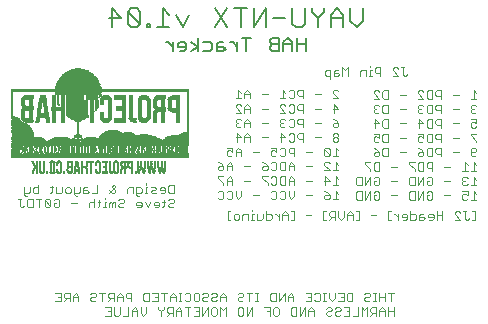
<source format=gbo>
G75*
G70*
%OFA0B0*%
%FSLAX24Y24*%
%IPPOS*%
%LPD*%
%AMOC8*
5,1,8,0,0,1.08239X$1,22.5*
%
%ADD10C,0.0080*%
%ADD11C,0.0060*%
%ADD12C,0.0040*%
%ADD13R,0.0065X0.0005*%
%ADD14R,0.0070X0.0005*%
%ADD15R,0.0090X0.0005*%
%ADD16R,0.0085X0.0005*%
%ADD17R,0.0060X0.0005*%
%ADD18R,0.0095X0.0005*%
%ADD19R,0.0175X0.0005*%
%ADD20R,0.0140X0.0005*%
%ADD21R,0.0115X0.0005*%
%ADD22R,0.0075X0.0005*%
%ADD23R,0.0110X0.0005*%
%ADD24R,0.0055X0.0005*%
%ADD25R,0.0155X0.0005*%
%ADD26R,0.0130X0.0005*%
%ADD27R,0.0165X0.0005*%
%ADD28R,0.0125X0.0005*%
%ADD29R,0.0170X0.0005*%
%ADD30R,0.0145X0.0005*%
%ADD31R,0.0150X0.0005*%
%ADD32R,0.0100X0.0005*%
%ADD33R,0.0160X0.0005*%
%ADD34R,0.0180X0.0005*%
%ADD35R,0.0105X0.0005*%
%ADD36R,0.0185X0.0005*%
%ADD37R,0.0190X0.0005*%
%ADD38R,0.0195X0.0005*%
%ADD39R,0.0080X0.0005*%
%ADD40R,0.0200X0.0005*%
%ADD41R,0.0050X0.0005*%
%ADD42R,0.0045X0.0005*%
%ADD43R,0.0135X0.0005*%
%ADD44R,0.0120X0.0005*%
%ADD45R,0.0040X0.0005*%
%ADD46R,0.0035X0.0005*%
%ADD47R,0.5910X0.0005*%
%ADD48R,0.1715X0.0005*%
%ADD49R,0.0870X0.0005*%
%ADD50R,0.0970X0.0005*%
%ADD51R,0.1105X0.0005*%
%ADD52R,0.0550X0.0005*%
%ADD53R,0.0325X0.0005*%
%ADD54R,0.0300X0.0005*%
%ADD55R,0.0025X0.0005*%
%ADD56R,0.0020X0.0005*%
%ADD57R,0.0315X0.0005*%
%ADD58R,0.0305X0.0005*%
%ADD59R,0.0030X0.0005*%
%ADD60R,0.0015X0.0005*%
%ADD61R,0.0235X0.0005*%
%ADD62R,0.0010X0.0005*%
%ADD63R,0.0005X0.0005*%
%ADD64R,0.0395X0.0005*%
%ADD65R,0.0205X0.0005*%
%ADD66R,0.0210X0.0005*%
%ADD67R,0.0390X0.0005*%
%ADD68R,0.0215X0.0005*%
%ADD69R,0.0385X0.0005*%
%ADD70R,0.0310X0.0005*%
%ADD71R,0.0320X0.0005*%
%ADD72R,0.1735X0.0005*%
%ADD73R,0.0855X0.0005*%
%ADD74R,0.1305X0.0005*%
%ADD75R,0.0365X0.0005*%
%ADD76R,0.0555X0.0005*%
%ADD77R,0.0335X0.0005*%
%ADD78R,0.3685X0.0005*%
%ADD79R,0.2220X0.0005*%
%ADD80R,0.3680X0.0005*%
%ADD81R,0.2215X0.0005*%
%ADD82R,0.3675X0.0005*%
%ADD83R,0.2210X0.0005*%
%ADD84R,0.2205X0.0005*%
%ADD85R,0.3670X0.0005*%
%ADD86R,0.2200X0.0005*%
%ADD87R,0.2195X0.0005*%
%ADD88R,0.3665X0.0005*%
%ADD89R,0.2190X0.0005*%
%ADD90R,0.3660X0.0005*%
%ADD91R,0.2185X0.0005*%
%ADD92R,0.2180X0.0005*%
%ADD93R,0.3655X0.0005*%
%ADD94R,0.2175X0.0005*%
%ADD95R,0.3650X0.0005*%
%ADD96R,0.2165X0.0005*%
%ADD97R,0.2160X0.0005*%
%ADD98R,0.3645X0.0005*%
%ADD99R,0.2155X0.0005*%
%ADD100R,0.3640X0.0005*%
%ADD101R,0.2150X0.0005*%
%ADD102R,0.3635X0.0005*%
%ADD103R,0.2145X0.0005*%
%ADD104R,0.2135X0.0005*%
%ADD105R,0.3630X0.0005*%
%ADD106R,0.2130X0.0005*%
%ADD107R,0.3625X0.0005*%
%ADD108R,0.2125X0.0005*%
%ADD109R,0.3620X0.0005*%
%ADD110R,0.2120X0.0005*%
%ADD111R,0.3615X0.0005*%
%ADD112R,0.2110X0.0005*%
%ADD113R,0.3610X0.0005*%
%ADD114R,0.0920X0.0005*%
%ADD115R,0.1175X0.0005*%
%ADD116R,0.3605X0.0005*%
%ADD117R,0.0900X0.0005*%
%ADD118R,0.1170X0.0005*%
%ADD119R,0.3600X0.0005*%
%ADD120R,0.0890X0.0005*%
%ADD121R,0.1165X0.0005*%
%ADD122R,0.3595X0.0005*%
%ADD123R,0.0875X0.0005*%
%ADD124R,0.1160X0.0005*%
%ADD125R,0.3590X0.0005*%
%ADD126R,0.0860X0.0005*%
%ADD127R,0.1155X0.0005*%
%ADD128R,0.3585X0.0005*%
%ADD129R,0.0840X0.0005*%
%ADD130R,0.1150X0.0005*%
%ADD131R,0.3580X0.0005*%
%ADD132R,0.0830X0.0005*%
%ADD133R,0.1145X0.0005*%
%ADD134R,0.0895X0.0005*%
%ADD135R,0.2675X0.0005*%
%ADD136R,0.0220X0.0005*%
%ADD137R,0.0810X0.0005*%
%ADD138R,0.1135X0.0005*%
%ADD139R,0.2665X0.0005*%
%ADD140R,0.0795X0.0005*%
%ADD141R,0.1130X0.0005*%
%ADD142R,0.0880X0.0005*%
%ADD143R,0.2650X0.0005*%
%ADD144R,0.0245X0.0005*%
%ADD145R,0.0780X0.0005*%
%ADD146R,0.1125X0.0005*%
%ADD147R,0.2635X0.0005*%
%ADD148R,0.0260X0.0005*%
%ADD149R,0.0760X0.0005*%
%ADD150R,0.1120X0.0005*%
%ADD151R,0.2620X0.0005*%
%ADD152R,0.0275X0.0005*%
%ADD153R,0.0740X0.0005*%
%ADD154R,0.1110X0.0005*%
%ADD155R,0.2610X0.0005*%
%ADD156R,0.0720X0.0005*%
%ADD157R,0.2590X0.0005*%
%ADD158R,0.0700X0.0005*%
%ADD159R,0.1100X0.0005*%
%ADD160R,0.0850X0.0005*%
%ADD161R,0.2580X0.0005*%
%ADD162R,0.0680X0.0005*%
%ADD163R,0.1090X0.0005*%
%ADD164R,0.2560X0.0005*%
%ADD165R,0.0660X0.0005*%
%ADD166R,0.1080X0.0005*%
%ADD167R,0.0835X0.0005*%
%ADD168R,0.2045X0.0005*%
%ADD169R,0.0490X0.0005*%
%ADD170R,0.0640X0.0005*%
%ADD171R,0.1075X0.0005*%
%ADD172R,0.0825X0.0005*%
%ADD173R,0.2035X0.0005*%
%ADD174R,0.0470X0.0005*%
%ADD175R,0.0620X0.0005*%
%ADD176R,0.1065X0.0005*%
%ADD177R,0.0820X0.0005*%
%ADD178R,0.2025X0.0005*%
%ADD179R,0.0450X0.0005*%
%ADD180R,0.0590X0.0005*%
%ADD181R,0.1055X0.0005*%
%ADD182R,0.2015X0.0005*%
%ADD183R,0.0430X0.0005*%
%ADD184R,0.0570X0.0005*%
%ADD185R,0.1045X0.0005*%
%ADD186R,0.0805X0.0005*%
%ADD187R,0.2000X0.0005*%
%ADD188R,0.0415X0.0005*%
%ADD189R,0.0540X0.0005*%
%ADD190R,0.1035X0.0005*%
%ADD191R,0.1990X0.0005*%
%ADD192R,0.0510X0.0005*%
%ADD193R,0.1025X0.0005*%
%ADD194R,0.0785X0.0005*%
%ADD195R,0.1975X0.0005*%
%ADD196R,0.0370X0.0005*%
%ADD197R,0.0480X0.0005*%
%ADD198R,0.1015X0.0005*%
%ADD199R,0.1965X0.0005*%
%ADD200R,0.0345X0.0005*%
%ADD201R,0.1005X0.0005*%
%ADD202R,0.0770X0.0005*%
%ADD203R,0.1950X0.0005*%
%ADD204R,0.0410X0.0005*%
%ADD205R,0.0990X0.0005*%
%ADD206R,0.1935X0.0005*%
%ADD207R,0.0290X0.0005*%
%ADD208R,0.0380X0.0005*%
%ADD209R,0.0975X0.0005*%
%ADD210R,0.0750X0.0005*%
%ADD211R,0.1925X0.0005*%
%ADD212R,0.0255X0.0005*%
%ADD213R,0.0330X0.0005*%
%ADD214R,0.0960X0.0005*%
%ADD215R,0.1910X0.0005*%
%ADD216R,0.0280X0.0005*%
%ADD217R,0.0940X0.0005*%
%ADD218R,0.0730X0.0005*%
%ADD219R,0.1895X0.0005*%
%ADD220R,0.0250X0.0005*%
%ADD221R,0.0915X0.0005*%
%ADD222R,0.0715X0.0005*%
%ADD223R,0.1880X0.0005*%
%ADD224R,0.0745X0.0005*%
%ADD225R,0.0705X0.0005*%
%ADD226R,0.1865X0.0005*%
%ADD227R,0.0265X0.0005*%
%ADD228R,0.0695X0.0005*%
%ADD229R,0.1850X0.0005*%
%ADD230R,0.0270X0.0005*%
%ADD231R,0.1830X0.0005*%
%ADD232R,0.0665X0.0005*%
%ADD233R,0.1810X0.0005*%
%ADD234R,0.0650X0.0005*%
%ADD235R,0.1795X0.0005*%
%ADD236R,0.0635X0.0005*%
%ADD237R,0.1775X0.0005*%
%ADD238R,0.0615X0.0005*%
%ADD239R,0.1755X0.0005*%
%ADD240R,0.0595X0.0005*%
%ADD241R,0.1730X0.0005*%
%ADD242R,0.0520X0.0005*%
%ADD243R,0.0240X0.0005*%
%ADD244R,0.0225X0.0005*%
%ADD245R,0.1140X0.0005*%
%ADD246R,0.0295X0.0005*%
%ADD247R,0.0735X0.0005*%
%ADD248R,0.1010X0.0005*%
%ADD249R,0.0995X0.0005*%
%ADD250R,0.0605X0.0005*%
%ADD251R,0.0725X0.0005*%
%ADD252R,0.0560X0.0005*%
%ADD253R,0.0500X0.0005*%
%ADD254R,0.0460X0.0005*%
%ADD255R,0.0435X0.0005*%
%ADD256R,0.0710X0.0005*%
%ADD257R,0.0360X0.0005*%
%ADD258R,0.0690X0.0005*%
%ADD259R,0.0685X0.0005*%
%ADD260R,0.0675X0.0005*%
%ADD261R,0.0670X0.0005*%
%ADD262R,0.0655X0.0005*%
%ADD263R,0.0645X0.0005*%
%ADD264R,0.0630X0.0005*%
%ADD265R,0.0625X0.0005*%
%ADD266R,0.0610X0.0005*%
%ADD267R,0.0600X0.0005*%
%ADD268R,0.0580X0.0005*%
%ADD269R,0.0575X0.0005*%
%ADD270R,0.0565X0.0005*%
%ADD271R,0.0545X0.0005*%
%ADD272R,0.0535X0.0005*%
%ADD273R,0.0525X0.0005*%
%ADD274R,0.0505X0.0005*%
%ADD275R,0.0495X0.0005*%
%ADD276R,0.0425X0.0005*%
%ADD277R,0.0375X0.0005*%
%ADD278R,0.0355X0.0005*%
%ADD279R,0.0350X0.0005*%
%ADD280R,0.0340X0.0005*%
%ADD281R,0.0285X0.0005*%
%ADD282R,0.0230X0.0005*%
%ADD283R,0.0400X0.0005*%
%ADD284R,0.0405X0.0005*%
%ADD285R,0.0455X0.0005*%
%ADD286R,0.0475X0.0005*%
%ADD287R,0.0420X0.0005*%
%ADD288R,0.0755X0.0005*%
%ADD289R,0.1565X0.0005*%
%ADD290R,0.1560X0.0005*%
%ADD291R,0.1555X0.0005*%
%ADD292R,0.1545X0.0005*%
%ADD293R,0.1535X0.0005*%
%ADD294R,0.1530X0.0005*%
%ADD295R,0.1525X0.0005*%
%ADD296R,0.1520X0.0005*%
%ADD297R,0.1515X0.0005*%
%ADD298R,0.1510X0.0005*%
%ADD299R,0.1505X0.0005*%
%ADD300R,0.1500X0.0005*%
%ADD301R,0.1495X0.0005*%
%ADD302R,0.1485X0.0005*%
%ADD303R,0.1475X0.0005*%
%ADD304R,0.1465X0.0005*%
%ADD305R,0.1455X0.0005*%
%ADD306R,0.1445X0.0005*%
%ADD307R,0.1440X0.0005*%
%ADD308R,0.1435X0.0005*%
%ADD309R,0.1425X0.0005*%
%ADD310R,0.1420X0.0005*%
%ADD311R,0.1415X0.0005*%
%ADD312R,0.1405X0.0005*%
%ADD313R,0.1395X0.0005*%
%ADD314R,0.1385X0.0005*%
%ADD315R,0.1375X0.0005*%
%ADD316R,0.1365X0.0005*%
%ADD317R,0.1355X0.0005*%
%ADD318R,0.1345X0.0005*%
%ADD319R,0.1335X0.0005*%
%ADD320R,0.1330X0.0005*%
%ADD321R,0.1325X0.0005*%
%ADD322R,0.1315X0.0005*%
%ADD323R,0.1300X0.0005*%
%ADD324R,0.1295X0.0005*%
%ADD325R,0.1285X0.0005*%
%ADD326R,0.1275X0.0005*%
%ADD327R,0.1265X0.0005*%
%ADD328R,0.1255X0.0005*%
%ADD329R,0.1245X0.0005*%
%ADD330R,0.1240X0.0005*%
%ADD331R,0.1235X0.0005*%
%ADD332R,0.1225X0.0005*%
%ADD333R,0.1215X0.0005*%
%ADD334R,0.1205X0.0005*%
%ADD335R,0.1195X0.0005*%
%ADD336R,0.1185X0.0005*%
%ADD337R,0.1180X0.0005*%
%ADD338R,0.1115X0.0005*%
%ADD339R,0.1095X0.0005*%
%ADD340R,0.1085X0.0005*%
%ADD341R,0.0985X0.0005*%
%ADD342R,0.0965X0.0005*%
%ADD343R,0.0955X0.0005*%
%ADD344R,0.0925X0.0005*%
%ADD345R,0.0905X0.0005*%
%ADD346R,0.0885X0.0005*%
%ADD347R,0.0865X0.0005*%
%ADD348R,0.0845X0.0005*%
%ADD349R,0.0815X0.0005*%
%ADD350R,0.0765X0.0005*%
%ADD351R,0.0465X0.0005*%
D10*
X005596Y012242D02*
X005596Y012863D01*
X005906Y012552D01*
X005492Y012552D01*
X006137Y012346D02*
X006240Y012242D01*
X006447Y012242D01*
X006551Y012346D01*
X006137Y012759D01*
X006137Y012346D01*
X006137Y012759D02*
X006240Y012863D01*
X006447Y012863D01*
X006551Y012759D01*
X006551Y012346D01*
X006769Y012346D02*
X006769Y012242D01*
X006873Y012242D01*
X006873Y012346D01*
X006769Y012346D01*
X007104Y012242D02*
X007517Y012242D01*
X007311Y012242D02*
X007311Y012863D01*
X007517Y012656D01*
X007748Y012656D02*
X007955Y012242D01*
X008162Y012656D01*
X009037Y012863D02*
X009451Y012242D01*
X009037Y012242D02*
X009451Y012863D01*
X009682Y012863D02*
X010096Y012863D01*
X009889Y012863D02*
X009889Y012242D01*
X010327Y012242D02*
X010327Y012863D01*
X010740Y012863D02*
X010327Y012242D01*
X010740Y012242D02*
X010740Y012863D01*
X010971Y012552D02*
X011385Y012552D01*
X011616Y012346D02*
X011616Y012863D01*
X012029Y012863D02*
X012029Y012346D01*
X011926Y012242D01*
X011719Y012242D01*
X011616Y012346D01*
X012260Y012759D02*
X012260Y012863D01*
X012260Y012759D02*
X012467Y012552D01*
X012467Y012242D01*
X012467Y012552D02*
X012674Y012759D01*
X012674Y012863D01*
X012905Y012656D02*
X012905Y012242D01*
X012905Y012552D02*
X013318Y012552D01*
X013318Y012656D02*
X013112Y012863D01*
X012905Y012656D01*
X013318Y012656D02*
X013318Y012242D01*
X013549Y012449D02*
X013549Y012863D01*
X013549Y012449D02*
X013756Y012242D01*
X013963Y012449D01*
X013963Y012863D01*
D11*
X012072Y011884D02*
X012072Y011444D01*
X012072Y011664D02*
X011779Y011664D01*
X011612Y011664D02*
X011318Y011664D01*
X011318Y011738D02*
X011318Y011444D01*
X011152Y011444D02*
X010931Y011444D01*
X010858Y011517D01*
X010858Y011591D01*
X010931Y011664D01*
X011152Y011664D01*
X011318Y011738D02*
X011465Y011884D01*
X011612Y011738D01*
X011612Y011444D01*
X011779Y011444D02*
X011779Y011884D01*
X011152Y011884D02*
X011152Y011444D01*
X010931Y011664D02*
X010858Y011738D01*
X010858Y011811D01*
X010931Y011884D01*
X011152Y011884D01*
X010231Y011884D02*
X009937Y011884D01*
X010084Y011884D02*
X010084Y011444D01*
X009770Y011444D02*
X009770Y011738D01*
X009624Y011738D02*
X009770Y011591D01*
X009624Y011738D02*
X009550Y011738D01*
X009313Y011738D02*
X009167Y011738D01*
X009093Y011664D01*
X009093Y011444D01*
X009313Y011444D01*
X009387Y011517D01*
X009313Y011591D01*
X009093Y011591D01*
X008926Y011664D02*
X008926Y011517D01*
X008853Y011444D01*
X008633Y011444D01*
X008466Y011444D02*
X008466Y011884D01*
X008633Y011738D02*
X008853Y011738D01*
X008926Y011664D01*
X008466Y011591D02*
X008246Y011738D01*
X008082Y011664D02*
X008009Y011738D01*
X007862Y011738D01*
X007789Y011664D01*
X007789Y011591D01*
X008082Y011591D01*
X008082Y011664D02*
X008082Y011517D01*
X008009Y011444D01*
X007862Y011444D01*
X007622Y011444D02*
X007622Y011738D01*
X007622Y011591D02*
X007475Y011738D01*
X007402Y011738D01*
X008246Y011444D02*
X008466Y011591D01*
D12*
X003891Y003101D02*
X003705Y003101D01*
X003798Y003241D02*
X003891Y003241D01*
X003999Y003241D02*
X003999Y003334D01*
X004046Y003381D01*
X004186Y003381D01*
X004186Y003101D01*
X004186Y003194D02*
X004046Y003194D01*
X003999Y003241D01*
X004093Y003194D02*
X003999Y003101D01*
X003891Y003101D02*
X003891Y003381D01*
X003705Y003381D01*
X004294Y003288D02*
X004294Y003101D01*
X004294Y003241D02*
X004481Y003241D01*
X004481Y003288D02*
X004387Y003381D01*
X004294Y003288D01*
X004481Y003288D02*
X004481Y003101D01*
X004883Y003148D02*
X004930Y003101D01*
X005023Y003101D01*
X005070Y003148D01*
X005023Y003241D02*
X004930Y003241D01*
X004883Y003194D01*
X004883Y003148D01*
X005023Y003241D02*
X005070Y003288D01*
X005070Y003334D01*
X005023Y003381D01*
X004930Y003381D01*
X004883Y003334D01*
X005178Y003381D02*
X005365Y003381D01*
X005271Y003381D02*
X005271Y003101D01*
X005473Y003101D02*
X005566Y003194D01*
X005519Y003194D02*
X005659Y003194D01*
X005659Y003101D02*
X005659Y003381D01*
X005519Y003381D01*
X005473Y003334D01*
X005473Y003241D01*
X005519Y003194D01*
X005767Y003241D02*
X005954Y003241D01*
X005954Y003288D02*
X005861Y003381D01*
X005767Y003288D01*
X005767Y003101D01*
X005954Y003101D02*
X005954Y003288D01*
X006062Y003334D02*
X006062Y003241D01*
X006109Y003194D01*
X006249Y003194D01*
X006249Y003101D02*
X006249Y003381D01*
X006109Y003381D01*
X006062Y003334D01*
X006150Y002901D02*
X006150Y002621D01*
X005964Y002621D01*
X005856Y002668D02*
X005809Y002621D01*
X005716Y002621D01*
X005669Y002668D01*
X005669Y002901D01*
X005561Y002901D02*
X005561Y002621D01*
X005374Y002621D01*
X005468Y002761D02*
X005561Y002761D01*
X005561Y002901D02*
X005374Y002901D01*
X005856Y002901D02*
X005856Y002668D01*
X006258Y002621D02*
X006258Y002808D01*
X006352Y002901D01*
X006445Y002808D01*
X006445Y002621D01*
X006445Y002761D02*
X006258Y002761D01*
X006553Y002714D02*
X006553Y002901D01*
X006553Y002714D02*
X006646Y002621D01*
X006740Y002714D01*
X006740Y002901D01*
X006698Y003101D02*
X006651Y003148D01*
X006651Y003334D01*
X006698Y003381D01*
X006838Y003381D01*
X006838Y003101D01*
X006698Y003101D01*
X006946Y003101D02*
X007133Y003101D01*
X007133Y003381D01*
X006946Y003381D01*
X007039Y003241D02*
X007133Y003241D01*
X007240Y003381D02*
X007427Y003381D01*
X007334Y003381D02*
X007334Y003101D01*
X007329Y002901D02*
X007329Y002854D01*
X007236Y002761D01*
X007236Y002621D01*
X007236Y002761D02*
X007142Y002854D01*
X007142Y002901D01*
X007437Y002854D02*
X007437Y002761D01*
X007484Y002714D01*
X007624Y002714D01*
X007624Y002621D02*
X007624Y002901D01*
X007484Y002901D01*
X007437Y002854D01*
X007530Y002714D02*
X007437Y002621D01*
X007732Y002621D02*
X007732Y002808D01*
X007825Y002901D01*
X007918Y002808D01*
X007918Y002621D01*
X007918Y002761D02*
X007732Y002761D01*
X008026Y002901D02*
X008213Y002901D01*
X008120Y002901D02*
X008120Y002621D01*
X008321Y002621D02*
X008508Y002621D01*
X008508Y002901D01*
X008321Y002901D01*
X008414Y002761D02*
X008508Y002761D01*
X008616Y002621D02*
X008616Y002901D01*
X008802Y002901D02*
X008616Y002621D01*
X008802Y002621D02*
X008802Y002901D01*
X008910Y002854D02*
X008910Y002668D01*
X008957Y002621D01*
X009050Y002621D01*
X009097Y002668D01*
X009097Y002854D01*
X009050Y002901D01*
X008957Y002901D01*
X008910Y002854D01*
X008957Y003101D02*
X009050Y003101D01*
X009097Y003148D01*
X009050Y003241D02*
X008957Y003241D01*
X008910Y003194D01*
X008910Y003148D01*
X008957Y003101D01*
X008802Y003148D02*
X008756Y003101D01*
X008662Y003101D01*
X008616Y003148D01*
X008616Y003194D01*
X008662Y003241D01*
X008756Y003241D01*
X008802Y003288D01*
X008802Y003334D01*
X008756Y003381D01*
X008662Y003381D01*
X008616Y003334D01*
X008508Y003334D02*
X008508Y003148D01*
X008461Y003101D01*
X008368Y003101D01*
X008321Y003148D01*
X008321Y003334D01*
X008368Y003381D01*
X008461Y003381D01*
X008508Y003334D01*
X008213Y003334D02*
X008213Y003148D01*
X008166Y003101D01*
X008073Y003101D01*
X008026Y003148D01*
X007918Y003101D02*
X007825Y003101D01*
X007872Y003101D02*
X007872Y003381D01*
X007918Y003381D02*
X007825Y003381D01*
X007722Y003288D02*
X007629Y003381D01*
X007535Y003288D01*
X007535Y003101D01*
X007535Y003241D02*
X007722Y003241D01*
X007722Y003288D02*
X007722Y003101D01*
X008026Y003334D02*
X008073Y003381D01*
X008166Y003381D01*
X008213Y003334D01*
X008910Y003334D02*
X008957Y003381D01*
X009050Y003381D01*
X009097Y003334D01*
X009097Y003288D01*
X009050Y003241D01*
X009205Y003241D02*
X009392Y003241D01*
X009392Y003288D02*
X009298Y003381D01*
X009205Y003288D01*
X009205Y003101D01*
X009392Y003101D02*
X009392Y003288D01*
X009392Y002901D02*
X009298Y002808D01*
X009205Y002901D01*
X009205Y002621D01*
X009392Y002621D02*
X009392Y002901D01*
X009794Y002854D02*
X009794Y002668D01*
X009841Y002621D01*
X009934Y002621D01*
X009981Y002668D01*
X009981Y002854D01*
X009934Y002901D01*
X009841Y002901D01*
X009794Y002854D01*
X009841Y003101D02*
X009794Y003148D01*
X009794Y003194D01*
X009841Y003241D01*
X009934Y003241D01*
X009981Y003288D01*
X009981Y003334D01*
X009934Y003381D01*
X009841Y003381D01*
X009794Y003334D01*
X009841Y003101D02*
X009934Y003101D01*
X009981Y003148D01*
X010182Y003101D02*
X010182Y003381D01*
X010089Y003381D02*
X010276Y003381D01*
X010379Y003381D02*
X010472Y003381D01*
X010425Y003381D02*
X010425Y003101D01*
X010379Y003101D02*
X010472Y003101D01*
X010276Y002901D02*
X010089Y002621D01*
X010089Y002901D01*
X010276Y002901D02*
X010276Y002621D01*
X010678Y002901D02*
X010865Y002901D01*
X010865Y002621D01*
X010973Y002668D02*
X010973Y002854D01*
X011019Y002901D01*
X011113Y002901D01*
X011160Y002854D01*
X011160Y002668D01*
X011113Y002621D01*
X011019Y002621D01*
X010973Y002668D01*
X010865Y002761D02*
X010772Y002761D01*
X010921Y003101D02*
X010875Y003148D01*
X010875Y003334D01*
X010921Y003381D01*
X011061Y003381D01*
X011061Y003101D01*
X010921Y003101D01*
X011169Y003101D02*
X011169Y003381D01*
X011356Y003381D02*
X011169Y003101D01*
X011356Y003101D02*
X011356Y003381D01*
X011464Y003288D02*
X011464Y003101D01*
X011464Y003241D02*
X011651Y003241D01*
X011651Y003288D02*
X011557Y003381D01*
X011464Y003288D01*
X011651Y003288D02*
X011651Y003101D01*
X011609Y002901D02*
X011749Y002901D01*
X011749Y002621D01*
X011609Y002621D01*
X011562Y002668D01*
X011562Y002854D01*
X011609Y002901D01*
X011857Y002901D02*
X011857Y002621D01*
X012044Y002901D01*
X012044Y002621D01*
X012151Y002621D02*
X012151Y002808D01*
X012245Y002901D01*
X012338Y002808D01*
X012338Y002621D01*
X012338Y002761D02*
X012151Y002761D01*
X012240Y003101D02*
X012053Y003101D01*
X012147Y003241D02*
X012240Y003241D01*
X012240Y003381D02*
X012240Y003101D01*
X012348Y003148D02*
X012394Y003101D01*
X012488Y003101D01*
X012535Y003148D01*
X012535Y003334D01*
X012488Y003381D01*
X012394Y003381D01*
X012348Y003334D01*
X012240Y003381D02*
X012053Y003381D01*
X012638Y003381D02*
X012731Y003381D01*
X012684Y003381D02*
X012684Y003101D01*
X012638Y003101D02*
X012731Y003101D01*
X012839Y003194D02*
X012839Y003381D01*
X012839Y003194D02*
X012932Y003101D01*
X013026Y003194D01*
X013026Y003381D01*
X013134Y003381D02*
X013320Y003381D01*
X013320Y003101D01*
X013134Y003101D01*
X013227Y003241D02*
X013320Y003241D01*
X013428Y003148D02*
X013428Y003334D01*
X013475Y003381D01*
X013615Y003381D01*
X013615Y003101D01*
X013475Y003101D01*
X013428Y003148D01*
X013517Y002901D02*
X013330Y002901D01*
X013222Y002854D02*
X013222Y002808D01*
X013175Y002761D01*
X013082Y002761D01*
X013035Y002714D01*
X013035Y002668D01*
X013082Y002621D01*
X013175Y002621D01*
X013222Y002668D01*
X013330Y002621D02*
X013517Y002621D01*
X013517Y002901D01*
X013517Y002761D02*
X013423Y002761D01*
X013222Y002854D02*
X013175Y002901D01*
X013082Y002901D01*
X013035Y002854D01*
X012927Y002854D02*
X012927Y002808D01*
X012881Y002761D01*
X012787Y002761D01*
X012741Y002714D01*
X012741Y002668D01*
X012787Y002621D01*
X012881Y002621D01*
X012927Y002668D01*
X012927Y002854D02*
X012881Y002901D01*
X012787Y002901D01*
X012741Y002854D01*
X013625Y002621D02*
X013811Y002621D01*
X013811Y002901D01*
X013919Y002901D02*
X013919Y002621D01*
X014106Y002621D02*
X014106Y002901D01*
X014013Y002808D01*
X013919Y002901D01*
X014064Y003101D02*
X014158Y003101D01*
X014204Y003148D01*
X014158Y003241D02*
X014064Y003241D01*
X014017Y003194D01*
X014017Y003148D01*
X014064Y003101D01*
X014158Y003241D02*
X014204Y003288D01*
X014204Y003334D01*
X014158Y003381D01*
X014064Y003381D01*
X014017Y003334D01*
X014307Y003381D02*
X014401Y003381D01*
X014354Y003381D02*
X014354Y003101D01*
X014401Y003101D02*
X014307Y003101D01*
X014509Y003101D02*
X014509Y003381D01*
X014509Y003241D02*
X014695Y003241D01*
X014695Y003101D02*
X014695Y003381D01*
X014803Y003381D02*
X014990Y003381D01*
X014897Y003381D02*
X014897Y003101D01*
X014990Y002901D02*
X014990Y002621D01*
X014990Y002761D02*
X014803Y002761D01*
X014695Y002761D02*
X014509Y002761D01*
X014509Y002808D02*
X014509Y002621D01*
X014401Y002621D02*
X014401Y002901D01*
X014261Y002901D01*
X014214Y002854D01*
X014214Y002761D01*
X014261Y002714D01*
X014401Y002714D01*
X014307Y002714D02*
X014214Y002621D01*
X014509Y002808D02*
X014602Y002901D01*
X014695Y002808D01*
X014695Y002621D01*
X014803Y002621D02*
X014803Y002901D01*
X014806Y005824D02*
X014806Y006104D01*
X014899Y006104D01*
X015004Y006011D02*
X015051Y006011D01*
X015145Y005917D01*
X015145Y005824D02*
X015145Y006011D01*
X015252Y005964D02*
X015252Y005917D01*
X015439Y005917D01*
X015439Y005871D02*
X015439Y005964D01*
X015392Y006011D01*
X015299Y006011D01*
X015252Y005964D01*
X015299Y005824D02*
X015392Y005824D01*
X015439Y005871D01*
X015547Y005824D02*
X015547Y006104D01*
X015547Y006011D02*
X015687Y006011D01*
X015734Y005964D01*
X015734Y005871D01*
X015687Y005824D01*
X015547Y005824D01*
X015842Y005824D02*
X015842Y005964D01*
X015888Y006011D01*
X015982Y006011D01*
X015982Y005917D02*
X015842Y005917D01*
X015842Y005824D02*
X015982Y005824D01*
X016028Y005871D01*
X015982Y005917D01*
X016136Y005917D02*
X016136Y005964D01*
X016183Y006011D01*
X016276Y006011D01*
X016323Y005964D01*
X016323Y005871D01*
X016276Y005824D01*
X016183Y005824D01*
X016136Y005917D02*
X016323Y005917D01*
X016431Y005964D02*
X016618Y005964D01*
X016618Y005824D02*
X016618Y006104D01*
X016431Y006104D02*
X016431Y005824D01*
X017020Y005824D02*
X017207Y005824D01*
X017020Y006011D01*
X017020Y006058D01*
X017067Y006104D01*
X017160Y006104D01*
X017207Y006058D01*
X017315Y006104D02*
X017408Y006104D01*
X017362Y006104D02*
X017362Y005871D01*
X017408Y005824D01*
X017455Y005824D01*
X017502Y005871D01*
X017605Y005824D02*
X017698Y005824D01*
X017698Y006104D01*
X017605Y006104D01*
X017564Y006492D02*
X017750Y006492D01*
X017657Y006492D02*
X017657Y006773D01*
X017750Y006679D01*
X017750Y006972D02*
X017564Y006972D01*
X017657Y006972D02*
X017657Y007253D01*
X017750Y007159D01*
X017456Y007206D02*
X017409Y007253D01*
X017316Y007253D01*
X017269Y007206D01*
X017269Y007159D01*
X017316Y007112D01*
X017269Y007066D01*
X017269Y007019D01*
X017316Y006972D01*
X017409Y006972D01*
X017456Y007019D01*
X017362Y007112D02*
X017316Y007112D01*
X017269Y006773D02*
X017456Y006773D01*
X017456Y006632D01*
X017362Y006679D01*
X017316Y006679D01*
X017269Y006632D01*
X017269Y006539D01*
X017316Y006492D01*
X017409Y006492D01*
X017456Y006539D01*
X016867Y006632D02*
X016680Y006632D01*
X016277Y006539D02*
X016231Y006492D01*
X016137Y006492D01*
X016090Y006539D01*
X016090Y006632D01*
X016184Y006632D01*
X016277Y006539D02*
X016277Y006726D01*
X016231Y006773D01*
X016137Y006773D01*
X016090Y006726D01*
X015983Y006773D02*
X015983Y006492D01*
X015796Y006492D02*
X015796Y006773D01*
X015688Y006773D02*
X015688Y006492D01*
X015548Y006492D01*
X015501Y006539D01*
X015501Y006726D01*
X015548Y006773D01*
X015688Y006773D01*
X015688Y006972D02*
X015548Y006972D01*
X015501Y007019D01*
X015501Y007206D01*
X015548Y007253D01*
X015688Y007253D01*
X015688Y006972D01*
X015796Y006972D02*
X015796Y007253D01*
X015983Y007253D02*
X015796Y006972D01*
X015983Y006972D02*
X015983Y007253D01*
X016090Y007206D02*
X016137Y007253D01*
X016231Y007253D01*
X016277Y007206D01*
X016277Y007019D01*
X016231Y006972D01*
X016137Y006972D01*
X016090Y007019D01*
X016090Y007112D01*
X016184Y007112D01*
X016277Y007452D02*
X016277Y007733D01*
X016137Y007733D01*
X016090Y007686D01*
X016090Y007592D01*
X016137Y007546D01*
X016277Y007546D01*
X015983Y007452D02*
X015842Y007452D01*
X015796Y007499D01*
X015796Y007686D01*
X015842Y007733D01*
X015983Y007733D01*
X015983Y007452D01*
X015688Y007452D02*
X015688Y007499D01*
X015501Y007686D01*
X015501Y007733D01*
X015688Y007733D01*
X015842Y007932D02*
X015796Y007979D01*
X015796Y008026D01*
X015842Y008072D01*
X015983Y008072D01*
X015983Y007979D01*
X015936Y007932D01*
X015842Y007932D01*
X015983Y008072D02*
X015889Y008166D01*
X015796Y008213D01*
X015842Y008412D02*
X015936Y008412D01*
X015983Y008459D01*
X015983Y008552D02*
X015889Y008599D01*
X015842Y008599D01*
X015796Y008552D01*
X015796Y008459D01*
X015842Y008412D01*
X015983Y008552D02*
X015983Y008693D01*
X015796Y008693D01*
X015842Y008892D02*
X015842Y009173D01*
X015983Y009032D01*
X015796Y009032D01*
X016090Y008939D02*
X016137Y008892D01*
X016277Y008892D01*
X016277Y009173D01*
X016137Y009173D01*
X016090Y009126D01*
X016090Y008939D01*
X016385Y009032D02*
X016385Y009126D01*
X016432Y009173D01*
X016572Y009173D01*
X016572Y008892D01*
X016572Y008986D02*
X016432Y008986D01*
X016385Y009032D01*
X016432Y008693D02*
X016385Y008646D01*
X016385Y008552D01*
X016432Y008506D01*
X016572Y008506D01*
X016572Y008412D02*
X016572Y008693D01*
X016432Y008693D01*
X016277Y008693D02*
X016137Y008693D01*
X016090Y008646D01*
X016090Y008459D01*
X016137Y008412D01*
X016277Y008412D01*
X016277Y008693D01*
X016277Y008213D02*
X016137Y008213D01*
X016090Y008166D01*
X016090Y007979D01*
X016137Y007932D01*
X016277Y007932D01*
X016277Y008213D01*
X016385Y008166D02*
X016385Y008072D01*
X016432Y008026D01*
X016572Y008026D01*
X016572Y007932D02*
X016572Y008213D01*
X016432Y008213D01*
X016385Y008166D01*
X016974Y008072D02*
X017161Y008072D01*
X017362Y007733D02*
X017362Y007452D01*
X017269Y007452D02*
X017456Y007452D01*
X017564Y007452D02*
X017750Y007452D01*
X017657Y007452D02*
X017657Y007733D01*
X017750Y007639D01*
X017456Y007639D02*
X017362Y007733D01*
X017564Y007979D02*
X017564Y008166D01*
X017610Y008213D01*
X017704Y008213D01*
X017750Y008166D01*
X017750Y008119D01*
X017704Y008072D01*
X017564Y008072D01*
X017564Y007979D02*
X017610Y007932D01*
X017704Y007932D01*
X017750Y007979D01*
X017750Y008412D02*
X017750Y008459D01*
X017564Y008646D01*
X017564Y008693D01*
X017750Y008693D01*
X017704Y008892D02*
X017750Y008939D01*
X017704Y008892D02*
X017610Y008892D01*
X017564Y008939D01*
X017564Y009032D01*
X017610Y009079D01*
X017657Y009079D01*
X017750Y009032D01*
X017750Y009173D01*
X017564Y009173D01*
X017610Y009372D02*
X017564Y009419D01*
X017564Y009466D01*
X017610Y009512D01*
X017657Y009512D01*
X017610Y009512D02*
X017564Y009559D01*
X017564Y009606D01*
X017610Y009653D01*
X017704Y009653D01*
X017750Y009606D01*
X017750Y009419D02*
X017704Y009372D01*
X017610Y009372D01*
X017161Y009512D02*
X016974Y009512D01*
X016572Y009466D02*
X016432Y009466D01*
X016385Y009512D01*
X016385Y009606D01*
X016432Y009653D01*
X016572Y009653D01*
X016572Y009372D01*
X016277Y009372D02*
X016137Y009372D01*
X016090Y009419D01*
X016090Y009606D01*
X016137Y009653D01*
X016277Y009653D01*
X016277Y009372D01*
X015983Y009419D02*
X015936Y009372D01*
X015842Y009372D01*
X015796Y009419D01*
X015796Y009466D01*
X015842Y009512D01*
X015889Y009512D01*
X015842Y009512D02*
X015796Y009559D01*
X015796Y009606D01*
X015842Y009653D01*
X015936Y009653D01*
X015983Y009606D01*
X015983Y009852D02*
X015796Y009852D01*
X015983Y009852D02*
X015796Y010039D01*
X015796Y010086D01*
X015842Y010133D01*
X015936Y010133D01*
X015983Y010086D01*
X016090Y010086D02*
X016090Y009899D01*
X016137Y009852D01*
X016277Y009852D01*
X016277Y010133D01*
X016137Y010133D01*
X016090Y010086D01*
X016385Y010086D02*
X016385Y009992D01*
X016432Y009946D01*
X016572Y009946D01*
X016572Y009852D02*
X016572Y010133D01*
X016432Y010133D01*
X016385Y010086D01*
X016974Y009992D02*
X017161Y009992D01*
X017564Y009852D02*
X017750Y009852D01*
X017657Y009852D02*
X017657Y010133D01*
X017750Y010039D01*
X017161Y009032D02*
X016974Y009032D01*
X016974Y008552D02*
X017161Y008552D01*
X016867Y007592D02*
X016680Y007592D01*
X016680Y007112D02*
X016867Y007112D01*
X015983Y006773D02*
X015796Y006492D01*
X015099Y006632D02*
X014912Y006632D01*
X014509Y006539D02*
X014463Y006492D01*
X014369Y006492D01*
X014322Y006539D01*
X014322Y006632D01*
X014416Y006632D01*
X014509Y006539D02*
X014509Y006726D01*
X014463Y006773D01*
X014369Y006773D01*
X014322Y006726D01*
X014215Y006773D02*
X014028Y006492D01*
X014028Y006773D01*
X013920Y006773D02*
X013920Y006492D01*
X013780Y006492D01*
X013733Y006539D01*
X013733Y006726D01*
X013780Y006773D01*
X013920Y006773D01*
X013920Y006972D02*
X013780Y006972D01*
X013733Y007019D01*
X013733Y007206D01*
X013780Y007253D01*
X013920Y007253D01*
X013920Y006972D01*
X014028Y006972D02*
X014028Y007253D01*
X014215Y007253D02*
X014028Y006972D01*
X014215Y006972D02*
X014215Y007253D01*
X014322Y007206D02*
X014369Y007253D01*
X014463Y007253D01*
X014509Y007206D01*
X014509Y007019D01*
X014463Y006972D01*
X014369Y006972D01*
X014322Y007019D01*
X014322Y007112D01*
X014416Y007112D01*
X014369Y007452D02*
X014322Y007499D01*
X014322Y007686D01*
X014369Y007733D01*
X014509Y007733D01*
X014509Y007452D01*
X014369Y007452D01*
X014215Y007452D02*
X014215Y007499D01*
X014028Y007686D01*
X014028Y007733D01*
X014215Y007733D01*
X014369Y007932D02*
X014322Y007979D01*
X014322Y008026D01*
X014369Y008072D01*
X014509Y008072D01*
X014509Y007979D01*
X014463Y007932D01*
X014369Y007932D01*
X014509Y008072D02*
X014416Y008166D01*
X014322Y008213D01*
X014369Y008412D02*
X014463Y008412D01*
X014509Y008459D01*
X014509Y008552D02*
X014416Y008599D01*
X014369Y008599D01*
X014322Y008552D01*
X014322Y008459D01*
X014369Y008412D01*
X014509Y008552D02*
X014509Y008693D01*
X014322Y008693D01*
X014369Y008892D02*
X014369Y009173D01*
X014509Y009032D01*
X014322Y009032D01*
X014617Y008939D02*
X014664Y008892D01*
X014804Y008892D01*
X014804Y009173D01*
X014664Y009173D01*
X014617Y009126D01*
X014617Y008939D01*
X014664Y008693D02*
X014804Y008693D01*
X014804Y008412D01*
X014664Y008412D01*
X014617Y008459D01*
X014617Y008646D01*
X014664Y008693D01*
X014664Y008213D02*
X014804Y008213D01*
X014804Y007932D01*
X014664Y007932D01*
X014617Y007979D01*
X014617Y008166D01*
X014664Y008213D01*
X015206Y008072D02*
X015393Y008072D01*
X015393Y008552D02*
X015206Y008552D01*
X015206Y009032D02*
X015393Y009032D01*
X015393Y009512D02*
X015206Y009512D01*
X014804Y009372D02*
X014664Y009372D01*
X014617Y009419D01*
X014617Y009606D01*
X014664Y009653D01*
X014804Y009653D01*
X014804Y009372D01*
X014509Y009419D02*
X014463Y009372D01*
X014369Y009372D01*
X014322Y009419D01*
X014322Y009466D01*
X014369Y009512D01*
X014416Y009512D01*
X014369Y009512D02*
X014322Y009559D01*
X014322Y009606D01*
X014369Y009653D01*
X014463Y009653D01*
X014509Y009606D01*
X014509Y009852D02*
X014322Y009852D01*
X014322Y010039D02*
X014322Y010086D01*
X014369Y010133D01*
X014463Y010133D01*
X014509Y010086D01*
X014617Y010086D02*
X014617Y009899D01*
X014664Y009852D01*
X014804Y009852D01*
X014804Y010133D01*
X014664Y010133D01*
X014617Y010086D01*
X014509Y009852D02*
X014322Y010039D01*
X014254Y010618D02*
X014161Y010618D01*
X014208Y010618D02*
X014208Y010805D01*
X014254Y010805D01*
X014208Y010899D02*
X014208Y010945D01*
X014362Y010852D02*
X014362Y010758D01*
X014409Y010712D01*
X014549Y010712D01*
X014549Y010618D02*
X014549Y010899D01*
X014409Y010899D01*
X014362Y010852D01*
X014058Y010805D02*
X013918Y010805D01*
X013871Y010758D01*
X013871Y010618D01*
X014058Y010618D02*
X014058Y010805D01*
X013469Y010899D02*
X013469Y010618D01*
X013282Y010618D02*
X013282Y010899D01*
X013375Y010805D01*
X013469Y010899D01*
X013127Y010805D02*
X013034Y010805D01*
X012987Y010758D01*
X012987Y010618D01*
X013127Y010618D01*
X013174Y010665D01*
X013127Y010712D01*
X012987Y010712D01*
X012879Y010805D02*
X012739Y010805D01*
X012693Y010758D01*
X012693Y010665D01*
X012739Y010618D01*
X012879Y010618D01*
X012879Y010525D02*
X012879Y010805D01*
X013008Y010144D02*
X013101Y010144D01*
X013148Y010097D01*
X013008Y010144D02*
X012961Y010097D01*
X012961Y010050D01*
X013148Y009864D01*
X012961Y009864D01*
X013008Y009664D02*
X013148Y009524D01*
X012961Y009524D01*
X013008Y009384D02*
X013008Y009664D01*
X012559Y009524D02*
X012372Y009524D01*
X011969Y009477D02*
X011829Y009477D01*
X011782Y009524D01*
X011782Y009617D01*
X011829Y009664D01*
X011969Y009664D01*
X011969Y009384D01*
X011969Y009184D02*
X011829Y009184D01*
X011782Y009137D01*
X011782Y009044D01*
X011829Y008997D01*
X011969Y008997D01*
X011969Y008904D02*
X011969Y009184D01*
X011675Y009137D02*
X011675Y008950D01*
X011628Y008904D01*
X011535Y008904D01*
X011488Y008950D01*
X011380Y008950D02*
X011333Y008904D01*
X011240Y008904D01*
X011193Y008950D01*
X011193Y008997D01*
X011240Y009044D01*
X011287Y009044D01*
X011240Y009044D02*
X011193Y009090D01*
X011193Y009137D01*
X011240Y009184D01*
X011333Y009184D01*
X011380Y009137D01*
X011488Y009137D02*
X011535Y009184D01*
X011628Y009184D01*
X011675Y009137D01*
X011628Y009384D02*
X011535Y009384D01*
X011488Y009430D01*
X011380Y009384D02*
X011193Y009570D01*
X011193Y009617D01*
X011240Y009664D01*
X011333Y009664D01*
X011380Y009617D01*
X011488Y009617D02*
X011535Y009664D01*
X011628Y009664D01*
X011675Y009617D01*
X011675Y009430D01*
X011628Y009384D01*
X011380Y009384D02*
X011193Y009384D01*
X010791Y009524D02*
X010604Y009524D01*
X010201Y009524D02*
X010015Y009524D01*
X010015Y009570D02*
X010015Y009384D01*
X009907Y009384D02*
X009720Y009570D01*
X009720Y009617D01*
X009767Y009664D01*
X009860Y009664D01*
X009907Y009617D01*
X010015Y009570D02*
X010108Y009664D01*
X010201Y009570D01*
X010201Y009384D01*
X010108Y009184D02*
X010015Y009090D01*
X010015Y008904D01*
X009907Y008950D02*
X009860Y008904D01*
X009767Y008904D01*
X009720Y008950D01*
X009720Y008997D01*
X009767Y009044D01*
X009813Y009044D01*
X009767Y009044D02*
X009720Y009090D01*
X009720Y009137D01*
X009767Y009184D01*
X009860Y009184D01*
X009907Y009137D01*
X010015Y009044D02*
X010201Y009044D01*
X010201Y009090D02*
X010108Y009184D01*
X010201Y009090D02*
X010201Y008904D01*
X010108Y008704D02*
X010015Y008610D01*
X010015Y008424D01*
X010015Y008564D02*
X010201Y008564D01*
X010201Y008610D02*
X010201Y008424D01*
X010201Y008610D02*
X010108Y008704D01*
X009907Y008564D02*
X009720Y008564D01*
X009767Y008424D02*
X009767Y008704D01*
X009907Y008564D01*
X009813Y008224D02*
X009720Y008130D01*
X009720Y007944D01*
X009612Y007990D02*
X009565Y007944D01*
X009472Y007944D01*
X009425Y007990D01*
X009425Y008084D01*
X009472Y008130D01*
X009519Y008130D01*
X009612Y008084D01*
X009612Y008224D01*
X009425Y008224D01*
X009720Y008084D02*
X009907Y008084D01*
X009907Y008130D02*
X009813Y008224D01*
X009907Y008130D02*
X009907Y007944D01*
X010015Y007604D02*
X010201Y007604D01*
X010604Y007557D02*
X010604Y007510D01*
X010651Y007464D01*
X010744Y007464D01*
X010791Y007510D01*
X010791Y007604D01*
X010651Y007604D01*
X010604Y007557D01*
X010697Y007697D02*
X010791Y007604D01*
X010697Y007697D02*
X010604Y007744D01*
X010899Y007697D02*
X010945Y007744D01*
X011039Y007744D01*
X011085Y007697D01*
X011085Y007510D01*
X011039Y007464D01*
X010945Y007464D01*
X010899Y007510D01*
X010945Y007264D02*
X011039Y007264D01*
X011085Y007217D01*
X011085Y007030D01*
X011039Y006984D01*
X010945Y006984D01*
X010899Y007030D01*
X010791Y007030D02*
X010791Y006984D01*
X010791Y007030D02*
X010604Y007217D01*
X010604Y007264D01*
X010791Y007264D01*
X010899Y007217D02*
X010945Y007264D01*
X011193Y007217D02*
X011193Y007030D01*
X011240Y006984D01*
X011380Y006984D01*
X011380Y007264D01*
X011240Y007264D01*
X011193Y007217D01*
X011240Y007464D02*
X011193Y007510D01*
X011193Y007697D01*
X011240Y007744D01*
X011380Y007744D01*
X011380Y007464D01*
X011240Y007464D01*
X011488Y007464D02*
X011488Y007650D01*
X011581Y007744D01*
X011675Y007650D01*
X011675Y007464D01*
X011675Y007604D02*
X011488Y007604D01*
X011581Y007264D02*
X011488Y007170D01*
X011488Y006984D01*
X011488Y007124D02*
X011675Y007124D01*
X011675Y007170D02*
X011581Y007264D01*
X011675Y007170D02*
X011675Y006984D01*
X011675Y006784D02*
X011675Y006597D01*
X011581Y006504D01*
X011488Y006597D01*
X011488Y006784D01*
X011380Y006737D02*
X011380Y006550D01*
X011333Y006504D01*
X011240Y006504D01*
X011193Y006550D01*
X011085Y006550D02*
X011085Y006737D01*
X011039Y006784D01*
X010945Y006784D01*
X010899Y006737D01*
X010899Y006550D02*
X010945Y006504D01*
X011039Y006504D01*
X011085Y006550D01*
X011193Y006737D02*
X011240Y006784D01*
X011333Y006784D01*
X011380Y006737D01*
X012077Y006644D02*
X012264Y006644D01*
X012666Y006597D02*
X012713Y006644D01*
X012853Y006644D01*
X012853Y006550D01*
X012807Y006504D01*
X012713Y006504D01*
X012666Y006550D01*
X012666Y006597D01*
X012760Y006737D02*
X012666Y006784D01*
X012760Y006737D02*
X012853Y006644D01*
X012961Y006504D02*
X013148Y006504D01*
X013055Y006504D02*
X013055Y006784D01*
X013148Y006690D01*
X013148Y006984D02*
X012961Y006984D01*
X013055Y006984D02*
X013055Y007264D01*
X013148Y007170D01*
X013148Y007464D02*
X012961Y007464D01*
X013055Y007464D02*
X013055Y007744D01*
X013148Y007650D01*
X013148Y007944D02*
X012961Y007944D01*
X013055Y007944D02*
X013055Y008224D01*
X013148Y008130D01*
X013101Y008424D02*
X013008Y008424D01*
X012961Y008470D01*
X012961Y008517D01*
X013008Y008564D01*
X013101Y008564D01*
X013148Y008610D01*
X013148Y008657D01*
X013101Y008704D01*
X013008Y008704D01*
X012961Y008657D01*
X012961Y008610D01*
X013008Y008564D01*
X013101Y008564D02*
X013148Y008517D01*
X013148Y008470D01*
X013101Y008424D01*
X012853Y008177D02*
X012807Y008224D01*
X012713Y008224D01*
X012666Y008177D01*
X012853Y007990D01*
X012807Y007944D01*
X012713Y007944D01*
X012666Y007990D01*
X012666Y008177D01*
X012853Y008177D02*
X012853Y007990D01*
X012807Y007744D02*
X012853Y007697D01*
X012807Y007744D02*
X012713Y007744D01*
X012666Y007697D01*
X012666Y007650D01*
X012853Y007464D01*
X012666Y007464D01*
X012713Y007264D02*
X012853Y007124D01*
X012666Y007124D01*
X012713Y006984D02*
X012713Y007264D01*
X012264Y007124D02*
X012077Y007124D01*
X012077Y007604D02*
X012264Y007604D01*
X012264Y008084D02*
X012077Y008084D01*
X011969Y008424D02*
X011969Y008704D01*
X011829Y008704D01*
X011782Y008657D01*
X011782Y008564D01*
X011829Y008517D01*
X011969Y008517D01*
X011675Y008470D02*
X011628Y008424D01*
X011535Y008424D01*
X011488Y008470D01*
X011380Y008564D02*
X011193Y008564D01*
X011240Y008424D02*
X011240Y008704D01*
X011380Y008564D01*
X011488Y008657D02*
X011535Y008704D01*
X011628Y008704D01*
X011675Y008657D01*
X011675Y008470D01*
X011675Y008224D02*
X011535Y008224D01*
X011488Y008177D01*
X011488Y008084D01*
X011535Y008037D01*
X011675Y008037D01*
X011675Y007944D02*
X011675Y008224D01*
X011380Y008177D02*
X011380Y007990D01*
X011333Y007944D01*
X011240Y007944D01*
X011193Y007990D01*
X011085Y007990D02*
X011039Y007944D01*
X010945Y007944D01*
X010899Y007990D01*
X010899Y008084D01*
X010945Y008130D01*
X010992Y008130D01*
X011085Y008084D01*
X011085Y008224D01*
X010899Y008224D01*
X011193Y008177D02*
X011240Y008224D01*
X011333Y008224D01*
X011380Y008177D01*
X010791Y008564D02*
X010604Y008564D01*
X010496Y008084D02*
X010309Y008084D01*
X009612Y007650D02*
X009612Y007464D01*
X009612Y007604D02*
X009425Y007604D01*
X009425Y007650D02*
X009425Y007464D01*
X009317Y007510D02*
X009271Y007464D01*
X009177Y007464D01*
X009131Y007510D01*
X009131Y007557D01*
X009177Y007604D01*
X009317Y007604D01*
X009317Y007510D01*
X009317Y007604D02*
X009224Y007697D01*
X009131Y007744D01*
X009425Y007650D02*
X009519Y007744D01*
X009612Y007650D01*
X009519Y007264D02*
X009425Y007170D01*
X009425Y006984D01*
X009317Y006984D02*
X009317Y007030D01*
X009131Y007217D01*
X009131Y007264D01*
X009317Y007264D01*
X009425Y007124D02*
X009612Y007124D01*
X009612Y007170D02*
X009519Y007264D01*
X009612Y007170D02*
X009612Y006984D01*
X009565Y006784D02*
X009612Y006737D01*
X009612Y006550D01*
X009565Y006504D01*
X009472Y006504D01*
X009425Y006550D01*
X009317Y006550D02*
X009271Y006504D01*
X009177Y006504D01*
X009131Y006550D01*
X009317Y006550D02*
X009317Y006737D01*
X009271Y006784D01*
X009177Y006784D01*
X009131Y006737D01*
X009425Y006737D02*
X009472Y006784D01*
X009565Y006784D01*
X009720Y006784D02*
X009720Y006597D01*
X009813Y006504D01*
X009907Y006597D01*
X009907Y006784D01*
X010015Y007124D02*
X010201Y007124D01*
X010309Y006644D02*
X010496Y006644D01*
X010285Y006151D02*
X010285Y006104D01*
X010285Y006011D02*
X010285Y005824D01*
X010332Y005824D02*
X010238Y005824D01*
X010135Y005824D02*
X010135Y006011D01*
X009995Y006011D01*
X009949Y005964D01*
X009949Y005824D01*
X009841Y005871D02*
X009794Y005824D01*
X009701Y005824D01*
X009654Y005871D01*
X009654Y005964D01*
X009701Y006011D01*
X009794Y006011D01*
X009841Y005964D01*
X009841Y005871D01*
X009546Y005824D02*
X009453Y005824D01*
X009453Y006104D01*
X009546Y006104D01*
X010285Y006011D02*
X010332Y006011D01*
X010440Y006011D02*
X010440Y005824D01*
X010580Y005824D01*
X010627Y005871D01*
X010627Y006011D01*
X010734Y006011D02*
X010874Y006011D01*
X010921Y005964D01*
X010921Y005871D01*
X010874Y005824D01*
X010734Y005824D01*
X010734Y006104D01*
X011027Y006011D02*
X011073Y006011D01*
X011167Y005917D01*
X011167Y005824D02*
X011167Y006011D01*
X011275Y006011D02*
X011275Y005824D01*
X011275Y005964D02*
X011461Y005964D01*
X011461Y006011D02*
X011368Y006104D01*
X011275Y006011D01*
X011461Y006011D02*
X011461Y005824D01*
X011564Y005824D02*
X011658Y005824D01*
X011658Y006104D01*
X011564Y006104D01*
X012060Y005964D02*
X012247Y005964D01*
X012645Y005824D02*
X012645Y006104D01*
X012738Y006104D01*
X012846Y006058D02*
X012846Y005964D01*
X012893Y005917D01*
X013033Y005917D01*
X013033Y005824D02*
X013033Y006104D01*
X012893Y006104D01*
X012846Y006058D01*
X012939Y005917D02*
X012846Y005824D01*
X012738Y005824D02*
X012645Y005824D01*
X013141Y005917D02*
X013141Y006104D01*
X013328Y006104D02*
X013328Y005917D01*
X013234Y005824D01*
X013141Y005917D01*
X013435Y005964D02*
X013622Y005964D01*
X013622Y006011D02*
X013529Y006104D01*
X013435Y006011D01*
X013435Y005824D01*
X013622Y005824D02*
X013622Y006011D01*
X013725Y006104D02*
X013819Y006104D01*
X013819Y005824D01*
X013725Y005824D01*
X014221Y005964D02*
X014408Y005964D01*
X014806Y005824D02*
X014899Y005824D01*
X014215Y006492D02*
X014215Y006773D01*
X014912Y007112D02*
X015099Y007112D01*
X015099Y007592D02*
X014912Y007592D01*
X013148Y008950D02*
X013101Y008904D01*
X013008Y008904D01*
X012961Y008950D01*
X012961Y008997D01*
X013008Y009044D01*
X013148Y009044D01*
X013148Y008950D01*
X013148Y009044D02*
X013055Y009137D01*
X012961Y009184D01*
X012559Y009044D02*
X012372Y009044D01*
X012372Y008564D02*
X012559Y008564D01*
X011969Y009864D02*
X011969Y010144D01*
X011829Y010144D01*
X011782Y010097D01*
X011782Y010004D01*
X011829Y009957D01*
X011969Y009957D01*
X011675Y009910D02*
X011628Y009864D01*
X011535Y009864D01*
X011488Y009910D01*
X011380Y009864D02*
X011193Y009864D01*
X011287Y009864D02*
X011287Y010144D01*
X011380Y010050D01*
X011488Y010097D02*
X011535Y010144D01*
X011628Y010144D01*
X011675Y010097D01*
X011675Y009910D01*
X012372Y010004D02*
X012559Y010004D01*
X010791Y010004D02*
X010604Y010004D01*
X010201Y010004D02*
X010015Y010004D01*
X010015Y010050D02*
X010015Y009864D01*
X009907Y009864D02*
X009720Y009864D01*
X009813Y009864D02*
X009813Y010144D01*
X009907Y010050D01*
X010015Y010050D02*
X010108Y010144D01*
X010201Y010050D01*
X010201Y009864D01*
X009907Y009384D02*
X009720Y009384D01*
X010604Y009044D02*
X010791Y009044D01*
X007669Y006987D02*
X007669Y006707D01*
X007529Y006707D01*
X007482Y006753D01*
X007482Y006940D01*
X007529Y006987D01*
X007669Y006987D01*
X007374Y006847D02*
X007374Y006753D01*
X007328Y006707D01*
X007234Y006707D01*
X007187Y006800D02*
X007374Y006800D01*
X007374Y006847D02*
X007328Y006894D01*
X007234Y006894D01*
X007187Y006847D01*
X007187Y006800D01*
X007080Y006847D02*
X007033Y006894D01*
X006893Y006894D01*
X006939Y006800D02*
X007033Y006800D01*
X007080Y006847D01*
X007080Y006707D02*
X006939Y006707D01*
X006893Y006753D01*
X006939Y006800D01*
X006785Y006707D02*
X006692Y006707D01*
X006738Y006707D02*
X006738Y006894D01*
X006785Y006894D01*
X006738Y006987D02*
X006738Y007034D01*
X006589Y006847D02*
X006589Y006753D01*
X006542Y006707D01*
X006402Y006707D01*
X006402Y006660D02*
X006402Y006894D01*
X006542Y006894D01*
X006589Y006847D01*
X006402Y006660D02*
X006448Y006613D01*
X006495Y006613D01*
X006448Y006414D02*
X006402Y006367D01*
X006402Y006320D01*
X006589Y006320D01*
X006589Y006273D02*
X006589Y006367D01*
X006542Y006414D01*
X006448Y006414D01*
X006448Y006227D02*
X006542Y006227D01*
X006589Y006273D01*
X006696Y006414D02*
X006790Y006227D01*
X006883Y006414D01*
X006991Y006367D02*
X006991Y006320D01*
X007178Y006320D01*
X007178Y006273D02*
X007178Y006367D01*
X007131Y006414D01*
X007038Y006414D01*
X006991Y006367D01*
X007038Y006227D02*
X007131Y006227D01*
X007178Y006273D01*
X007281Y006227D02*
X007328Y006273D01*
X007328Y006460D01*
X007374Y006414D02*
X007281Y006414D01*
X007482Y006460D02*
X007529Y006507D01*
X007622Y006507D01*
X007669Y006460D01*
X007669Y006414D01*
X007622Y006367D01*
X007529Y006367D01*
X007482Y006320D01*
X007482Y006273D01*
X007529Y006227D01*
X007622Y006227D01*
X007669Y006273D01*
X006294Y006707D02*
X006294Y006894D01*
X006154Y006894D01*
X006107Y006847D01*
X006107Y006707D01*
X005953Y006507D02*
X005999Y006460D01*
X005999Y006414D01*
X005953Y006367D01*
X005859Y006367D01*
X005812Y006320D01*
X005812Y006273D01*
X005859Y006227D01*
X005953Y006227D01*
X005999Y006273D01*
X005812Y006460D02*
X005859Y006507D01*
X005953Y006507D01*
X005705Y006414D02*
X005658Y006414D01*
X005611Y006367D01*
X005564Y006414D01*
X005518Y006367D01*
X005518Y006227D01*
X005611Y006227D02*
X005611Y006367D01*
X005705Y006414D02*
X005705Y006227D01*
X005410Y006227D02*
X005317Y006227D01*
X005363Y006227D02*
X005363Y006414D01*
X005410Y006414D01*
X005363Y006507D02*
X005363Y006554D01*
X005213Y006414D02*
X005120Y006414D01*
X005167Y006460D02*
X005167Y006273D01*
X005120Y006227D01*
X005017Y006227D02*
X005017Y006507D01*
X004970Y006414D02*
X004877Y006414D01*
X004830Y006367D01*
X004830Y006227D01*
X005017Y006367D02*
X004970Y006414D01*
X004928Y006707D02*
X005115Y006707D01*
X005115Y006987D01*
X004774Y006894D02*
X004680Y006894D01*
X004634Y006847D01*
X004634Y006707D01*
X004774Y006707D01*
X004821Y006753D01*
X004774Y006800D01*
X004634Y006800D01*
X004526Y006753D02*
X004526Y006894D01*
X004526Y006753D02*
X004479Y006707D01*
X004339Y006707D01*
X004339Y006660D02*
X004386Y006613D01*
X004433Y006613D01*
X004339Y006660D02*
X004339Y006894D01*
X004231Y006847D02*
X004231Y006753D01*
X004185Y006707D01*
X004091Y006707D01*
X004044Y006753D01*
X004044Y006847D01*
X004091Y006894D01*
X004185Y006894D01*
X004231Y006847D01*
X003937Y006894D02*
X003937Y006753D01*
X003890Y006707D01*
X003750Y006707D01*
X003750Y006894D01*
X003642Y006894D02*
X003549Y006894D01*
X003595Y006940D02*
X003595Y006753D01*
X003549Y006707D01*
X003497Y006507D02*
X003404Y006507D01*
X003357Y006460D01*
X003544Y006273D01*
X003497Y006227D01*
X003404Y006227D01*
X003357Y006273D01*
X003357Y006460D01*
X003249Y006507D02*
X003062Y006507D01*
X003156Y006507D02*
X003156Y006227D01*
X002954Y006227D02*
X002814Y006227D01*
X002768Y006273D01*
X002768Y006460D01*
X002814Y006507D01*
X002954Y006507D01*
X002954Y006227D01*
X002660Y006273D02*
X002613Y006227D01*
X002566Y006227D01*
X002520Y006273D01*
X002520Y006507D01*
X002566Y006507D02*
X002473Y006507D01*
X002669Y006660D02*
X002716Y006613D01*
X002763Y006613D01*
X002810Y006707D02*
X002669Y006707D01*
X002669Y006660D02*
X002669Y006894D01*
X002856Y006894D02*
X002856Y006753D01*
X002810Y006707D01*
X002964Y006753D02*
X002964Y006847D01*
X003011Y006894D01*
X003151Y006894D01*
X003151Y006987D02*
X003151Y006707D01*
X003011Y006707D01*
X002964Y006753D01*
X003497Y006507D02*
X003544Y006460D01*
X003544Y006273D01*
X003652Y006273D02*
X003652Y006367D01*
X003745Y006367D01*
X003652Y006460D02*
X003698Y006507D01*
X003792Y006507D01*
X003838Y006460D01*
X003838Y006273D01*
X003792Y006227D01*
X003698Y006227D01*
X003652Y006273D01*
X004241Y006367D02*
X004428Y006367D01*
X005518Y006707D02*
X005705Y006894D01*
X005705Y006940D01*
X005658Y006987D01*
X005611Y006940D01*
X005611Y006894D01*
X005705Y006800D01*
X005705Y006753D01*
X005658Y006707D01*
X005611Y006707D01*
X005518Y006800D01*
X014952Y010618D02*
X015138Y010618D01*
X014952Y010805D01*
X014952Y010852D01*
X014998Y010899D01*
X015092Y010899D01*
X015138Y010852D01*
X015246Y010899D02*
X015340Y010899D01*
X015293Y010899D02*
X015293Y010665D01*
X015340Y010618D01*
X015386Y010618D01*
X015433Y010665D01*
X015393Y009992D02*
X015206Y009992D01*
D13*
X007614Y008162D03*
X007614Y008157D03*
X007614Y008152D03*
X007614Y008127D03*
X007614Y008122D03*
X007614Y008117D03*
X007469Y008122D03*
X007469Y008257D03*
X007184Y008252D03*
X007184Y008132D03*
X006999Y008082D03*
X006999Y008077D03*
X006999Y008072D03*
X006999Y008067D03*
X006999Y008062D03*
X006999Y008057D03*
X006999Y008052D03*
X006999Y008047D03*
X006999Y008042D03*
X006999Y008037D03*
X006999Y008032D03*
X006999Y008027D03*
X006999Y008022D03*
X006999Y008017D03*
X006999Y008012D03*
X006999Y008007D03*
X006999Y008002D03*
X007044Y007737D03*
X007044Y007732D03*
X007044Y007727D03*
X007039Y007687D03*
X007039Y007682D03*
X007034Y007642D03*
X007034Y007637D03*
X007029Y007597D03*
X007029Y007592D03*
X007024Y007547D03*
X007019Y007502D03*
X007359Y007527D03*
X007364Y007572D03*
X007369Y007617D03*
X007374Y007662D03*
X007374Y007667D03*
X007379Y007707D03*
X007379Y007712D03*
X007384Y007752D03*
X007384Y007757D03*
X007254Y007757D03*
X007254Y007752D03*
X007254Y007747D03*
X007254Y007742D03*
X007254Y007737D03*
X007254Y007732D03*
X007254Y007727D03*
X007254Y007722D03*
X007254Y007717D03*
X006919Y007737D03*
X006919Y007742D03*
X006709Y007737D03*
X006709Y007732D03*
X006709Y007727D03*
X006704Y007687D03*
X006704Y007682D03*
X006699Y007642D03*
X006699Y007637D03*
X006694Y007597D03*
X006694Y007592D03*
X006689Y007547D03*
X006684Y007502D03*
X006584Y007737D03*
X006584Y007742D03*
X006489Y008152D03*
X006489Y008157D03*
X006999Y008252D03*
X006149Y007687D03*
X006144Y007677D03*
X006144Y007672D03*
X006144Y007667D03*
X006144Y007662D03*
X006144Y007657D03*
X006144Y007652D03*
X006144Y007647D03*
X006144Y007642D03*
X006144Y007637D03*
X006144Y007632D03*
X006144Y007627D03*
X006144Y007622D03*
X006144Y007617D03*
X006144Y007612D03*
X006144Y007607D03*
X006144Y007602D03*
X006144Y007597D03*
X006144Y007592D03*
X006144Y007587D03*
X006149Y007572D03*
X006044Y007572D03*
X006044Y007512D03*
X005924Y007497D03*
X005919Y007492D03*
X005919Y007487D03*
X005919Y007482D03*
X005919Y007477D03*
X005929Y007582D03*
X005924Y007587D03*
X005919Y007602D03*
X005919Y007672D03*
X005919Y007677D03*
X005919Y007682D03*
X005809Y007682D03*
X005809Y007687D03*
X005809Y007677D03*
X005684Y007687D03*
X005684Y007692D03*
X005679Y007677D03*
X005679Y007672D03*
X005679Y007667D03*
X005679Y007662D03*
X005679Y007657D03*
X005679Y007652D03*
X005679Y007647D03*
X005679Y007642D03*
X005679Y007637D03*
X005679Y007632D03*
X005679Y007627D03*
X005679Y007622D03*
X005679Y007617D03*
X005679Y007612D03*
X005679Y007607D03*
X005679Y007602D03*
X005679Y007597D03*
X005679Y007592D03*
X005679Y007587D03*
X005679Y007582D03*
X005679Y007577D03*
X005679Y007572D03*
X005679Y007567D03*
X005679Y007562D03*
X005679Y007557D03*
X005679Y007552D03*
X005679Y007547D03*
X005679Y007542D03*
X005679Y007537D03*
X005679Y007532D03*
X005679Y007527D03*
X005679Y007522D03*
X005679Y007517D03*
X005679Y007512D03*
X005679Y007507D03*
X005679Y007502D03*
X005679Y007497D03*
X005679Y007492D03*
X005679Y007487D03*
X005679Y007482D03*
X005679Y007477D03*
X005679Y007472D03*
X005679Y007467D03*
X005679Y007462D03*
X005679Y007457D03*
X005679Y007452D03*
X005679Y007447D03*
X005679Y007442D03*
X005679Y007437D03*
X005679Y007432D03*
X005679Y007427D03*
X005684Y007412D03*
X005744Y007342D03*
X005809Y007412D03*
X005809Y007417D03*
X005809Y007422D03*
X005914Y007362D03*
X005914Y007357D03*
X005914Y007352D03*
X005529Y007417D03*
X005529Y007422D03*
X005529Y007427D03*
X005414Y007402D03*
X005199Y007412D03*
X005199Y007417D03*
X005199Y007422D03*
X005074Y007412D03*
X005074Y007687D03*
X005074Y007692D03*
X005079Y007697D03*
X005199Y007687D03*
X005199Y007682D03*
X005199Y007677D03*
X005104Y008002D03*
X004799Y008002D03*
X004799Y008007D03*
X004799Y008012D03*
X004799Y008017D03*
X004799Y008022D03*
X004799Y008027D03*
X004799Y008032D03*
X004799Y008037D03*
X004799Y008042D03*
X004799Y008047D03*
X004799Y008052D03*
X004799Y008057D03*
X004799Y008062D03*
X004799Y008067D03*
X004799Y008072D03*
X004799Y008077D03*
X004799Y008082D03*
X004799Y008087D03*
X004799Y008092D03*
X004799Y008097D03*
X004799Y008102D03*
X004799Y008107D03*
X004799Y008112D03*
X004799Y008117D03*
X004799Y008122D03*
X004799Y008127D03*
X004799Y008132D03*
X004799Y008137D03*
X004799Y008142D03*
X004799Y008147D03*
X004799Y008152D03*
X004799Y008157D03*
X004799Y008162D03*
X004799Y008167D03*
X004799Y008172D03*
X004799Y008177D03*
X004799Y008182D03*
X004799Y008187D03*
X004799Y008192D03*
X004799Y008197D03*
X004799Y008202D03*
X004799Y008207D03*
X004799Y008212D03*
X004799Y008217D03*
X004799Y008222D03*
X004799Y008227D03*
X004699Y008227D03*
X004699Y008222D03*
X004699Y008217D03*
X004699Y008212D03*
X004699Y008207D03*
X004699Y008202D03*
X004699Y008197D03*
X004699Y008192D03*
X004699Y008187D03*
X004699Y008182D03*
X004699Y008177D03*
X004699Y008172D03*
X004699Y008167D03*
X004699Y008162D03*
X004699Y008157D03*
X004699Y008152D03*
X004699Y008147D03*
X004699Y008142D03*
X004699Y008137D03*
X004699Y008132D03*
X004699Y008127D03*
X004699Y008122D03*
X004699Y008117D03*
X004699Y008112D03*
X004699Y008107D03*
X004699Y008102D03*
X004699Y008097D03*
X004699Y008092D03*
X004699Y008087D03*
X004699Y008082D03*
X004699Y008077D03*
X004699Y008072D03*
X004699Y008067D03*
X004699Y008062D03*
X004699Y008057D03*
X004699Y008052D03*
X004699Y008047D03*
X004699Y008042D03*
X004699Y008037D03*
X004699Y008032D03*
X004699Y008027D03*
X004699Y008022D03*
X004699Y008017D03*
X004699Y008012D03*
X004699Y008007D03*
X004699Y008002D03*
X004594Y008032D03*
X004594Y008037D03*
X004439Y008007D03*
X004274Y008022D03*
X004274Y008242D03*
X004464Y008522D03*
X004564Y008477D03*
X004944Y008262D03*
X004944Y008257D03*
X004944Y008252D03*
X004944Y008247D03*
X004944Y008242D03*
X004944Y008237D03*
X004944Y008232D03*
X005049Y008237D03*
X005049Y008242D03*
X005049Y008247D03*
X005049Y008252D03*
X005049Y008257D03*
X005049Y008262D03*
X005519Y008222D03*
X005609Y008242D03*
X005609Y008022D03*
X004749Y007582D03*
X004749Y007522D03*
X004614Y007522D03*
X004614Y007582D03*
X004394Y007622D03*
X004394Y007627D03*
X004399Y007657D03*
X004399Y007662D03*
X004389Y007597D03*
X004389Y007592D03*
X004384Y007567D03*
X004384Y007562D03*
X004384Y007557D03*
X004379Y007537D03*
X004379Y007532D03*
X004379Y007527D03*
X004379Y007522D03*
X004374Y007502D03*
X004374Y007497D03*
X004374Y007492D03*
X004374Y007487D03*
X004364Y007417D03*
X004359Y007412D03*
X004359Y007407D03*
X004359Y007402D03*
X004359Y007397D03*
X004359Y007392D03*
X004354Y007377D03*
X004354Y007372D03*
X004354Y007367D03*
X004354Y007362D03*
X004354Y007357D03*
X004349Y007347D03*
X004254Y007402D03*
X004254Y007407D03*
X004254Y007412D03*
X004254Y007417D03*
X004254Y007422D03*
X004254Y007427D03*
X004254Y007432D03*
X004254Y007437D03*
X004254Y007442D03*
X004254Y007447D03*
X004254Y007452D03*
X004254Y007457D03*
X004254Y007462D03*
X004254Y007467D03*
X004254Y007472D03*
X004254Y007477D03*
X004254Y007482D03*
X004254Y007487D03*
X004254Y007492D03*
X004254Y007497D03*
X004254Y007502D03*
X004254Y007507D03*
X004254Y007512D03*
X004254Y007517D03*
X004254Y007522D03*
X004254Y007527D03*
X004254Y007592D03*
X004254Y007597D03*
X004254Y007602D03*
X004254Y007607D03*
X004254Y007612D03*
X004254Y007617D03*
X004254Y007622D03*
X004254Y007627D03*
X004254Y007632D03*
X004254Y007637D03*
X004254Y007642D03*
X004254Y007647D03*
X004254Y007652D03*
X004254Y007657D03*
X004254Y007662D03*
X004254Y007667D03*
X004254Y007672D03*
X004254Y007677D03*
X004254Y007682D03*
X004254Y007687D03*
X004254Y007692D03*
X004254Y007697D03*
X004129Y007687D03*
X004124Y007677D03*
X004124Y007672D03*
X004124Y007667D03*
X004124Y007662D03*
X004124Y007657D03*
X004124Y007652D03*
X004124Y007647D03*
X004124Y007642D03*
X004124Y007637D03*
X004124Y007632D03*
X004129Y007607D03*
X004134Y007602D03*
X004134Y007597D03*
X004124Y007517D03*
X004124Y007512D03*
X004119Y007507D03*
X004119Y007502D03*
X004119Y007497D03*
X004119Y007427D03*
X004119Y007422D03*
X004119Y007417D03*
X003914Y007422D03*
X003914Y007427D03*
X003914Y007432D03*
X003914Y007437D03*
X003914Y007442D03*
X003914Y007447D03*
X003914Y007452D03*
X003914Y007457D03*
X003914Y007462D03*
X003914Y007467D03*
X003914Y007472D03*
X003914Y007477D03*
X003914Y007482D03*
X003914Y007487D03*
X003914Y007492D03*
X003914Y007497D03*
X003914Y007502D03*
X003914Y007507D03*
X003914Y007512D03*
X003914Y007517D03*
X003914Y007522D03*
X003914Y007527D03*
X003914Y007532D03*
X003914Y007537D03*
X003914Y007542D03*
X003914Y007547D03*
X003914Y007552D03*
X003914Y007557D03*
X003914Y007562D03*
X003914Y007567D03*
X003914Y007572D03*
X003914Y007577D03*
X003914Y007582D03*
X003914Y007587D03*
X003914Y007592D03*
X003914Y007597D03*
X003914Y007602D03*
X003914Y007607D03*
X003914Y007612D03*
X003914Y007617D03*
X003914Y007622D03*
X003914Y007627D03*
X003914Y007632D03*
X003914Y007637D03*
X003914Y007642D03*
X003914Y007647D03*
X003914Y007652D03*
X003914Y007657D03*
X003914Y007662D03*
X003914Y007667D03*
X003914Y007672D03*
X003914Y007677D03*
X003909Y007687D03*
X003909Y007692D03*
X003789Y007692D03*
X003784Y007677D03*
X003684Y007677D03*
X003684Y007672D03*
X003684Y007667D03*
X003684Y007662D03*
X003684Y007657D03*
X003684Y007652D03*
X003684Y007647D03*
X003684Y007642D03*
X003684Y007637D03*
X003684Y007632D03*
X003684Y007627D03*
X003684Y007622D03*
X003684Y007617D03*
X003684Y007612D03*
X003684Y007607D03*
X003684Y007602D03*
X003684Y007597D03*
X003684Y007592D03*
X003684Y007587D03*
X003684Y007582D03*
X003684Y007577D03*
X003684Y007572D03*
X003684Y007567D03*
X003684Y007562D03*
X003684Y007557D03*
X003684Y007552D03*
X003684Y007547D03*
X003684Y007542D03*
X003684Y007537D03*
X003684Y007532D03*
X003684Y007527D03*
X003684Y007522D03*
X003684Y007517D03*
X003684Y007512D03*
X003684Y007507D03*
X003684Y007502D03*
X003684Y007497D03*
X003684Y007492D03*
X003684Y007487D03*
X003684Y007482D03*
X003684Y007477D03*
X003684Y007472D03*
X003684Y007467D03*
X003684Y007462D03*
X003684Y007457D03*
X003684Y007452D03*
X003684Y007447D03*
X003684Y007442D03*
X003684Y007437D03*
X003684Y007432D03*
X003684Y007427D03*
X003679Y007412D03*
X003619Y007342D03*
X003554Y007412D03*
X003554Y007417D03*
X003554Y007422D03*
X003339Y007422D03*
X003339Y007417D03*
X003339Y007412D03*
X003214Y007412D03*
X003099Y007472D03*
X003099Y007477D03*
X003014Y007502D03*
X003009Y007492D03*
X003009Y007487D03*
X003004Y007482D03*
X003004Y007477D03*
X003004Y007472D03*
X002999Y007467D03*
X002999Y007462D03*
X002994Y007457D03*
X002994Y007452D03*
X002994Y007447D03*
X002989Y007442D03*
X002989Y007437D03*
X002984Y007432D03*
X002984Y007427D03*
X002984Y007422D03*
X002979Y007417D03*
X002979Y007412D03*
X002974Y007402D03*
X002974Y007397D03*
X002969Y007392D03*
X002969Y007387D03*
X002964Y007377D03*
X002964Y007372D03*
X002959Y007367D03*
X002959Y007362D03*
X002954Y007352D03*
X002954Y007347D03*
X003034Y007587D03*
X003029Y007597D03*
X003024Y007607D03*
X003019Y007617D03*
X003014Y007627D03*
X003009Y007637D03*
X003004Y007647D03*
X002999Y007657D03*
X002994Y007667D03*
X002989Y007677D03*
X002989Y007682D03*
X002984Y007687D03*
X002984Y007692D03*
X002979Y007697D03*
X002979Y007702D03*
X002974Y007707D03*
X002974Y007712D03*
X002969Y007717D03*
X002969Y007722D03*
X002964Y007727D03*
X002964Y007732D03*
X002959Y007737D03*
X002959Y007742D03*
X002954Y007752D03*
X002949Y007757D03*
X003124Y008012D03*
X003194Y008097D03*
X003194Y008102D03*
X003194Y008107D03*
X003194Y008112D03*
X003194Y008117D03*
X003194Y008122D03*
X003194Y008127D03*
X003194Y008132D03*
X003194Y008137D03*
X003194Y008142D03*
X003194Y008147D03*
X003194Y008152D03*
X003194Y008157D03*
X003194Y008162D03*
X003279Y008232D03*
X003364Y008172D03*
X003364Y008167D03*
X003364Y008162D03*
X003364Y008157D03*
X003364Y008152D03*
X003364Y008147D03*
X003364Y008142D03*
X003364Y008137D03*
X003364Y008132D03*
X003364Y008127D03*
X003364Y008122D03*
X003364Y008117D03*
X003364Y008112D03*
X003364Y008107D03*
X003364Y008102D03*
X003364Y008097D03*
X003364Y008092D03*
X003279Y008032D03*
X003279Y008027D03*
X003124Y008252D03*
X002694Y008242D03*
X002604Y008222D03*
X002694Y008022D03*
X003554Y007687D03*
X003554Y007682D03*
X003554Y007677D03*
X003679Y007687D03*
X003679Y007692D03*
X003784Y007422D03*
X003789Y007407D03*
X003849Y007342D03*
X003909Y007412D03*
X003764Y008002D03*
X003839Y008152D03*
X003824Y008222D03*
X003824Y008227D03*
X003709Y008237D03*
X003709Y008242D03*
X003709Y008247D03*
X003709Y008252D03*
X003709Y008257D03*
X004469Y009052D03*
X005069Y009472D03*
X005214Y009942D03*
X003824Y009612D03*
X003824Y009607D03*
D14*
X003822Y009617D03*
X003822Y009622D03*
X003822Y009627D03*
X005072Y009477D03*
X006132Y008722D03*
X006487Y008147D03*
X006487Y008142D03*
X006582Y007732D03*
X006582Y007727D03*
X006582Y007722D03*
X006582Y007717D03*
X006582Y007712D03*
X006582Y007707D03*
X006582Y007702D03*
X006582Y007697D03*
X006582Y007692D03*
X006917Y007692D03*
X006917Y007697D03*
X006917Y007702D03*
X006917Y007707D03*
X006917Y007712D03*
X006917Y007717D03*
X006917Y007722D03*
X006917Y007727D03*
X006917Y007732D03*
X007257Y007712D03*
X007002Y008087D03*
X007002Y008092D03*
X007002Y008097D03*
X007002Y008257D03*
X007002Y008262D03*
X007187Y008257D03*
X007617Y008147D03*
X007617Y008142D03*
X007617Y008137D03*
X007617Y008132D03*
X007737Y008132D03*
X007737Y008127D03*
X007737Y008122D03*
X007737Y008147D03*
X007737Y008152D03*
X006152Y007692D03*
X006152Y007567D03*
X005932Y007577D03*
X005927Y007502D03*
X005807Y007407D03*
X005802Y007402D03*
X005687Y007407D03*
X005537Y007407D03*
X005532Y007412D03*
X005687Y007697D03*
X005802Y007697D03*
X005807Y007692D03*
X005922Y007687D03*
X005607Y008017D03*
X005517Y008217D03*
X005607Y008247D03*
X005082Y007702D03*
X005192Y007697D03*
X005197Y007692D03*
X005197Y007407D03*
X005192Y007402D03*
X005137Y007342D03*
X005082Y007402D03*
X005077Y007407D03*
X004592Y008022D03*
X004592Y008027D03*
X004442Y008002D03*
X004277Y008017D03*
X004277Y008247D03*
X003842Y008147D03*
X003842Y008137D03*
X003827Y008232D03*
X003712Y008262D03*
X003282Y008237D03*
X003127Y008257D03*
X003127Y008007D03*
X002692Y008017D03*
X002602Y008217D03*
X002692Y008247D03*
X003557Y007692D03*
X003562Y007697D03*
X003677Y007697D03*
X003792Y007697D03*
X003907Y007697D03*
X004127Y007682D03*
X004132Y007692D03*
X004142Y007592D03*
X004127Y007522D03*
X004122Y007412D03*
X003907Y007407D03*
X003792Y007402D03*
X003677Y007407D03*
X003562Y007402D03*
X003557Y007407D03*
X003337Y007407D03*
X003332Y007402D03*
X003277Y007342D03*
X003222Y007402D03*
X003217Y007407D03*
X003097Y007482D03*
X003097Y007487D03*
X002977Y007407D03*
X002967Y007382D03*
X002957Y007357D03*
D15*
X002682Y008002D03*
X002682Y008262D03*
X003467Y008227D03*
X003467Y008222D03*
X003467Y008217D03*
X003467Y008047D03*
X003467Y008042D03*
X003467Y008037D03*
X004432Y007757D03*
X004582Y008002D03*
X004467Y008387D03*
X005397Y009047D03*
X005082Y009507D03*
X005597Y008262D03*
X005597Y008002D03*
X005937Y007512D03*
X006517Y007387D03*
X006517Y007382D03*
X006517Y007377D03*
X006517Y007372D03*
X006517Y007367D03*
X006517Y007362D03*
X006517Y007357D03*
X006517Y007352D03*
X006517Y007347D03*
X006652Y007347D03*
X006652Y007352D03*
X006652Y007357D03*
X006652Y007362D03*
X006852Y007362D03*
X006852Y007367D03*
X006852Y007372D03*
X006852Y007377D03*
X006852Y007382D03*
X006852Y007387D03*
X006852Y007357D03*
X006852Y007352D03*
X006852Y007347D03*
X006987Y007347D03*
X006987Y007352D03*
X006987Y007357D03*
X006987Y007362D03*
X006917Y007587D03*
X006917Y007592D03*
X006917Y007597D03*
X006917Y007602D03*
X006917Y007607D03*
X006917Y007612D03*
X006917Y007617D03*
X006917Y007622D03*
X006917Y007627D03*
X006917Y007632D03*
X006582Y007632D03*
X006582Y007627D03*
X006582Y007622D03*
X006582Y007617D03*
X006582Y007612D03*
X006582Y007607D03*
X006582Y007602D03*
X006582Y007597D03*
X006582Y007592D03*
X006582Y007587D03*
X006477Y008102D03*
X006477Y008107D03*
X007257Y007612D03*
X007257Y007607D03*
X007327Y007362D03*
X007327Y007357D03*
X007327Y007352D03*
X007327Y007347D03*
X008122Y008722D03*
X006682Y009047D03*
X002302Y009237D03*
D16*
X003279Y008247D03*
X003469Y008212D03*
X003469Y008207D03*
X003469Y008202D03*
X003594Y008202D03*
X003594Y008207D03*
X003594Y008212D03*
X003594Y008217D03*
X003594Y008222D03*
X003594Y008227D03*
X003594Y008232D03*
X003594Y008237D03*
X003594Y008242D03*
X003594Y008247D03*
X003594Y008252D03*
X003594Y008257D03*
X003594Y008262D03*
X003594Y008197D03*
X003594Y008192D03*
X003594Y008187D03*
X003594Y008182D03*
X003594Y008177D03*
X003594Y008172D03*
X003594Y008167D03*
X003594Y008162D03*
X003594Y008157D03*
X003594Y008152D03*
X003594Y008147D03*
X003594Y008142D03*
X003594Y008137D03*
X003594Y008132D03*
X003594Y008127D03*
X003594Y008122D03*
X003594Y008117D03*
X003594Y008112D03*
X003594Y008107D03*
X003594Y008102D03*
X003594Y008097D03*
X003594Y008092D03*
X003594Y008087D03*
X003594Y008082D03*
X003594Y008077D03*
X003594Y008072D03*
X003594Y008067D03*
X003594Y008062D03*
X003594Y008057D03*
X003594Y008052D03*
X003594Y008047D03*
X003594Y008042D03*
X003594Y008037D03*
X003469Y008052D03*
X003469Y008057D03*
X003469Y008062D03*
X003279Y008017D03*
X003829Y008247D03*
X004284Y008257D03*
X004549Y008472D03*
X004584Y008007D03*
X003849Y007757D03*
X003899Y007397D03*
X005544Y007402D03*
X005574Y007357D03*
X006584Y007637D03*
X006919Y007637D03*
X007254Y007637D03*
X007254Y007642D03*
X007254Y007647D03*
X007254Y007652D03*
X007254Y007657D03*
X007254Y007632D03*
X007254Y007627D03*
X007254Y007622D03*
X007254Y007617D03*
X007189Y007362D03*
X007189Y007357D03*
X007189Y007352D03*
X007189Y007347D03*
X006479Y008112D03*
X006479Y008117D03*
X007194Y008262D03*
X005224Y009957D03*
X005224Y009962D03*
X005224Y009967D03*
X005224Y009972D03*
X005079Y009502D03*
X005079Y009497D03*
X004469Y009062D03*
X003814Y009652D03*
X003814Y009657D03*
X003814Y009662D03*
X003814Y009667D03*
X003814Y009672D03*
X003814Y009677D03*
X003814Y009682D03*
X003814Y009687D03*
X003814Y009692D03*
X003814Y009697D03*
X003814Y009702D03*
X003814Y009707D03*
X003814Y009712D03*
X003814Y009717D03*
X003814Y009722D03*
X003814Y009727D03*
X003814Y009732D03*
X003814Y009737D03*
X003814Y009742D03*
X003814Y009747D03*
X003814Y009752D03*
X003814Y009757D03*
X003814Y009762D03*
X003814Y009767D03*
X003814Y009772D03*
X003814Y009777D03*
X003814Y009782D03*
X003814Y009787D03*
X003814Y009792D03*
X003814Y009797D03*
X003814Y009802D03*
X003814Y009807D03*
X003814Y009812D03*
X003814Y009817D03*
X003814Y009822D03*
X003814Y009827D03*
X003814Y009832D03*
X003814Y009837D03*
X003814Y009842D03*
X003814Y009847D03*
X003814Y009852D03*
X003814Y009857D03*
X003814Y009862D03*
X003814Y009867D03*
X003814Y009872D03*
X003814Y009877D03*
X003814Y009882D03*
X003814Y009887D03*
X003814Y009892D03*
X003814Y009897D03*
X003814Y009902D03*
X003814Y009907D03*
X003814Y009912D03*
X003814Y009917D03*
X003814Y009922D03*
X003814Y009927D03*
X003814Y009932D03*
X003814Y009937D03*
X003814Y009942D03*
X003814Y009947D03*
X003814Y009952D03*
X003814Y009957D03*
X003814Y009962D03*
X003814Y009967D03*
X003814Y009972D03*
D17*
X003827Y009602D03*
X003827Y009597D03*
X004467Y009047D03*
X004332Y008487D03*
X004472Y008372D03*
X004597Y008227D03*
X004597Y008222D03*
X004597Y008217D03*
X004597Y008212D03*
X004597Y008207D03*
X004597Y008202D03*
X004597Y008197D03*
X004597Y008192D03*
X004597Y008187D03*
X004597Y008182D03*
X004597Y008177D03*
X004597Y008172D03*
X004597Y008167D03*
X004597Y008162D03*
X004597Y008157D03*
X004597Y008152D03*
X004597Y008147D03*
X004597Y008142D03*
X004597Y008137D03*
X004597Y008132D03*
X004597Y008127D03*
X004597Y008122D03*
X004597Y008117D03*
X004597Y008112D03*
X004597Y008107D03*
X004597Y008102D03*
X004597Y008097D03*
X004597Y008092D03*
X004597Y008087D03*
X004597Y008082D03*
X004597Y008077D03*
X004597Y008072D03*
X004597Y008067D03*
X004597Y008062D03*
X004597Y008057D03*
X004597Y008052D03*
X004597Y008047D03*
X004597Y008042D03*
X004437Y008012D03*
X004272Y008027D03*
X004272Y008237D03*
X003837Y008157D03*
X003832Y008167D03*
X003842Y008132D03*
X003822Y008217D03*
X003707Y008217D03*
X003707Y008222D03*
X003707Y008227D03*
X003707Y008232D03*
X003707Y008212D03*
X003767Y008012D03*
X003767Y008007D03*
X003867Y008002D03*
X003912Y007682D03*
X003787Y007682D03*
X003787Y007687D03*
X003782Y007672D03*
X003782Y007667D03*
X003782Y007662D03*
X003782Y007657D03*
X003782Y007652D03*
X003782Y007647D03*
X003782Y007642D03*
X003782Y007637D03*
X003782Y007632D03*
X003782Y007627D03*
X003782Y007622D03*
X003682Y007682D03*
X003552Y007672D03*
X003552Y007667D03*
X003552Y007662D03*
X003552Y007657D03*
X003552Y007652D03*
X003552Y007647D03*
X003552Y007642D03*
X003552Y007637D03*
X003552Y007632D03*
X003552Y007627D03*
X003552Y007622D03*
X003552Y007617D03*
X003552Y007612D03*
X003552Y007607D03*
X003552Y007602D03*
X003552Y007597D03*
X003552Y007592D03*
X003552Y007587D03*
X003552Y007582D03*
X003552Y007577D03*
X003552Y007572D03*
X003552Y007567D03*
X003552Y007562D03*
X003552Y007557D03*
X003552Y007552D03*
X003552Y007547D03*
X003552Y007542D03*
X003552Y007537D03*
X003552Y007532D03*
X003552Y007527D03*
X003552Y007522D03*
X003552Y007517D03*
X003552Y007512D03*
X003552Y007507D03*
X003552Y007502D03*
X003552Y007497D03*
X003552Y007492D03*
X003552Y007487D03*
X003552Y007482D03*
X003552Y007477D03*
X003552Y007472D03*
X003552Y007467D03*
X003552Y007462D03*
X003552Y007457D03*
X003552Y007452D03*
X003552Y007447D03*
X003552Y007442D03*
X003552Y007437D03*
X003552Y007432D03*
X003552Y007427D03*
X003447Y007402D03*
X003447Y007397D03*
X003447Y007392D03*
X003447Y007387D03*
X003447Y007382D03*
X003447Y007377D03*
X003447Y007372D03*
X003447Y007367D03*
X003447Y007362D03*
X003447Y007357D03*
X003447Y007352D03*
X003447Y007347D03*
X003342Y007427D03*
X003342Y007432D03*
X003342Y007437D03*
X003342Y007442D03*
X003342Y007447D03*
X003342Y007452D03*
X003342Y007457D03*
X003342Y007462D03*
X003342Y007467D03*
X003342Y007472D03*
X003342Y007477D03*
X003342Y007482D03*
X003342Y007487D03*
X003342Y007492D03*
X003342Y007497D03*
X003342Y007502D03*
X003342Y007507D03*
X003342Y007512D03*
X003342Y007517D03*
X003342Y007522D03*
X003342Y007527D03*
X003342Y007532D03*
X003342Y007537D03*
X003342Y007542D03*
X003342Y007547D03*
X003342Y007552D03*
X003342Y007557D03*
X003342Y007562D03*
X003342Y007567D03*
X003342Y007572D03*
X003342Y007577D03*
X003342Y007582D03*
X003342Y007587D03*
X003342Y007592D03*
X003342Y007597D03*
X003342Y007602D03*
X003342Y007607D03*
X003342Y007612D03*
X003342Y007617D03*
X003342Y007622D03*
X003342Y007627D03*
X003342Y007632D03*
X003342Y007637D03*
X003342Y007642D03*
X003342Y007647D03*
X003342Y007652D03*
X003342Y007657D03*
X003342Y007662D03*
X003342Y007667D03*
X003342Y007672D03*
X003342Y007677D03*
X003342Y007682D03*
X003342Y007687D03*
X003342Y007692D03*
X003342Y007697D03*
X003342Y007702D03*
X003342Y007707D03*
X003342Y007712D03*
X003342Y007717D03*
X003342Y007722D03*
X003342Y007727D03*
X003342Y007732D03*
X003342Y007737D03*
X003342Y007742D03*
X003342Y007747D03*
X003342Y007752D03*
X003342Y007757D03*
X003212Y007757D03*
X003212Y007752D03*
X003212Y007747D03*
X003212Y007742D03*
X003212Y007737D03*
X003212Y007732D03*
X003212Y007727D03*
X003212Y007722D03*
X003212Y007717D03*
X003212Y007712D03*
X003212Y007707D03*
X003212Y007702D03*
X003212Y007697D03*
X003212Y007692D03*
X003212Y007687D03*
X003212Y007682D03*
X003212Y007677D03*
X003212Y007672D03*
X003212Y007667D03*
X003212Y007662D03*
X003212Y007657D03*
X003212Y007652D03*
X003212Y007647D03*
X003212Y007642D03*
X003212Y007637D03*
X003212Y007632D03*
X003212Y007627D03*
X003212Y007622D03*
X003212Y007617D03*
X003212Y007612D03*
X003212Y007607D03*
X003212Y007602D03*
X003212Y007597D03*
X003212Y007592D03*
X003212Y007587D03*
X003212Y007582D03*
X003212Y007577D03*
X003212Y007572D03*
X003212Y007567D03*
X003212Y007562D03*
X003212Y007557D03*
X003212Y007552D03*
X003212Y007547D03*
X003212Y007542D03*
X003212Y007537D03*
X003212Y007532D03*
X003212Y007527D03*
X003212Y007522D03*
X003212Y007517D03*
X003212Y007512D03*
X003212Y007507D03*
X003212Y007502D03*
X003212Y007497D03*
X003212Y007492D03*
X003212Y007487D03*
X003212Y007482D03*
X003212Y007477D03*
X003212Y007472D03*
X003212Y007467D03*
X003212Y007462D03*
X003212Y007457D03*
X003212Y007452D03*
X003212Y007447D03*
X003212Y007442D03*
X003212Y007437D03*
X003212Y007432D03*
X003212Y007427D03*
X003212Y007422D03*
X003212Y007417D03*
X003102Y007417D03*
X003102Y007422D03*
X003102Y007427D03*
X003102Y007432D03*
X003102Y007437D03*
X003102Y007442D03*
X003102Y007447D03*
X003102Y007452D03*
X003102Y007457D03*
X003102Y007462D03*
X003102Y007467D03*
X003102Y007412D03*
X003102Y007407D03*
X003102Y007402D03*
X003102Y007397D03*
X003102Y007392D03*
X003102Y007387D03*
X003102Y007382D03*
X003102Y007377D03*
X003102Y007372D03*
X003102Y007367D03*
X003102Y007362D03*
X003102Y007357D03*
X003102Y007352D03*
X003102Y007347D03*
X003012Y007497D03*
X003037Y007582D03*
X003032Y007592D03*
X003027Y007602D03*
X003022Y007612D03*
X003017Y007622D03*
X003012Y007632D03*
X003007Y007642D03*
X003002Y007652D03*
X002997Y007662D03*
X002992Y007672D03*
X002957Y007747D03*
X003102Y007747D03*
X003102Y007752D03*
X003102Y007757D03*
X003102Y007742D03*
X003102Y007737D03*
X003102Y007732D03*
X003102Y007727D03*
X003102Y007722D03*
X003102Y007717D03*
X003102Y007712D03*
X003102Y007707D03*
X003102Y007702D03*
X003102Y007697D03*
X003102Y007692D03*
X003102Y007687D03*
X003102Y007682D03*
X003102Y007677D03*
X003102Y007672D03*
X003102Y007667D03*
X003102Y007662D03*
X003102Y007657D03*
X003102Y007652D03*
X003102Y007647D03*
X003102Y007642D03*
X003102Y007637D03*
X003102Y007632D03*
X003102Y007627D03*
X003102Y007622D03*
X003102Y007617D03*
X003102Y007612D03*
X003102Y007607D03*
X003102Y007602D03*
X003102Y007597D03*
X003102Y007592D03*
X003102Y007587D03*
X003102Y007582D03*
X003122Y008017D03*
X003197Y008077D03*
X003197Y008082D03*
X003197Y008087D03*
X003197Y008092D03*
X003197Y008167D03*
X003197Y008172D03*
X003197Y008177D03*
X003197Y008182D03*
X003122Y008247D03*
X003362Y008177D03*
X003362Y008087D03*
X002697Y008027D03*
X002622Y008082D03*
X002622Y008087D03*
X002622Y008092D03*
X002622Y008097D03*
X002622Y008102D03*
X002622Y008107D03*
X002697Y008237D03*
X003682Y007422D03*
X003682Y007417D03*
X003782Y007427D03*
X003782Y007432D03*
X003782Y007437D03*
X003782Y007442D03*
X003782Y007447D03*
X003782Y007452D03*
X003782Y007457D03*
X003782Y007462D03*
X003782Y007467D03*
X003782Y007472D03*
X003782Y007477D03*
X003782Y007482D03*
X003782Y007487D03*
X003782Y007492D03*
X003787Y007417D03*
X003787Y007412D03*
X003912Y007417D03*
X004017Y007402D03*
X004017Y007397D03*
X004017Y007392D03*
X004017Y007387D03*
X004017Y007382D03*
X004017Y007377D03*
X004017Y007372D03*
X004017Y007367D03*
X004017Y007362D03*
X004017Y007357D03*
X004017Y007352D03*
X004017Y007347D03*
X004117Y007432D03*
X004117Y007437D03*
X004117Y007442D03*
X004117Y007447D03*
X004117Y007452D03*
X004117Y007457D03*
X004117Y007462D03*
X004117Y007467D03*
X004117Y007472D03*
X004117Y007477D03*
X004117Y007482D03*
X004117Y007487D03*
X004117Y007492D03*
X004127Y007612D03*
X004127Y007617D03*
X004127Y007622D03*
X004127Y007627D03*
X004387Y007587D03*
X004387Y007582D03*
X004387Y007577D03*
X004387Y007572D03*
X004382Y007552D03*
X004382Y007547D03*
X004382Y007542D03*
X004377Y007517D03*
X004377Y007512D03*
X004377Y007507D03*
X004372Y007482D03*
X004372Y007477D03*
X004357Y007387D03*
X004357Y007382D03*
X004352Y007352D03*
X004512Y007367D03*
X004512Y007372D03*
X004512Y007377D03*
X004507Y007397D03*
X004507Y007402D03*
X004507Y007407D03*
X004507Y007412D03*
X004502Y007417D03*
X004517Y007347D03*
X004612Y007347D03*
X004612Y007352D03*
X004612Y007357D03*
X004612Y007362D03*
X004612Y007367D03*
X004612Y007372D03*
X004612Y007377D03*
X004612Y007382D03*
X004612Y007387D03*
X004612Y007392D03*
X004612Y007397D03*
X004612Y007402D03*
X004612Y007407D03*
X004612Y007412D03*
X004612Y007417D03*
X004612Y007422D03*
X004612Y007427D03*
X004612Y007432D03*
X004612Y007437D03*
X004612Y007442D03*
X004612Y007447D03*
X004612Y007452D03*
X004612Y007457D03*
X004612Y007462D03*
X004612Y007467D03*
X004612Y007472D03*
X004612Y007477D03*
X004612Y007482D03*
X004612Y007487D03*
X004612Y007492D03*
X004612Y007497D03*
X004612Y007502D03*
X004612Y007507D03*
X004612Y007512D03*
X004612Y007517D03*
X004612Y007587D03*
X004612Y007592D03*
X004612Y007597D03*
X004612Y007602D03*
X004612Y007607D03*
X004612Y007612D03*
X004612Y007617D03*
X004612Y007622D03*
X004612Y007627D03*
X004612Y007632D03*
X004612Y007637D03*
X004612Y007642D03*
X004612Y007647D03*
X004612Y007652D03*
X004612Y007657D03*
X004612Y007662D03*
X004612Y007667D03*
X004612Y007672D03*
X004612Y007677D03*
X004612Y007682D03*
X004612Y007687D03*
X004612Y007692D03*
X004612Y007697D03*
X004612Y007702D03*
X004612Y007707D03*
X004612Y007712D03*
X004612Y007717D03*
X004612Y007722D03*
X004612Y007727D03*
X004612Y007732D03*
X004612Y007737D03*
X004612Y007742D03*
X004612Y007747D03*
X004612Y007752D03*
X004612Y007757D03*
X004752Y007757D03*
X004752Y007752D03*
X004752Y007747D03*
X004752Y007742D03*
X004752Y007737D03*
X004752Y007732D03*
X004752Y007727D03*
X004752Y007722D03*
X004752Y007717D03*
X004752Y007712D03*
X004752Y007707D03*
X004752Y007702D03*
X004752Y007697D03*
X004752Y007692D03*
X004752Y007687D03*
X004752Y007682D03*
X004752Y007677D03*
X004752Y007672D03*
X004752Y007667D03*
X004752Y007662D03*
X004752Y007657D03*
X004752Y007652D03*
X004752Y007647D03*
X004752Y007642D03*
X004752Y007637D03*
X004752Y007632D03*
X004752Y007627D03*
X004752Y007622D03*
X004752Y007617D03*
X004752Y007612D03*
X004752Y007607D03*
X004752Y007602D03*
X004752Y007597D03*
X004752Y007592D03*
X004752Y007587D03*
X004752Y007517D03*
X004752Y007512D03*
X004752Y007507D03*
X004752Y007502D03*
X004752Y007497D03*
X004752Y007492D03*
X004752Y007487D03*
X004752Y007482D03*
X004752Y007477D03*
X004752Y007472D03*
X004752Y007467D03*
X004752Y007462D03*
X004752Y007457D03*
X004752Y007452D03*
X004752Y007447D03*
X004752Y007442D03*
X004752Y007437D03*
X004752Y007432D03*
X004752Y007427D03*
X004752Y007422D03*
X004752Y007417D03*
X004752Y007412D03*
X004752Y007407D03*
X004752Y007402D03*
X004752Y007397D03*
X004752Y007392D03*
X004752Y007387D03*
X004752Y007382D03*
X004752Y007377D03*
X004752Y007372D03*
X004752Y007367D03*
X004752Y007362D03*
X004752Y007357D03*
X004752Y007352D03*
X004752Y007347D03*
X004917Y007347D03*
X004917Y007352D03*
X004917Y007357D03*
X004917Y007362D03*
X004917Y007367D03*
X004917Y007372D03*
X004917Y007377D03*
X004917Y007382D03*
X004917Y007387D03*
X004917Y007392D03*
X004917Y007397D03*
X004917Y007402D03*
X004917Y007407D03*
X004917Y007412D03*
X004917Y007417D03*
X004917Y007422D03*
X004917Y007427D03*
X004917Y007432D03*
X004917Y007437D03*
X004917Y007442D03*
X004917Y007447D03*
X004917Y007452D03*
X004917Y007457D03*
X004917Y007462D03*
X004917Y007467D03*
X004917Y007472D03*
X004917Y007477D03*
X004917Y007482D03*
X004917Y007487D03*
X004917Y007492D03*
X004917Y007497D03*
X004917Y007502D03*
X004917Y007507D03*
X004917Y007512D03*
X004917Y007517D03*
X004917Y007522D03*
X004917Y007527D03*
X004917Y007532D03*
X004917Y007537D03*
X004917Y007542D03*
X004917Y007547D03*
X004917Y007552D03*
X004917Y007557D03*
X004917Y007562D03*
X004917Y007567D03*
X004917Y007572D03*
X004917Y007577D03*
X004917Y007582D03*
X004917Y007587D03*
X004917Y007592D03*
X004917Y007597D03*
X004917Y007602D03*
X004917Y007607D03*
X004917Y007612D03*
X004917Y007617D03*
X004917Y007622D03*
X004917Y007627D03*
X004917Y007632D03*
X004917Y007637D03*
X004917Y007642D03*
X004917Y007647D03*
X004917Y007652D03*
X004917Y007657D03*
X004917Y007662D03*
X004917Y007667D03*
X004917Y007672D03*
X004917Y007677D03*
X004917Y007682D03*
X004917Y007687D03*
X004917Y007692D03*
X004917Y007697D03*
X005072Y007682D03*
X005072Y007677D03*
X005072Y007672D03*
X005072Y007667D03*
X005072Y007662D03*
X005072Y007657D03*
X005072Y007652D03*
X005072Y007647D03*
X005072Y007642D03*
X005072Y007637D03*
X005072Y007632D03*
X005072Y007627D03*
X005072Y007622D03*
X005202Y007622D03*
X005202Y007627D03*
X005202Y007632D03*
X005202Y007637D03*
X005202Y007642D03*
X005202Y007647D03*
X005202Y007652D03*
X005202Y007657D03*
X005202Y007662D03*
X005202Y007667D03*
X005202Y007672D03*
X005202Y007617D03*
X005202Y007612D03*
X005202Y007607D03*
X005202Y007602D03*
X005202Y007597D03*
X005202Y007592D03*
X005202Y007587D03*
X005202Y007582D03*
X005202Y007577D03*
X005202Y007572D03*
X005202Y007567D03*
X005202Y007562D03*
X005202Y007557D03*
X005202Y007552D03*
X005202Y007547D03*
X005202Y007542D03*
X005202Y007537D03*
X005202Y007532D03*
X005202Y007527D03*
X005202Y007522D03*
X005202Y007517D03*
X005202Y007512D03*
X005202Y007507D03*
X005202Y007502D03*
X005202Y007497D03*
X005202Y007492D03*
X005202Y007487D03*
X005202Y007482D03*
X005202Y007477D03*
X005202Y007472D03*
X005202Y007467D03*
X005202Y007462D03*
X005202Y007457D03*
X005202Y007452D03*
X005202Y007447D03*
X005202Y007442D03*
X005202Y007437D03*
X005202Y007432D03*
X005202Y007427D03*
X005072Y007427D03*
X005072Y007432D03*
X005072Y007437D03*
X005072Y007442D03*
X005072Y007447D03*
X005072Y007452D03*
X005072Y007457D03*
X005072Y007462D03*
X005072Y007467D03*
X005072Y007472D03*
X005072Y007477D03*
X005072Y007482D03*
X005072Y007487D03*
X005072Y007492D03*
X005072Y007422D03*
X005072Y007417D03*
X005417Y007417D03*
X005417Y007422D03*
X005417Y007427D03*
X005417Y007432D03*
X005417Y007437D03*
X005417Y007442D03*
X005417Y007447D03*
X005417Y007452D03*
X005417Y007457D03*
X005417Y007462D03*
X005417Y007467D03*
X005417Y007472D03*
X005417Y007477D03*
X005417Y007482D03*
X005417Y007487D03*
X005417Y007492D03*
X005417Y007497D03*
X005417Y007502D03*
X005417Y007507D03*
X005417Y007512D03*
X005417Y007517D03*
X005417Y007522D03*
X005417Y007587D03*
X005417Y007592D03*
X005417Y007597D03*
X005417Y007602D03*
X005417Y007607D03*
X005417Y007612D03*
X005417Y007617D03*
X005417Y007622D03*
X005417Y007627D03*
X005417Y007632D03*
X005417Y007637D03*
X005417Y007642D03*
X005417Y007647D03*
X005417Y007652D03*
X005417Y007657D03*
X005417Y007662D03*
X005417Y007667D03*
X005417Y007672D03*
X005417Y007677D03*
X005417Y007682D03*
X005417Y007687D03*
X005417Y007692D03*
X005417Y007697D03*
X005527Y007697D03*
X005527Y007702D03*
X005527Y007707D03*
X005527Y007712D03*
X005527Y007717D03*
X005527Y007722D03*
X005527Y007727D03*
X005527Y007732D03*
X005527Y007737D03*
X005527Y007742D03*
X005527Y007747D03*
X005527Y007752D03*
X005527Y007757D03*
X005527Y007692D03*
X005527Y007687D03*
X005527Y007682D03*
X005527Y007677D03*
X005527Y007672D03*
X005527Y007667D03*
X005527Y007662D03*
X005527Y007657D03*
X005527Y007652D03*
X005527Y007647D03*
X005527Y007642D03*
X005527Y007637D03*
X005527Y007632D03*
X005527Y007627D03*
X005527Y007622D03*
X005527Y007617D03*
X005527Y007612D03*
X005527Y007607D03*
X005527Y007602D03*
X005527Y007597D03*
X005527Y007592D03*
X005527Y007587D03*
X005527Y007582D03*
X005527Y007577D03*
X005527Y007572D03*
X005527Y007567D03*
X005527Y007562D03*
X005527Y007557D03*
X005527Y007552D03*
X005527Y007547D03*
X005527Y007542D03*
X005527Y007537D03*
X005527Y007532D03*
X005527Y007527D03*
X005527Y007522D03*
X005527Y007517D03*
X005527Y007512D03*
X005527Y007507D03*
X005527Y007502D03*
X005527Y007497D03*
X005527Y007492D03*
X005527Y007487D03*
X005527Y007482D03*
X005527Y007477D03*
X005527Y007472D03*
X005527Y007467D03*
X005527Y007462D03*
X005527Y007457D03*
X005527Y007452D03*
X005527Y007447D03*
X005527Y007442D03*
X005527Y007437D03*
X005527Y007432D03*
X005587Y007347D03*
X005682Y007417D03*
X005682Y007422D03*
X005812Y007427D03*
X005812Y007432D03*
X005812Y007437D03*
X005812Y007442D03*
X005812Y007447D03*
X005812Y007452D03*
X005812Y007457D03*
X005812Y007462D03*
X005812Y007467D03*
X005812Y007472D03*
X005812Y007477D03*
X005812Y007482D03*
X005812Y007487D03*
X005812Y007492D03*
X005812Y007497D03*
X005812Y007502D03*
X005812Y007507D03*
X005812Y007512D03*
X005812Y007517D03*
X005812Y007522D03*
X005812Y007527D03*
X005812Y007532D03*
X005812Y007537D03*
X005812Y007542D03*
X005812Y007547D03*
X005812Y007552D03*
X005812Y007557D03*
X005812Y007562D03*
X005812Y007567D03*
X005812Y007572D03*
X005812Y007577D03*
X005812Y007582D03*
X005812Y007587D03*
X005812Y007592D03*
X005812Y007597D03*
X005812Y007602D03*
X005812Y007607D03*
X005812Y007612D03*
X005812Y007617D03*
X005812Y007622D03*
X005812Y007627D03*
X005812Y007632D03*
X005812Y007637D03*
X005812Y007642D03*
X005812Y007647D03*
X005812Y007652D03*
X005812Y007657D03*
X005812Y007662D03*
X005812Y007667D03*
X005812Y007672D03*
X005917Y007667D03*
X005917Y007662D03*
X005917Y007657D03*
X005917Y007652D03*
X005917Y007647D03*
X005917Y007642D03*
X005917Y007637D03*
X005917Y007632D03*
X005917Y007627D03*
X005917Y007622D03*
X005917Y007617D03*
X005917Y007612D03*
X005917Y007607D03*
X005922Y007597D03*
X005922Y007592D03*
X005917Y007472D03*
X005917Y007467D03*
X005917Y007462D03*
X005917Y007457D03*
X005917Y007452D03*
X005917Y007447D03*
X005917Y007442D03*
X005917Y007437D03*
X005917Y007432D03*
X005917Y007427D03*
X005917Y007422D03*
X005917Y007417D03*
X005917Y007412D03*
X005917Y007407D03*
X005917Y007402D03*
X005917Y007397D03*
X005917Y007392D03*
X005917Y007387D03*
X005917Y007382D03*
X005917Y007377D03*
X005917Y007372D03*
X005917Y007367D03*
X005912Y007347D03*
X006047Y007347D03*
X006047Y007352D03*
X006047Y007357D03*
X006047Y007362D03*
X006047Y007367D03*
X006047Y007372D03*
X006047Y007377D03*
X006047Y007382D03*
X006047Y007387D03*
X006047Y007392D03*
X006047Y007397D03*
X006047Y007402D03*
X006047Y007407D03*
X006047Y007412D03*
X006047Y007417D03*
X006047Y007422D03*
X006047Y007427D03*
X006047Y007432D03*
X006047Y007437D03*
X006047Y007442D03*
X006047Y007447D03*
X006047Y007452D03*
X006047Y007457D03*
X006047Y007462D03*
X006047Y007467D03*
X006047Y007472D03*
X006047Y007477D03*
X006047Y007482D03*
X006047Y007487D03*
X006047Y007492D03*
X006047Y007497D03*
X006047Y007502D03*
X006047Y007507D03*
X006047Y007577D03*
X006047Y007582D03*
X006047Y007587D03*
X006047Y007592D03*
X006047Y007597D03*
X006047Y007602D03*
X006047Y007607D03*
X006047Y007612D03*
X006047Y007617D03*
X006047Y007622D03*
X006047Y007627D03*
X006047Y007632D03*
X006047Y007637D03*
X006047Y007642D03*
X006047Y007647D03*
X006047Y007652D03*
X006047Y007657D03*
X006047Y007662D03*
X006047Y007667D03*
X006047Y007672D03*
X006047Y007677D03*
X006047Y007682D03*
X006047Y007687D03*
X006047Y007692D03*
X006047Y007697D03*
X006147Y007682D03*
X006147Y007582D03*
X006147Y007577D03*
X006272Y007577D03*
X006272Y007582D03*
X006272Y007587D03*
X006272Y007592D03*
X006272Y007597D03*
X006272Y007602D03*
X006272Y007607D03*
X006272Y007612D03*
X006272Y007617D03*
X006272Y007622D03*
X006272Y007627D03*
X006272Y007632D03*
X006272Y007637D03*
X006272Y007642D03*
X006272Y007647D03*
X006272Y007652D03*
X006272Y007657D03*
X006272Y007662D03*
X006272Y007667D03*
X006272Y007672D03*
X006272Y007677D03*
X006272Y007682D03*
X006272Y007687D03*
X006272Y007692D03*
X006272Y007697D03*
X006272Y007572D03*
X006272Y007567D03*
X006272Y007562D03*
X006272Y007497D03*
X006272Y007492D03*
X006272Y007487D03*
X006272Y007482D03*
X006272Y007477D03*
X006272Y007472D03*
X006272Y007467D03*
X006272Y007462D03*
X006272Y007457D03*
X006272Y007452D03*
X006272Y007447D03*
X006272Y007442D03*
X006272Y007437D03*
X006272Y007432D03*
X006272Y007427D03*
X006272Y007422D03*
X006272Y007417D03*
X006272Y007412D03*
X006272Y007407D03*
X006272Y007402D03*
X006272Y007397D03*
X006272Y007392D03*
X006272Y007387D03*
X006272Y007382D03*
X006272Y007377D03*
X006272Y007372D03*
X006272Y007367D03*
X006272Y007362D03*
X006272Y007357D03*
X006272Y007352D03*
X006272Y007347D03*
X006387Y007347D03*
X006387Y007352D03*
X006387Y007357D03*
X006387Y007362D03*
X006387Y007367D03*
X006387Y007372D03*
X006387Y007377D03*
X006387Y007382D03*
X006387Y007387D03*
X006387Y007392D03*
X006387Y007397D03*
X006387Y007402D03*
X006677Y007437D03*
X006677Y007442D03*
X006677Y007447D03*
X006677Y007452D03*
X006682Y007457D03*
X006682Y007462D03*
X006682Y007467D03*
X006682Y007472D03*
X006682Y007477D03*
X006682Y007482D03*
X006682Y007487D03*
X006682Y007492D03*
X006682Y007497D03*
X006687Y007507D03*
X006687Y007512D03*
X006687Y007517D03*
X006687Y007522D03*
X006687Y007527D03*
X006687Y007532D03*
X006687Y007537D03*
X006687Y007542D03*
X006692Y007552D03*
X006692Y007557D03*
X006692Y007562D03*
X006692Y007567D03*
X006692Y007572D03*
X006692Y007577D03*
X006692Y007582D03*
X006692Y007587D03*
X006697Y007602D03*
X006697Y007607D03*
X006697Y007612D03*
X006697Y007617D03*
X006697Y007622D03*
X006697Y007627D03*
X006697Y007632D03*
X006702Y007647D03*
X006702Y007652D03*
X006702Y007657D03*
X006702Y007662D03*
X006702Y007667D03*
X006702Y007672D03*
X006702Y007677D03*
X006707Y007692D03*
X006707Y007697D03*
X006707Y007702D03*
X006707Y007707D03*
X006707Y007712D03*
X006707Y007717D03*
X006707Y007722D03*
X006712Y007742D03*
X006712Y007747D03*
X006712Y007752D03*
X006712Y007757D03*
X006582Y007757D03*
X006582Y007752D03*
X006582Y007747D03*
X006592Y008002D03*
X006592Y008007D03*
X006592Y008012D03*
X006592Y008017D03*
X006592Y008022D03*
X006592Y008027D03*
X006592Y008032D03*
X006592Y008037D03*
X006592Y008042D03*
X006592Y008047D03*
X006592Y008052D03*
X006592Y008057D03*
X006592Y008062D03*
X006592Y008067D03*
X006592Y008072D03*
X006592Y008077D03*
X006592Y008082D03*
X006592Y008087D03*
X006592Y008092D03*
X006592Y008097D03*
X006592Y008102D03*
X006592Y008107D03*
X006592Y008112D03*
X006592Y008117D03*
X006592Y008122D03*
X006592Y008127D03*
X006592Y008132D03*
X006592Y008137D03*
X006592Y008142D03*
X006592Y008147D03*
X006592Y008152D03*
X006592Y008157D03*
X006592Y008162D03*
X006592Y008167D03*
X006592Y008172D03*
X006592Y008177D03*
X006592Y008182D03*
X006592Y008187D03*
X006592Y008192D03*
X006592Y008197D03*
X006592Y008202D03*
X006592Y008207D03*
X006592Y008212D03*
X006592Y008217D03*
X006592Y008222D03*
X006592Y008227D03*
X006492Y008172D03*
X006492Y008167D03*
X006492Y008162D03*
X006492Y008002D03*
X006917Y007757D03*
X006917Y007752D03*
X006917Y007747D03*
X007042Y007722D03*
X007042Y007717D03*
X007042Y007712D03*
X007042Y007707D03*
X007042Y007702D03*
X007042Y007697D03*
X007042Y007692D03*
X007037Y007677D03*
X007037Y007672D03*
X007037Y007667D03*
X007037Y007662D03*
X007037Y007657D03*
X007037Y007652D03*
X007037Y007647D03*
X007032Y007632D03*
X007032Y007627D03*
X007032Y007622D03*
X007032Y007617D03*
X007032Y007612D03*
X007032Y007607D03*
X007032Y007602D03*
X007027Y007587D03*
X007027Y007582D03*
X007027Y007577D03*
X007027Y007572D03*
X007027Y007567D03*
X007027Y007562D03*
X007027Y007557D03*
X007027Y007552D03*
X007022Y007542D03*
X007022Y007537D03*
X007022Y007532D03*
X007022Y007527D03*
X007022Y007522D03*
X007022Y007517D03*
X007022Y007512D03*
X007022Y007507D03*
X007017Y007497D03*
X007017Y007492D03*
X007017Y007487D03*
X007017Y007482D03*
X007017Y007477D03*
X007017Y007472D03*
X007017Y007467D03*
X007017Y007462D03*
X007017Y007457D03*
X007012Y007452D03*
X007012Y007447D03*
X007012Y007442D03*
X007012Y007437D03*
X007352Y007437D03*
X007352Y007442D03*
X007352Y007447D03*
X007352Y007452D03*
X007352Y007457D03*
X007352Y007462D03*
X007352Y007467D03*
X007352Y007472D03*
X007352Y007477D03*
X007357Y007482D03*
X007357Y007487D03*
X007357Y007492D03*
X007357Y007497D03*
X007357Y007502D03*
X007357Y007507D03*
X007357Y007512D03*
X007357Y007517D03*
X007357Y007522D03*
X007362Y007532D03*
X007362Y007537D03*
X007362Y007542D03*
X007362Y007547D03*
X007362Y007552D03*
X007362Y007557D03*
X007362Y007562D03*
X007362Y007567D03*
X007367Y007577D03*
X007367Y007582D03*
X007367Y007587D03*
X007367Y007592D03*
X007367Y007597D03*
X007367Y007602D03*
X007367Y007607D03*
X007367Y007612D03*
X007372Y007622D03*
X007372Y007627D03*
X007372Y007632D03*
X007372Y007637D03*
X007372Y007642D03*
X007372Y007647D03*
X007372Y007652D03*
X007372Y007657D03*
X007377Y007672D03*
X007377Y007677D03*
X007377Y007682D03*
X007377Y007687D03*
X007377Y007692D03*
X007377Y007697D03*
X007377Y007702D03*
X007382Y007717D03*
X007382Y007722D03*
X007382Y007727D03*
X007382Y007732D03*
X007382Y007737D03*
X007382Y007742D03*
X007382Y007747D03*
X007047Y007747D03*
X007047Y007752D03*
X007047Y007757D03*
X007047Y007742D03*
X007182Y008127D03*
X007182Y008137D03*
X007182Y008247D03*
X007002Y008247D03*
X007612Y008177D03*
X007612Y008172D03*
X007612Y008167D03*
X007612Y008112D03*
X007612Y008107D03*
X007612Y008102D03*
X006362Y009052D03*
X005612Y008237D03*
X005537Y008107D03*
X005537Y008102D03*
X005537Y008097D03*
X005537Y008092D03*
X005537Y008087D03*
X005537Y008082D03*
X005537Y008077D03*
X005612Y008027D03*
X005682Y007682D03*
X005417Y007412D03*
X005417Y007407D03*
X005107Y008007D03*
X005107Y008012D03*
X005047Y008212D03*
X005047Y008217D03*
X005047Y008222D03*
X005047Y008227D03*
X005047Y008232D03*
X004402Y007677D03*
X004402Y007672D03*
X004402Y007667D03*
X004397Y007652D03*
X004397Y007647D03*
X004397Y007642D03*
X004397Y007637D03*
X004397Y007632D03*
X004392Y007617D03*
X004392Y007612D03*
X004392Y007607D03*
X004392Y007602D03*
X004482Y007567D03*
X004487Y007537D03*
X004487Y007532D03*
X004492Y007502D03*
X005067Y009462D03*
X005067Y009467D03*
X005212Y009937D03*
D18*
X005084Y009517D03*
X005084Y009512D03*
X004469Y009067D03*
X004899Y008557D03*
X004289Y008262D03*
X004289Y008002D03*
X003834Y008252D03*
X003464Y008232D03*
X003279Y008252D03*
X003279Y008012D03*
X003279Y007347D03*
X003619Y007347D03*
X003849Y007347D03*
X005139Y007347D03*
X005569Y007362D03*
X005744Y007347D03*
X006584Y007582D03*
X006654Y007382D03*
X006654Y007377D03*
X006654Y007372D03*
X006654Y007367D03*
X006989Y007367D03*
X006989Y007372D03*
X006989Y007377D03*
X006989Y007382D03*
X006919Y007582D03*
X007189Y007407D03*
X007189Y007402D03*
X007189Y007397D03*
X007189Y007392D03*
X007189Y007387D03*
X007189Y007382D03*
X007189Y007377D03*
X007189Y007372D03*
X007189Y007367D03*
X007324Y007367D03*
X007324Y007372D03*
X007324Y007377D03*
X007324Y007382D03*
X007324Y007387D03*
X007254Y007562D03*
X007254Y007567D03*
X007254Y007572D03*
X007254Y007577D03*
X007254Y007582D03*
X007254Y007587D03*
X007254Y007592D03*
X007254Y007597D03*
X007254Y007602D03*
X007779Y008037D03*
X007779Y008042D03*
X006474Y008092D03*
X006474Y008097D03*
D19*
X006304Y008112D03*
X006304Y008117D03*
X006304Y008012D03*
X006214Y007722D03*
X006214Y007717D03*
X006214Y007542D03*
X006214Y007537D03*
X005989Y007527D03*
X005989Y007522D03*
X005989Y007567D03*
X005989Y007727D03*
X005744Y007712D03*
X005929Y008002D03*
X005929Y008007D03*
X005929Y008012D03*
X005929Y008017D03*
X005929Y008022D03*
X005929Y008027D03*
X005929Y008032D03*
X005929Y008037D03*
X005929Y008042D03*
X005929Y008047D03*
X005929Y008052D03*
X005929Y008057D03*
X005929Y008062D03*
X005929Y008067D03*
X005929Y008072D03*
X005929Y008077D03*
X005929Y008082D03*
X005929Y008087D03*
X005929Y008092D03*
X005929Y008097D03*
X005929Y008102D03*
X005929Y008107D03*
X005929Y008112D03*
X005929Y008117D03*
X005929Y008122D03*
X005929Y008127D03*
X005929Y008132D03*
X005929Y008137D03*
X005929Y008142D03*
X005929Y008147D03*
X005929Y008152D03*
X005929Y008157D03*
X005929Y008162D03*
X005929Y008167D03*
X005929Y008172D03*
X005929Y008177D03*
X005929Y008182D03*
X005929Y008187D03*
X005929Y008192D03*
X005929Y008197D03*
X005929Y008202D03*
X005929Y008207D03*
X005929Y008212D03*
X005929Y008217D03*
X005929Y008222D03*
X005929Y008227D03*
X005929Y008232D03*
X005929Y008237D03*
X005929Y008242D03*
X005929Y008247D03*
X005929Y008252D03*
X005929Y008257D03*
X005929Y008262D03*
X005359Y007757D03*
X005359Y007752D03*
X005359Y007747D03*
X005359Y007742D03*
X005359Y007737D03*
X005359Y007732D03*
X005359Y007727D03*
X005359Y007722D03*
X005359Y007717D03*
X005359Y007712D03*
X005359Y007707D03*
X005359Y007702D03*
X005359Y007397D03*
X005359Y007392D03*
X005359Y007387D03*
X005359Y007382D03*
X005359Y007377D03*
X005359Y007372D03*
X005359Y007367D03*
X005359Y007362D03*
X005359Y007357D03*
X005359Y007352D03*
X005359Y007347D03*
X005744Y007387D03*
X005224Y008192D03*
X005224Y008197D03*
X005224Y008202D03*
X005224Y008207D03*
X005224Y008212D03*
X004459Y008427D03*
X004054Y008262D03*
X004054Y008257D03*
X004054Y008252D03*
X004054Y008247D03*
X004054Y008242D03*
X004054Y008237D03*
X004054Y008232D03*
X004054Y008032D03*
X004054Y008027D03*
X004054Y008022D03*
X004054Y008017D03*
X004054Y008012D03*
X004054Y008007D03*
X004054Y008002D03*
X004199Y007732D03*
X004199Y007582D03*
X004199Y007552D03*
X004199Y007367D03*
X003849Y007387D03*
X003849Y007392D03*
X003619Y007387D03*
X003619Y007712D03*
X003849Y007712D03*
X003849Y007717D03*
X003849Y007707D03*
X004474Y009092D03*
X005399Y009057D03*
X006679Y009057D03*
X007074Y009407D03*
X007084Y009542D03*
X007069Y009807D03*
X006794Y009817D03*
X008079Y008702D03*
X002659Y009807D03*
X002344Y009207D03*
D20*
X002622Y009237D03*
X002622Y009242D03*
X002622Y009247D03*
X002622Y009252D03*
X002622Y009257D03*
X002622Y009262D03*
X002622Y009267D03*
X002622Y009272D03*
X002622Y009277D03*
X002622Y009282D03*
X002622Y009287D03*
X002622Y009292D03*
X002622Y009297D03*
X002622Y009302D03*
X002622Y009307D03*
X002622Y009312D03*
X002622Y009317D03*
X002622Y009322D03*
X002622Y009327D03*
X002622Y009332D03*
X002622Y009337D03*
X002622Y009342D03*
X002622Y009347D03*
X002622Y009352D03*
X002622Y009357D03*
X002622Y009362D03*
X002622Y009367D03*
X002622Y009372D03*
X002622Y009377D03*
X002622Y009382D03*
X002627Y009387D03*
X002627Y009392D03*
X002627Y009397D03*
X002627Y009402D03*
X002632Y009412D03*
X002652Y009607D03*
X002647Y009612D03*
X002647Y009617D03*
X002642Y009627D03*
X002642Y009632D03*
X002637Y009652D03*
X002637Y009657D03*
X002637Y009662D03*
X002637Y009667D03*
X002637Y009672D03*
X002637Y009677D03*
X002637Y009682D03*
X002637Y009687D03*
X002637Y009692D03*
X002637Y009697D03*
X002637Y009702D03*
X002637Y009707D03*
X002637Y009712D03*
X002637Y009717D03*
X002637Y009722D03*
X002637Y009727D03*
X002637Y009732D03*
X002637Y009737D03*
X002637Y009742D03*
X002637Y009747D03*
X002637Y009752D03*
X002637Y009757D03*
X002912Y009757D03*
X002912Y009762D03*
X002912Y009767D03*
X002912Y009772D03*
X002912Y009777D03*
X002912Y009782D03*
X002912Y009787D03*
X002912Y009792D03*
X002912Y009797D03*
X002912Y009802D03*
X002912Y009807D03*
X002912Y009752D03*
X002912Y009747D03*
X002912Y009742D03*
X002912Y009737D03*
X002912Y009732D03*
X002912Y009727D03*
X002912Y009722D03*
X002912Y009717D03*
X002912Y009712D03*
X002912Y009707D03*
X002912Y009702D03*
X002912Y009697D03*
X002912Y009692D03*
X002912Y009687D03*
X002912Y009682D03*
X002912Y009677D03*
X002912Y009672D03*
X002912Y009667D03*
X002912Y009662D03*
X002912Y009657D03*
X002912Y009652D03*
X002912Y009647D03*
X002912Y009642D03*
X002912Y009637D03*
X002912Y009632D03*
X002912Y009627D03*
X002912Y009622D03*
X002912Y009617D03*
X002912Y009612D03*
X002912Y009607D03*
X002912Y009602D03*
X002912Y009597D03*
X002912Y009592D03*
X002912Y009587D03*
X002912Y009582D03*
X002912Y009447D03*
X002912Y009442D03*
X002912Y009437D03*
X002912Y009432D03*
X002912Y009427D03*
X002912Y009422D03*
X002912Y009417D03*
X002912Y009412D03*
X002912Y009407D03*
X002912Y009402D03*
X002912Y009397D03*
X002912Y009392D03*
X002912Y009387D03*
X002912Y009382D03*
X002912Y009377D03*
X002912Y009372D03*
X002912Y009367D03*
X002912Y009362D03*
X002912Y009357D03*
X002912Y009352D03*
X002912Y009347D03*
X002912Y009342D03*
X002912Y009337D03*
X002912Y009332D03*
X002912Y009327D03*
X002912Y009322D03*
X002912Y009317D03*
X002912Y009312D03*
X002912Y009307D03*
X002912Y009302D03*
X002912Y009297D03*
X002912Y009292D03*
X002912Y009287D03*
X002912Y009282D03*
X002912Y009277D03*
X002912Y009272D03*
X002912Y009267D03*
X002912Y009262D03*
X002912Y009257D03*
X002912Y009252D03*
X002912Y009247D03*
X002912Y009242D03*
X002912Y009237D03*
X002912Y009232D03*
X002912Y009227D03*
X002912Y009222D03*
X002912Y009217D03*
X002912Y009212D03*
X002912Y009207D03*
X002912Y009202D03*
X002912Y009197D03*
X002912Y009192D03*
X002912Y009187D03*
X002912Y009182D03*
X003127Y009142D03*
X003127Y009137D03*
X003127Y009132D03*
X003127Y009127D03*
X003127Y009122D03*
X003127Y009117D03*
X003127Y009112D03*
X003122Y009107D03*
X003122Y009102D03*
X003122Y009097D03*
X003122Y009092D03*
X003122Y009087D03*
X003122Y009082D03*
X003117Y009072D03*
X003117Y009067D03*
X003117Y009062D03*
X003117Y009057D03*
X003132Y009147D03*
X003132Y009152D03*
X003132Y009157D03*
X003132Y009162D03*
X003132Y009167D03*
X003132Y009172D03*
X003137Y009177D03*
X003137Y009182D03*
X003137Y009187D03*
X003137Y009192D03*
X003137Y009197D03*
X003137Y009202D03*
X003142Y009212D03*
X003162Y009342D03*
X003162Y009347D03*
X003162Y009352D03*
X003162Y009357D03*
X003167Y009372D03*
X003167Y009377D03*
X003167Y009382D03*
X003167Y009387D03*
X003167Y009392D03*
X003172Y009407D03*
X003172Y009412D03*
X003172Y009417D03*
X003172Y009422D03*
X003177Y009442D03*
X003177Y009447D03*
X003177Y009452D03*
X003182Y009472D03*
X003182Y009477D03*
X003182Y009482D03*
X003187Y009507D03*
X003187Y009512D03*
X003187Y009517D03*
X003192Y009542D03*
X003192Y009547D03*
X003197Y009572D03*
X003197Y009577D03*
X003202Y009607D03*
X003207Y009642D03*
X003212Y009672D03*
X003667Y009672D03*
X003667Y009677D03*
X003667Y009682D03*
X003667Y009687D03*
X003667Y009692D03*
X003667Y009697D03*
X003667Y009702D03*
X003667Y009707D03*
X003667Y009712D03*
X003667Y009717D03*
X003667Y009722D03*
X003667Y009727D03*
X003667Y009732D03*
X003667Y009737D03*
X003667Y009742D03*
X003667Y009747D03*
X003667Y009752D03*
X003667Y009757D03*
X003667Y009762D03*
X003667Y009767D03*
X003667Y009772D03*
X003667Y009777D03*
X003667Y009782D03*
X003667Y009787D03*
X003667Y009792D03*
X003667Y009797D03*
X003667Y009802D03*
X003667Y009807D03*
X003667Y009812D03*
X003667Y009817D03*
X003667Y009822D03*
X003667Y009827D03*
X003667Y009832D03*
X003667Y009837D03*
X003667Y009842D03*
X003667Y009847D03*
X003667Y009852D03*
X003667Y009857D03*
X003667Y009862D03*
X003667Y009867D03*
X003667Y009872D03*
X003667Y009877D03*
X003667Y009882D03*
X003667Y009887D03*
X003667Y009892D03*
X003667Y009897D03*
X003667Y009902D03*
X003667Y009907D03*
X003667Y009912D03*
X003667Y009917D03*
X003667Y009922D03*
X003667Y009927D03*
X003667Y009932D03*
X003667Y009937D03*
X003667Y009667D03*
X003667Y009662D03*
X003667Y009657D03*
X003667Y009652D03*
X003667Y009647D03*
X003667Y009642D03*
X003667Y009637D03*
X003667Y009632D03*
X003667Y009627D03*
X003667Y009622D03*
X003667Y009617D03*
X003667Y009612D03*
X003667Y009607D03*
X003667Y009602D03*
X003667Y009597D03*
X003667Y009592D03*
X003667Y009587D03*
X003667Y009582D03*
X003667Y009577D03*
X003667Y009572D03*
X003667Y009567D03*
X003667Y009562D03*
X003667Y009427D03*
X003667Y009422D03*
X003667Y009417D03*
X003667Y009412D03*
X003667Y009407D03*
X003667Y009402D03*
X003667Y009397D03*
X003667Y009392D03*
X003667Y009387D03*
X003667Y009382D03*
X003667Y009377D03*
X003667Y009372D03*
X003667Y009367D03*
X003667Y009362D03*
X003667Y009357D03*
X003667Y009352D03*
X003667Y009347D03*
X003667Y009342D03*
X003667Y009337D03*
X003667Y009332D03*
X003667Y009327D03*
X003667Y009322D03*
X003667Y009317D03*
X003667Y009312D03*
X003667Y009307D03*
X003667Y009302D03*
X003667Y009297D03*
X003667Y009292D03*
X003667Y009287D03*
X003667Y009282D03*
X003667Y009277D03*
X003667Y009272D03*
X003667Y009267D03*
X003667Y009262D03*
X003667Y009257D03*
X003667Y009252D03*
X003667Y009247D03*
X003667Y009242D03*
X003667Y009237D03*
X003667Y009232D03*
X003667Y009227D03*
X003667Y009222D03*
X003667Y009217D03*
X003667Y009212D03*
X003667Y009207D03*
X003667Y009202D03*
X003667Y009197D03*
X003667Y009192D03*
X003667Y009187D03*
X003667Y009182D03*
X003667Y009177D03*
X003667Y009172D03*
X003667Y009167D03*
X003667Y009162D03*
X003667Y009157D03*
X003667Y009152D03*
X003667Y009147D03*
X003667Y009142D03*
X003667Y009137D03*
X003667Y009132D03*
X003667Y009127D03*
X003667Y009122D03*
X003667Y009117D03*
X003667Y009112D03*
X003667Y009107D03*
X003667Y009102D03*
X003667Y009097D03*
X003667Y009092D03*
X003667Y009087D03*
X003667Y009082D03*
X003667Y009077D03*
X003667Y009072D03*
X003667Y009067D03*
X003667Y009062D03*
X003667Y009057D03*
X003962Y009432D03*
X004472Y009082D03*
X004932Y009082D03*
X004932Y009087D03*
X004932Y009092D03*
X004932Y009097D03*
X004932Y009102D03*
X004932Y009107D03*
X004932Y009112D03*
X004932Y009117D03*
X004932Y009122D03*
X004932Y009127D03*
X004932Y009132D03*
X004932Y009137D03*
X004932Y009142D03*
X004932Y009147D03*
X004932Y009152D03*
X004932Y009157D03*
X004932Y009162D03*
X004932Y009167D03*
X004932Y009172D03*
X004932Y009177D03*
X004932Y009182D03*
X004932Y009187D03*
X004932Y009192D03*
X004932Y009197D03*
X004932Y009202D03*
X004932Y009207D03*
X004932Y009212D03*
X004932Y009217D03*
X004932Y009222D03*
X004932Y009227D03*
X004932Y009232D03*
X004932Y009237D03*
X004932Y009242D03*
X004932Y009247D03*
X004932Y009252D03*
X004932Y009257D03*
X004932Y009262D03*
X004932Y009267D03*
X004932Y009272D03*
X004932Y009277D03*
X004932Y009282D03*
X004932Y009287D03*
X004932Y009292D03*
X004932Y009297D03*
X004932Y009302D03*
X004932Y009307D03*
X004932Y009312D03*
X004932Y009317D03*
X004932Y009322D03*
X004932Y009327D03*
X004932Y009332D03*
X004932Y009337D03*
X004932Y009342D03*
X004932Y009347D03*
X004932Y009352D03*
X004932Y009357D03*
X004932Y009362D03*
X004932Y009367D03*
X004932Y009372D03*
X004932Y009377D03*
X004932Y009382D03*
X004932Y009387D03*
X004932Y009392D03*
X004932Y009397D03*
X004932Y009402D03*
X004932Y009407D03*
X004932Y009412D03*
X004932Y009417D03*
X004932Y009422D03*
X004932Y009427D03*
X004932Y009432D03*
X004932Y009437D03*
X004932Y009442D03*
X004932Y009447D03*
X004932Y009452D03*
X004932Y009457D03*
X004932Y009462D03*
X004932Y009467D03*
X004932Y009472D03*
X004932Y009477D03*
X004932Y009482D03*
X004932Y009487D03*
X004932Y009492D03*
X004932Y009497D03*
X004932Y009502D03*
X004932Y009507D03*
X004932Y009512D03*
X004932Y009517D03*
X004932Y009522D03*
X004932Y009527D03*
X004932Y009532D03*
X004932Y009537D03*
X004932Y009542D03*
X004932Y009547D03*
X004932Y009552D03*
X004932Y009557D03*
X004932Y009562D03*
X004932Y009567D03*
X004932Y009572D03*
X004932Y009577D03*
X004932Y009582D03*
X004932Y009587D03*
X004932Y009592D03*
X004932Y009597D03*
X004932Y009602D03*
X004932Y009607D03*
X004932Y009612D03*
X004932Y009617D03*
X004932Y009622D03*
X004932Y009627D03*
X004932Y009632D03*
X004932Y009637D03*
X004932Y009642D03*
X004932Y009647D03*
X004932Y009652D03*
X004932Y009657D03*
X004932Y009662D03*
X004932Y009667D03*
X004932Y009672D03*
X004932Y009677D03*
X004932Y009682D03*
X004932Y009687D03*
X004932Y009692D03*
X004932Y009697D03*
X004932Y009702D03*
X004932Y009707D03*
X004932Y009712D03*
X004932Y009717D03*
X004932Y009722D03*
X004932Y009727D03*
X004932Y009732D03*
X004932Y009737D03*
X004932Y009742D03*
X004932Y009747D03*
X004932Y009752D03*
X004932Y009757D03*
X004932Y009762D03*
X004932Y009767D03*
X004932Y009772D03*
X004932Y009777D03*
X004932Y009782D03*
X004932Y009787D03*
X004932Y009792D03*
X004932Y009797D03*
X004932Y009802D03*
X004932Y009807D03*
X005262Y009782D03*
X005267Y009792D03*
X005267Y009797D03*
X005107Y009602D03*
X005107Y009597D03*
X005107Y009592D03*
X005267Y009197D03*
X005397Y009052D03*
X005532Y009217D03*
X005532Y009222D03*
X005532Y009227D03*
X005532Y009232D03*
X005532Y009237D03*
X005987Y009237D03*
X005987Y009242D03*
X005987Y009247D03*
X005987Y009252D03*
X005987Y009257D03*
X005987Y009262D03*
X005987Y009267D03*
X005987Y009272D03*
X005987Y009277D03*
X005987Y009282D03*
X005987Y009287D03*
X005987Y009292D03*
X005987Y009297D03*
X005987Y009302D03*
X005987Y009307D03*
X005987Y009312D03*
X005987Y009317D03*
X005987Y009322D03*
X005987Y009327D03*
X005987Y009332D03*
X005987Y009337D03*
X005987Y009342D03*
X005987Y009347D03*
X005987Y009352D03*
X005987Y009357D03*
X005987Y009362D03*
X005987Y009367D03*
X005987Y009372D03*
X005987Y009377D03*
X005987Y009382D03*
X005987Y009387D03*
X005987Y009392D03*
X005987Y009397D03*
X005987Y009402D03*
X005987Y009407D03*
X005987Y009412D03*
X005987Y009417D03*
X005987Y009422D03*
X005987Y009427D03*
X005987Y009432D03*
X005987Y009437D03*
X005987Y009567D03*
X005987Y009572D03*
X005987Y009577D03*
X005987Y009582D03*
X005987Y009587D03*
X005987Y009592D03*
X005987Y009597D03*
X005987Y009602D03*
X005987Y009607D03*
X005987Y009612D03*
X005987Y009617D03*
X005987Y009622D03*
X005987Y009627D03*
X005987Y009632D03*
X005987Y009637D03*
X005987Y009642D03*
X005987Y009647D03*
X005987Y009652D03*
X005987Y009657D03*
X005987Y009662D03*
X005987Y009667D03*
X005987Y009672D03*
X005987Y009677D03*
X005987Y009682D03*
X005987Y009687D03*
X005987Y009692D03*
X005987Y009697D03*
X005987Y009702D03*
X005987Y009707D03*
X005987Y009712D03*
X005987Y009717D03*
X005987Y009722D03*
X005987Y009727D03*
X005987Y009732D03*
X005987Y009737D03*
X005987Y009742D03*
X005987Y009747D03*
X005987Y009752D03*
X005987Y009757D03*
X005987Y009762D03*
X005987Y009767D03*
X005987Y009772D03*
X005987Y009777D03*
X005987Y009782D03*
X005987Y009787D03*
X005987Y009792D03*
X005987Y009797D03*
X005987Y009802D03*
X005987Y009807D03*
X006222Y009807D03*
X006222Y009812D03*
X006222Y009817D03*
X006222Y009822D03*
X006222Y009827D03*
X006222Y009832D03*
X006222Y009837D03*
X006222Y009842D03*
X006222Y009847D03*
X006222Y009852D03*
X006222Y009857D03*
X006222Y009862D03*
X006222Y009867D03*
X006222Y009872D03*
X006222Y009877D03*
X006222Y009882D03*
X006222Y009887D03*
X006222Y009892D03*
X006222Y009897D03*
X006222Y009902D03*
X006222Y009907D03*
X006222Y009912D03*
X006222Y009917D03*
X006222Y009922D03*
X006222Y009927D03*
X006222Y009932D03*
X006222Y009937D03*
X006222Y009802D03*
X006222Y009797D03*
X006222Y009792D03*
X006222Y009787D03*
X006222Y009782D03*
X006222Y009777D03*
X006222Y009772D03*
X006222Y009767D03*
X006222Y009762D03*
X006222Y009757D03*
X006222Y009752D03*
X006222Y009747D03*
X006222Y009742D03*
X006222Y009737D03*
X006222Y009732D03*
X006222Y009727D03*
X006222Y009722D03*
X006222Y009717D03*
X006222Y009712D03*
X006222Y009707D03*
X006222Y009702D03*
X006222Y009697D03*
X006222Y009692D03*
X006222Y009687D03*
X006222Y009682D03*
X006222Y009677D03*
X006222Y009672D03*
X006222Y009667D03*
X006222Y009662D03*
X006222Y009657D03*
X006222Y009652D03*
X006222Y009647D03*
X006222Y009642D03*
X006222Y009637D03*
X006222Y009632D03*
X006222Y009627D03*
X006222Y009622D03*
X006222Y009617D03*
X006222Y009612D03*
X006222Y009607D03*
X006222Y009602D03*
X006222Y009597D03*
X006222Y009592D03*
X006222Y009587D03*
X006222Y009582D03*
X006222Y009577D03*
X006222Y009572D03*
X006222Y009567D03*
X006222Y009562D03*
X006222Y009557D03*
X006222Y009552D03*
X006222Y009547D03*
X006222Y009542D03*
X006222Y009537D03*
X006222Y009532D03*
X006222Y009527D03*
X006222Y009522D03*
X006222Y009517D03*
X006222Y009512D03*
X006222Y009507D03*
X006222Y009502D03*
X006222Y009497D03*
X006222Y009492D03*
X006222Y009487D03*
X006222Y009482D03*
X006222Y009477D03*
X006222Y009472D03*
X006222Y009467D03*
X006222Y009462D03*
X006222Y009457D03*
X006222Y009452D03*
X006222Y009447D03*
X006222Y009442D03*
X006222Y009437D03*
X006222Y009432D03*
X006222Y009427D03*
X006222Y009422D03*
X006222Y009417D03*
X006222Y009412D03*
X006222Y009407D03*
X006222Y009402D03*
X006222Y009397D03*
X006222Y009392D03*
X006222Y009387D03*
X006222Y009382D03*
X006222Y009377D03*
X006222Y009372D03*
X006222Y009367D03*
X006222Y009362D03*
X006222Y009357D03*
X006222Y009352D03*
X006222Y009347D03*
X006222Y009342D03*
X006222Y009337D03*
X006222Y009332D03*
X006222Y009327D03*
X006222Y009322D03*
X006222Y009317D03*
X006222Y009312D03*
X006222Y009307D03*
X006222Y009302D03*
X006222Y009297D03*
X006222Y009292D03*
X006222Y009287D03*
X006222Y009282D03*
X006222Y009277D03*
X006222Y009272D03*
X006222Y009267D03*
X006222Y009262D03*
X006222Y009257D03*
X006222Y009252D03*
X006222Y009247D03*
X006222Y009242D03*
X006222Y009237D03*
X006227Y009222D03*
X005987Y009222D03*
X005987Y009227D03*
X005987Y009232D03*
X005987Y009217D03*
X005987Y009212D03*
X005987Y009207D03*
X005987Y009202D03*
X005987Y009197D03*
X005987Y009192D03*
X005987Y009187D03*
X005987Y009182D03*
X006542Y009222D03*
X006542Y009227D03*
X006542Y009232D03*
X006542Y009237D03*
X006542Y009242D03*
X006542Y009247D03*
X006547Y009207D03*
X006682Y009052D03*
X006817Y009212D03*
X006817Y009217D03*
X006822Y009227D03*
X006822Y009232D03*
X006822Y009237D03*
X006822Y009242D03*
X006822Y009247D03*
X006822Y009252D03*
X006822Y009257D03*
X006822Y009262D03*
X006822Y009267D03*
X006822Y009272D03*
X006822Y009277D03*
X006822Y009282D03*
X006822Y009287D03*
X006822Y009292D03*
X006822Y009297D03*
X006822Y009302D03*
X006822Y009307D03*
X006822Y009312D03*
X006822Y009317D03*
X006822Y009322D03*
X006822Y009327D03*
X006822Y009332D03*
X006822Y009337D03*
X006822Y009342D03*
X006822Y009347D03*
X006822Y009352D03*
X006822Y009357D03*
X006822Y009362D03*
X006822Y009367D03*
X006822Y009372D03*
X006822Y009377D03*
X006822Y009382D03*
X006822Y009387D03*
X006822Y009392D03*
X006822Y009397D03*
X006822Y009402D03*
X006822Y009407D03*
X006822Y009412D03*
X006822Y009417D03*
X006822Y009422D03*
X006822Y009427D03*
X006822Y009432D03*
X006822Y009437D03*
X006822Y009442D03*
X006822Y009447D03*
X006822Y009452D03*
X006822Y009457D03*
X006822Y009462D03*
X006822Y009467D03*
X006822Y009472D03*
X006822Y009477D03*
X006822Y009482D03*
X006822Y009487D03*
X006822Y009492D03*
X006822Y009497D03*
X006822Y009502D03*
X006822Y009507D03*
X006822Y009512D03*
X006822Y009517D03*
X006822Y009522D03*
X006822Y009527D03*
X006822Y009532D03*
X006822Y009537D03*
X006822Y009542D03*
X006822Y009547D03*
X006822Y009552D03*
X006822Y009557D03*
X006822Y009562D03*
X006822Y009567D03*
X006822Y009572D03*
X006822Y009577D03*
X006822Y009582D03*
X006822Y009587D03*
X006822Y009592D03*
X006822Y009597D03*
X006822Y009602D03*
X006822Y009607D03*
X006822Y009612D03*
X006822Y009617D03*
X006822Y009622D03*
X006822Y009627D03*
X006822Y009632D03*
X006822Y009637D03*
X006822Y009642D03*
X006822Y009647D03*
X006822Y009652D03*
X006822Y009657D03*
X006822Y009662D03*
X006822Y009667D03*
X006822Y009672D03*
X006822Y009677D03*
X006822Y009682D03*
X006822Y009687D03*
X006822Y009692D03*
X006822Y009697D03*
X006822Y009702D03*
X006822Y009707D03*
X006822Y009712D03*
X006822Y009717D03*
X006822Y009722D03*
X006822Y009727D03*
X006822Y009732D03*
X006822Y009737D03*
X006822Y009742D03*
X006822Y009747D03*
X006822Y009752D03*
X006822Y009757D03*
X006822Y009762D03*
X006822Y009767D03*
X006817Y009772D03*
X006817Y009777D03*
X006817Y009782D03*
X007042Y009752D03*
X007042Y009747D03*
X007042Y009742D03*
X007042Y009737D03*
X007042Y009732D03*
X007042Y009727D03*
X007042Y009722D03*
X007042Y009717D03*
X007042Y009712D03*
X007042Y009707D03*
X007042Y009702D03*
X007042Y009697D03*
X007042Y009692D03*
X007042Y009687D03*
X007042Y009682D03*
X007042Y009677D03*
X007042Y009672D03*
X007042Y009667D03*
X007042Y009662D03*
X007042Y009657D03*
X007042Y009652D03*
X007042Y009647D03*
X007042Y009642D03*
X007042Y009637D03*
X007042Y009632D03*
X007042Y009627D03*
X007047Y009602D03*
X007047Y009597D03*
X007052Y009582D03*
X007052Y009577D03*
X007057Y009572D03*
X007047Y009362D03*
X007047Y009357D03*
X007042Y009342D03*
X007042Y009337D03*
X007042Y009332D03*
X007042Y009327D03*
X007042Y009322D03*
X007042Y009317D03*
X007042Y009312D03*
X007042Y009307D03*
X007042Y009302D03*
X007042Y009297D03*
X007042Y009292D03*
X007042Y009287D03*
X007042Y009282D03*
X007042Y009277D03*
X007042Y009272D03*
X007042Y009267D03*
X007042Y009262D03*
X007042Y009257D03*
X007042Y009252D03*
X007042Y009247D03*
X007042Y009242D03*
X007042Y009237D03*
X007042Y009232D03*
X007042Y009227D03*
X007042Y009222D03*
X007042Y009217D03*
X007042Y009212D03*
X007042Y009207D03*
X007042Y009202D03*
X007042Y009197D03*
X007042Y009192D03*
X007042Y009187D03*
X007042Y009182D03*
X007042Y009177D03*
X007042Y009172D03*
X007042Y009167D03*
X007042Y009162D03*
X007042Y009157D03*
X007042Y009152D03*
X007042Y009147D03*
X007042Y009142D03*
X007042Y009137D03*
X007042Y009132D03*
X007042Y009127D03*
X007042Y009122D03*
X007042Y009117D03*
X007037Y009107D03*
X007037Y009102D03*
X007037Y009097D03*
X007037Y009092D03*
X007037Y009087D03*
X007037Y009082D03*
X007032Y009072D03*
X007032Y009067D03*
X007317Y009067D03*
X007317Y009072D03*
X007317Y009077D03*
X007317Y009082D03*
X007317Y009087D03*
X007317Y009092D03*
X007317Y009097D03*
X007317Y009102D03*
X007317Y009107D03*
X007317Y009112D03*
X007317Y009117D03*
X007317Y009122D03*
X007317Y009127D03*
X007317Y009132D03*
X007317Y009137D03*
X007317Y009142D03*
X007317Y009147D03*
X007317Y009152D03*
X007317Y009157D03*
X007317Y009162D03*
X007317Y009167D03*
X007317Y009172D03*
X007317Y009177D03*
X007317Y009182D03*
X007317Y009187D03*
X007317Y009192D03*
X007317Y009197D03*
X007317Y009202D03*
X007317Y009207D03*
X007317Y009212D03*
X007317Y009217D03*
X007317Y009222D03*
X007317Y009227D03*
X007317Y009232D03*
X007317Y009237D03*
X007317Y009242D03*
X007317Y009247D03*
X007317Y009252D03*
X007317Y009257D03*
X007317Y009262D03*
X007317Y009267D03*
X007317Y009272D03*
X007317Y009277D03*
X007317Y009282D03*
X007317Y009287D03*
X007317Y009292D03*
X007317Y009297D03*
X007317Y009302D03*
X007317Y009307D03*
X007317Y009312D03*
X007317Y009317D03*
X007317Y009322D03*
X007317Y009327D03*
X007317Y009332D03*
X007317Y009337D03*
X007317Y009342D03*
X007317Y009347D03*
X007317Y009352D03*
X007317Y009357D03*
X007317Y009362D03*
X007317Y009367D03*
X007317Y009372D03*
X007317Y009377D03*
X007317Y009382D03*
X007317Y009387D03*
X007317Y009392D03*
X007317Y009397D03*
X007317Y009402D03*
X007317Y009407D03*
X007317Y009412D03*
X007317Y009542D03*
X007317Y009547D03*
X007317Y009552D03*
X007317Y009557D03*
X007317Y009562D03*
X007317Y009567D03*
X007317Y009572D03*
X007317Y009577D03*
X007317Y009582D03*
X007317Y009587D03*
X007317Y009592D03*
X007317Y009597D03*
X007317Y009602D03*
X007317Y009607D03*
X007317Y009612D03*
X007317Y009617D03*
X007317Y009622D03*
X007317Y009627D03*
X007317Y009632D03*
X007317Y009637D03*
X007317Y009642D03*
X007317Y009647D03*
X007317Y009652D03*
X007317Y009657D03*
X007317Y009662D03*
X007317Y009667D03*
X007317Y009672D03*
X007317Y009677D03*
X007317Y009682D03*
X007317Y009687D03*
X007317Y009692D03*
X007317Y009697D03*
X007317Y009702D03*
X007317Y009707D03*
X007317Y009712D03*
X007317Y009717D03*
X007317Y009722D03*
X007317Y009727D03*
X007317Y009732D03*
X007317Y009737D03*
X007317Y009742D03*
X007317Y009747D03*
X007317Y009752D03*
X007317Y009757D03*
X007317Y009762D03*
X007317Y009767D03*
X007317Y009772D03*
X007317Y009777D03*
X007317Y009782D03*
X007317Y009787D03*
X007317Y009792D03*
X007317Y009797D03*
X007317Y009802D03*
X007317Y009807D03*
X007522Y009757D03*
X007522Y009752D03*
X007522Y009747D03*
X007522Y009742D03*
X007522Y009737D03*
X007522Y009732D03*
X007522Y009727D03*
X007522Y009722D03*
X007522Y009717D03*
X007522Y009712D03*
X007522Y009707D03*
X007522Y009702D03*
X007522Y009697D03*
X007522Y009692D03*
X007522Y009687D03*
X007522Y009682D03*
X007522Y009677D03*
X007522Y009672D03*
X007522Y009667D03*
X007522Y009662D03*
X007522Y009657D03*
X007522Y009652D03*
X007522Y009647D03*
X007522Y009642D03*
X007522Y009637D03*
X007522Y009632D03*
X007522Y009627D03*
X007522Y009622D03*
X007522Y009617D03*
X007522Y009612D03*
X007522Y009607D03*
X007522Y009602D03*
X007522Y009597D03*
X007522Y009592D03*
X007522Y009587D03*
X007522Y009582D03*
X007522Y009577D03*
X007522Y009572D03*
X007522Y009567D03*
X007527Y009562D03*
X007527Y009557D03*
X007527Y009552D03*
X007527Y009762D03*
X007527Y009767D03*
X007527Y009772D03*
X007317Y009062D03*
X007317Y009057D03*
X008097Y008712D03*
X006542Y009747D03*
X006542Y009752D03*
X006542Y009757D03*
X006542Y009762D03*
X006542Y009767D03*
X006542Y009772D03*
X005532Y009772D03*
X005532Y009767D03*
X005532Y009762D03*
X005532Y009757D03*
X005532Y009752D03*
X004932Y009077D03*
X004932Y009072D03*
X004932Y009067D03*
X004932Y009062D03*
X004932Y009057D03*
X004462Y008412D03*
X005242Y008027D03*
X005242Y008022D03*
X005242Y008017D03*
X005242Y008012D03*
X005242Y008007D03*
X005137Y007362D03*
X005747Y007362D03*
X006007Y007752D03*
X004217Y007347D03*
X003617Y007362D03*
X003277Y007362D03*
X003062Y007522D03*
X003062Y007527D03*
X003062Y007532D03*
D21*
X003279Y007352D03*
X003619Y007352D03*
X003849Y007352D03*
X003279Y008002D03*
X003279Y008262D03*
X003454Y008257D03*
X004364Y008472D03*
X004464Y008402D03*
X005094Y009547D03*
X005094Y009552D03*
X005094Y009607D03*
X005094Y009612D03*
X005094Y009617D03*
X005094Y009622D03*
X005094Y009627D03*
X005094Y009632D03*
X005094Y009637D03*
X005094Y009642D03*
X005094Y009647D03*
X005094Y009652D03*
X005094Y009657D03*
X005094Y009662D03*
X005094Y009667D03*
X005094Y009672D03*
X005094Y009677D03*
X005094Y009682D03*
X005094Y009687D03*
X005094Y009692D03*
X005094Y009697D03*
X005094Y009702D03*
X005094Y009707D03*
X005094Y009712D03*
X005094Y009717D03*
X005094Y009722D03*
X005094Y009727D03*
X005094Y009732D03*
X005094Y009737D03*
X005094Y009742D03*
X005094Y009747D03*
X005094Y009752D03*
X006019Y007757D03*
X006244Y007757D03*
X005744Y007352D03*
X005559Y007392D03*
X005559Y007397D03*
X007769Y008092D03*
X007769Y008097D03*
X007769Y008102D03*
X007769Y008177D03*
X007769Y008182D03*
X007769Y008187D03*
D22*
X007734Y008142D03*
X007734Y008137D03*
X007474Y008117D03*
X007254Y007707D03*
X007254Y007702D03*
X007254Y007697D03*
X007254Y007692D03*
X007254Y007687D03*
X007254Y007682D03*
X007254Y007677D03*
X007254Y007672D03*
X007254Y007667D03*
X006919Y007687D03*
X006584Y007687D03*
X006154Y007697D03*
X006154Y007562D03*
X005929Y007507D03*
X005924Y007692D03*
X005929Y007697D03*
X005799Y007702D03*
X005689Y007702D03*
X005604Y008012D03*
X005604Y008252D03*
X005189Y007702D03*
X005579Y007352D03*
X005689Y007402D03*
X006484Y008132D03*
X006484Y008137D03*
X005074Y009482D03*
X005074Y009487D03*
X005219Y009947D03*
X004469Y009057D03*
X004469Y008377D03*
X004279Y008252D03*
X004279Y008012D03*
X004589Y008017D03*
X004134Y007697D03*
X004134Y007527D03*
X004124Y007407D03*
X003904Y007402D03*
X003674Y007402D03*
X003674Y007702D03*
X003564Y007702D03*
X003279Y008022D03*
X003129Y008002D03*
X003279Y008242D03*
X003474Y008172D03*
X003474Y008167D03*
X003474Y008162D03*
X003474Y008157D03*
X003474Y008152D03*
X003474Y008147D03*
X003474Y008142D03*
X003474Y008137D03*
X003474Y008132D03*
X003474Y008127D03*
X003474Y008122D03*
X003474Y008117D03*
X003474Y008112D03*
X003474Y008107D03*
X003474Y008102D03*
X003474Y008097D03*
X003474Y008092D03*
X003844Y008142D03*
X003829Y008237D03*
X003829Y008242D03*
X003794Y007702D03*
X003904Y007702D03*
X003094Y007497D03*
X003094Y007492D03*
X002689Y008012D03*
X002689Y008252D03*
X002294Y009242D03*
X003819Y009632D03*
X003819Y009637D03*
D23*
X004472Y009072D03*
X005092Y009537D03*
X005092Y009542D03*
X004467Y008397D03*
X003842Y008262D03*
X003457Y008252D03*
X004432Y007722D03*
X004432Y007717D03*
X004432Y007712D03*
X004432Y007707D03*
X004432Y007702D03*
X004432Y007697D03*
X005137Y007352D03*
X005562Y007382D03*
X005562Y007387D03*
X006247Y007502D03*
X006467Y008047D03*
X006467Y008052D03*
X006467Y008057D03*
X007772Y008077D03*
X007772Y008082D03*
X007772Y008087D03*
X007772Y008192D03*
X007772Y008197D03*
X007772Y008202D03*
D24*
X007609Y008192D03*
X007609Y008187D03*
X007609Y008182D03*
X007609Y008097D03*
X007609Y008092D03*
X007609Y008087D03*
X007674Y008007D03*
X007674Y008002D03*
X007464Y008127D03*
X007464Y008252D03*
X007179Y008242D03*
X007179Y008142D03*
X007179Y008122D03*
X006999Y008242D03*
X006684Y008007D03*
X006684Y008002D03*
X006494Y008007D03*
X006494Y008012D03*
X006494Y008017D03*
X006494Y008022D03*
X006494Y008027D03*
X006494Y008032D03*
X006494Y008037D03*
X006494Y008042D03*
X006494Y008177D03*
X006494Y008182D03*
X006494Y008187D03*
X006494Y008192D03*
X006494Y008222D03*
X006494Y008227D03*
X006079Y008262D03*
X006074Y008002D03*
X006454Y007757D03*
X006454Y007752D03*
X006459Y007742D03*
X006459Y007737D03*
X006459Y007732D03*
X006459Y007727D03*
X006459Y007722D03*
X006459Y007717D03*
X006459Y007712D03*
X006459Y007707D03*
X006464Y007697D03*
X006464Y007692D03*
X006464Y007687D03*
X006464Y007682D03*
X006464Y007677D03*
X006464Y007672D03*
X006464Y007667D03*
X006464Y007662D03*
X006469Y007647D03*
X006469Y007642D03*
X006469Y007637D03*
X006469Y007632D03*
X006469Y007627D03*
X006469Y007622D03*
X006469Y007617D03*
X006474Y007597D03*
X006474Y007592D03*
X006474Y007587D03*
X006474Y007582D03*
X006474Y007577D03*
X006474Y007572D03*
X006479Y007547D03*
X006479Y007542D03*
X006479Y007537D03*
X006479Y007532D03*
X006479Y007527D03*
X006484Y007502D03*
X006484Y007497D03*
X006484Y007492D03*
X006484Y007487D03*
X006484Y007482D03*
X006489Y007452D03*
X006489Y007447D03*
X006489Y007442D03*
X006489Y007437D03*
X006804Y007617D03*
X006804Y007622D03*
X006804Y007627D03*
X006804Y007632D03*
X006804Y007637D03*
X006804Y007642D03*
X006804Y007647D03*
X006799Y007662D03*
X006799Y007667D03*
X006799Y007672D03*
X006799Y007677D03*
X006799Y007682D03*
X006799Y007687D03*
X006799Y007692D03*
X006799Y007697D03*
X006794Y007707D03*
X006794Y007712D03*
X006794Y007717D03*
X006794Y007722D03*
X006794Y007727D03*
X006794Y007732D03*
X006794Y007737D03*
X006794Y007742D03*
X006789Y007752D03*
X006789Y007757D03*
X006809Y007597D03*
X006809Y007592D03*
X006809Y007587D03*
X006809Y007582D03*
X006809Y007577D03*
X006809Y007572D03*
X006814Y007547D03*
X006814Y007542D03*
X006814Y007537D03*
X006814Y007532D03*
X006814Y007527D03*
X006819Y007502D03*
X006819Y007497D03*
X006819Y007492D03*
X006819Y007487D03*
X006819Y007482D03*
X006824Y007452D03*
X006824Y007447D03*
X006824Y007442D03*
X006824Y007437D03*
X007159Y007457D03*
X007159Y007462D03*
X007159Y007467D03*
X007159Y007472D03*
X007159Y007477D03*
X007154Y007502D03*
X007154Y007507D03*
X007154Y007512D03*
X007154Y007517D03*
X007154Y007522D03*
X007149Y007547D03*
X007149Y007552D03*
X007149Y007557D03*
X007149Y007562D03*
X007149Y007567D03*
X007149Y007572D03*
X007144Y007592D03*
X007144Y007597D03*
X007144Y007602D03*
X007144Y007607D03*
X007144Y007612D03*
X007144Y007617D03*
X007144Y007622D03*
X007139Y007637D03*
X007139Y007642D03*
X007139Y007647D03*
X007139Y007652D03*
X007139Y007657D03*
X007139Y007662D03*
X007139Y007667D03*
X007139Y007672D03*
X007134Y007682D03*
X007134Y007687D03*
X007134Y007692D03*
X007134Y007697D03*
X007134Y007702D03*
X007134Y007707D03*
X007134Y007712D03*
X007134Y007717D03*
X007129Y007727D03*
X007129Y007732D03*
X007129Y007737D03*
X007129Y007742D03*
X007129Y007747D03*
X007129Y007752D03*
X007129Y007757D03*
X008139Y008727D03*
X006679Y009947D03*
X005209Y009932D03*
X005064Y009457D03*
X004579Y008482D03*
X004269Y008232D03*
X004269Y008227D03*
X004339Y008157D03*
X004339Y008152D03*
X004339Y008147D03*
X004339Y008142D03*
X004339Y008137D03*
X004339Y008132D03*
X004339Y008127D03*
X004339Y008122D03*
X004339Y008117D03*
X004339Y008112D03*
X004339Y008107D03*
X004269Y008037D03*
X004269Y008032D03*
X004434Y008017D03*
X004464Y007677D03*
X004464Y007672D03*
X004464Y007667D03*
X004469Y007662D03*
X004469Y007657D03*
X004469Y007652D03*
X004469Y007647D03*
X004469Y007642D03*
X004469Y007637D03*
X004469Y007632D03*
X004474Y007627D03*
X004474Y007622D03*
X004474Y007617D03*
X004474Y007612D03*
X004474Y007607D03*
X004474Y007602D03*
X004479Y007597D03*
X004479Y007592D03*
X004479Y007587D03*
X004479Y007582D03*
X004479Y007577D03*
X004479Y007572D03*
X004484Y007562D03*
X004484Y007557D03*
X004484Y007552D03*
X004484Y007547D03*
X004484Y007542D03*
X004489Y007527D03*
X004489Y007522D03*
X004489Y007517D03*
X004489Y007512D03*
X004489Y007507D03*
X004494Y007497D03*
X004494Y007492D03*
X004494Y007487D03*
X004494Y007482D03*
X004494Y007477D03*
X004509Y007392D03*
X004509Y007387D03*
X004509Y007382D03*
X004514Y007362D03*
X004514Y007357D03*
X004514Y007352D03*
X005104Y008017D03*
X005104Y008022D03*
X005104Y008027D03*
X005104Y008032D03*
X005104Y008037D03*
X005044Y008182D03*
X005044Y008187D03*
X005044Y008192D03*
X005044Y008197D03*
X005044Y008202D03*
X005044Y008207D03*
X005464Y008262D03*
X005614Y008232D03*
X005614Y008227D03*
X005534Y008072D03*
X005534Y008067D03*
X005534Y008062D03*
X005614Y008037D03*
X005614Y008032D03*
X003859Y008007D03*
X003764Y008017D03*
X003764Y008022D03*
X003764Y008027D03*
X003764Y008032D03*
X003839Y008127D03*
X003834Y008162D03*
X003829Y008172D03*
X003829Y008177D03*
X003824Y008192D03*
X003824Y008197D03*
X003824Y008202D03*
X003824Y008207D03*
X003824Y008212D03*
X003704Y008207D03*
X003704Y008202D03*
X003704Y008197D03*
X003704Y008192D03*
X003704Y008187D03*
X003704Y008182D03*
X003419Y008002D03*
X003364Y008062D03*
X003364Y008067D03*
X003364Y008072D03*
X003364Y008077D03*
X003364Y008082D03*
X003279Y008042D03*
X003279Y008037D03*
X003194Y008067D03*
X003194Y008072D03*
X003119Y008027D03*
X003119Y008022D03*
X003029Y008007D03*
X003029Y008002D03*
X003194Y008187D03*
X003194Y008192D03*
X003194Y008197D03*
X003119Y008237D03*
X003119Y008242D03*
X003029Y008257D03*
X003029Y008262D03*
X003279Y008227D03*
X003279Y008222D03*
X003364Y008202D03*
X003364Y008197D03*
X003364Y008192D03*
X003364Y008187D03*
X003364Y008182D03*
X002789Y008262D03*
X002699Y008232D03*
X002699Y008227D03*
X002619Y008077D03*
X002619Y008072D03*
X002619Y008067D03*
X002619Y008062D03*
X002699Y008037D03*
X002699Y008032D03*
X002784Y008002D03*
X002284Y009247D03*
X002284Y009252D03*
X002284Y009257D03*
X002284Y009262D03*
X002284Y009267D03*
X002284Y009272D03*
X002284Y009277D03*
X002284Y009282D03*
X002284Y009287D03*
X002284Y009292D03*
X002284Y009297D03*
X002284Y009302D03*
X002284Y009307D03*
X002284Y009312D03*
X002284Y009317D03*
X002284Y009322D03*
X002284Y009327D03*
X002284Y009332D03*
X002284Y009337D03*
X002284Y009342D03*
X002284Y009347D03*
X002284Y009352D03*
X002284Y009357D03*
X002284Y009362D03*
X002284Y009367D03*
X002284Y009372D03*
X002284Y009377D03*
X002284Y009382D03*
X002284Y009387D03*
X002284Y009392D03*
X002284Y009397D03*
X002284Y009402D03*
X002284Y009407D03*
X002284Y009412D03*
X002284Y009417D03*
X002284Y009422D03*
X002284Y009427D03*
X002284Y009432D03*
X002284Y009437D03*
X002284Y009442D03*
X002284Y009447D03*
X002284Y009452D03*
X002284Y009457D03*
X002284Y009462D03*
X002284Y009467D03*
X002284Y009472D03*
X002284Y009477D03*
X002284Y009482D03*
X002284Y009487D03*
X002284Y009492D03*
X002284Y009497D03*
X002284Y009502D03*
X002284Y009507D03*
X002284Y009512D03*
X002284Y009517D03*
X002284Y009522D03*
X002284Y009527D03*
X002284Y009532D03*
X002284Y009537D03*
X002284Y009542D03*
X002284Y009547D03*
X002284Y009552D03*
X002284Y009557D03*
X002284Y009562D03*
X002284Y009567D03*
X002284Y009572D03*
X002284Y009577D03*
X002284Y009582D03*
X002284Y009587D03*
X002284Y009592D03*
X002284Y009597D03*
X002284Y009602D03*
X002284Y009607D03*
X002284Y009612D03*
X002284Y009617D03*
X002284Y009622D03*
X002284Y009627D03*
X002284Y009632D03*
X002284Y009637D03*
X002284Y009642D03*
X002284Y009647D03*
X002284Y009652D03*
X002284Y009657D03*
X002284Y009662D03*
X002284Y009667D03*
X002284Y009672D03*
X002284Y009677D03*
X002284Y009682D03*
X002284Y009687D03*
X002284Y009692D03*
X002284Y009697D03*
X002284Y009702D03*
X002284Y009707D03*
X002284Y009712D03*
X002284Y009717D03*
X002284Y009722D03*
X002284Y009727D03*
X002284Y009732D03*
X002284Y009737D03*
X002284Y009742D03*
X002284Y009747D03*
X002284Y009752D03*
X002284Y009757D03*
X002284Y009762D03*
X002284Y009767D03*
X002284Y009772D03*
X002284Y009777D03*
X002284Y009782D03*
X002284Y009787D03*
X002284Y009792D03*
X002284Y009797D03*
X002284Y009802D03*
X002284Y009807D03*
X002284Y009812D03*
X002284Y009817D03*
X002284Y009822D03*
X002284Y009827D03*
X002284Y009832D03*
X002284Y009837D03*
X002284Y009842D03*
X002284Y009847D03*
X002284Y009852D03*
X002284Y009857D03*
X002284Y009862D03*
X002284Y009867D03*
X002284Y009872D03*
X002284Y009877D03*
X002284Y009882D03*
X002284Y009887D03*
X002284Y009892D03*
X002284Y009897D03*
X002284Y009902D03*
X002284Y009907D03*
X002284Y009912D03*
X002284Y009917D03*
X002284Y009922D03*
X002284Y009927D03*
X002284Y009932D03*
X002284Y009937D03*
X002284Y009942D03*
X002284Y009947D03*
X002284Y009952D03*
X002284Y009957D03*
X002284Y009962D03*
X002284Y009967D03*
X002284Y009972D03*
X002284Y009977D03*
X002284Y009982D03*
X002284Y009987D03*
X002284Y009992D03*
X002284Y009997D03*
X002284Y010002D03*
X002284Y010007D03*
X002284Y010012D03*
X002284Y010017D03*
X002284Y010022D03*
X002284Y010027D03*
X002284Y010032D03*
X002284Y010037D03*
X002284Y010042D03*
X002284Y010047D03*
X002284Y010052D03*
X002284Y010057D03*
X002284Y010062D03*
X002284Y010067D03*
X002284Y010072D03*
X002284Y010077D03*
D25*
X002644Y009787D03*
X002649Y009792D03*
X002644Y009437D03*
X002634Y009197D03*
X003619Y007732D03*
X003849Y007732D03*
X003849Y007727D03*
X003849Y007372D03*
X004209Y007352D03*
X004209Y007562D03*
X004209Y007747D03*
X005234Y008087D03*
X005234Y008092D03*
X005234Y008097D03*
X005234Y008102D03*
X005234Y008107D03*
X005744Y007732D03*
X005999Y007747D03*
X005999Y007542D03*
X006224Y007517D03*
X006224Y007742D03*
X005624Y008782D03*
X005519Y009187D03*
X006234Y009202D03*
X006554Y009187D03*
X006804Y009187D03*
X006809Y009192D03*
X007059Y009392D03*
X007069Y009552D03*
X007054Y009792D03*
X006804Y009807D03*
X006559Y009807D03*
X006554Y009802D03*
X007534Y009792D03*
X007539Y009797D03*
X007534Y009532D03*
X007539Y009527D03*
X005519Y009802D03*
X005279Y009812D03*
X004474Y009087D03*
D26*
X004467Y008527D03*
X004462Y008407D03*
X005257Y009232D03*
X005257Y009237D03*
X005257Y009242D03*
X005257Y009247D03*
X005257Y009252D03*
X005257Y009257D03*
X005257Y009262D03*
X005257Y009267D03*
X005257Y009272D03*
X005257Y009277D03*
X005257Y009282D03*
X005257Y009287D03*
X005257Y009292D03*
X005257Y009297D03*
X005257Y009302D03*
X005257Y009307D03*
X005257Y009312D03*
X005257Y009317D03*
X005257Y009322D03*
X005257Y009327D03*
X005257Y009332D03*
X005257Y009337D03*
X005257Y009342D03*
X005257Y009347D03*
X005257Y009352D03*
X005257Y009357D03*
X005257Y009362D03*
X005257Y009367D03*
X005257Y009372D03*
X005257Y009377D03*
X005257Y009382D03*
X005102Y009577D03*
X005257Y009642D03*
X005257Y009647D03*
X005257Y009652D03*
X005257Y009657D03*
X005257Y009662D03*
X005257Y009667D03*
X005257Y009672D03*
X005257Y009677D03*
X005257Y009682D03*
X005257Y009687D03*
X005257Y009692D03*
X005257Y009697D03*
X005257Y009702D03*
X005257Y009707D03*
X005257Y009712D03*
X005257Y009717D03*
X005257Y009722D03*
X005257Y009727D03*
X005257Y009732D03*
X005257Y009737D03*
X005257Y009742D03*
X005257Y009747D03*
X005257Y009752D03*
X005257Y009757D03*
X005257Y009762D03*
X006672Y008632D03*
X007732Y008612D03*
X005747Y007357D03*
X005137Y007357D03*
X005502Y008152D03*
X005502Y008157D03*
X005502Y008162D03*
X005502Y008167D03*
X005502Y008172D03*
X005502Y008177D03*
X005502Y008182D03*
X005502Y008187D03*
X003617Y007357D03*
X003277Y007357D03*
X003067Y007547D03*
X003067Y007552D03*
X003067Y007557D03*
X003467Y009057D03*
X003467Y009062D03*
X003467Y009067D03*
X003462Y009087D03*
X003462Y009092D03*
X003462Y009097D03*
X003457Y009117D03*
X003457Y009122D03*
X003457Y009127D03*
X003457Y009132D03*
X003452Y009152D03*
X003452Y009157D03*
X003452Y009162D03*
X003447Y009187D03*
X003447Y009192D03*
X003442Y009212D03*
X003222Y009737D03*
D27*
X002674Y009582D03*
X002649Y009442D03*
X002639Y009192D03*
X002644Y009187D03*
X002654Y009802D03*
X003619Y007722D03*
X003849Y007722D03*
X003849Y007382D03*
X003849Y007377D03*
X003619Y007377D03*
X004204Y007357D03*
X004204Y007557D03*
X004204Y007572D03*
X004204Y007742D03*
X005229Y008137D03*
X005229Y008142D03*
X005229Y008147D03*
X005229Y008152D03*
X005229Y008157D03*
X005229Y008162D03*
X005744Y007722D03*
X005994Y007737D03*
X005994Y007557D03*
X005994Y007537D03*
X006219Y007527D03*
X006219Y007732D03*
X006299Y008027D03*
X006299Y008032D03*
X006299Y008087D03*
X006299Y008092D03*
X006299Y008097D03*
X006299Y008232D03*
X006299Y008237D03*
X006299Y008242D03*
X006299Y008247D03*
X006299Y008252D03*
X006299Y008257D03*
X006564Y009177D03*
X007069Y009402D03*
X006799Y009812D03*
X005514Y009182D03*
X005284Y009817D03*
X005744Y007377D03*
D28*
X005744Y007747D03*
X005499Y008192D03*
X005499Y008197D03*
X005499Y008202D03*
X006354Y009057D03*
X006679Y009942D03*
X005099Y009572D03*
X005099Y009567D03*
X004469Y009077D03*
X003464Y009077D03*
X003464Y009082D03*
X003464Y009072D03*
X003459Y009102D03*
X003459Y009107D03*
X003459Y009112D03*
X003454Y009137D03*
X003454Y009142D03*
X003454Y009147D03*
X003449Y009167D03*
X003449Y009172D03*
X003449Y009177D03*
X003449Y009182D03*
X003444Y009197D03*
X003444Y009202D03*
X003444Y009207D03*
X003424Y009337D03*
X003424Y009342D03*
X003424Y009347D03*
X003419Y009357D03*
X003419Y009362D03*
X003419Y009367D03*
X003419Y009372D03*
X003419Y009377D03*
X003419Y009382D03*
X003414Y009387D03*
X003414Y009392D03*
X003414Y009397D03*
X003414Y009402D03*
X003414Y009407D03*
X003414Y009412D03*
X003409Y009422D03*
X003409Y009427D03*
X003409Y009432D03*
X003409Y009437D03*
X003409Y009442D03*
X003404Y009457D03*
X003404Y009462D03*
X003404Y009467D03*
X003404Y009472D03*
X003399Y009487D03*
X003399Y009492D03*
X003399Y009497D03*
X003399Y009502D03*
X003399Y009507D03*
X003394Y009522D03*
X003394Y009527D03*
X003394Y009532D03*
X003394Y009537D03*
X003389Y009557D03*
X003389Y009562D03*
X003389Y009567D03*
X003384Y009587D03*
X003384Y009592D03*
X003384Y009597D03*
X003379Y009622D03*
X003379Y009627D03*
X003379Y009632D03*
X003374Y009657D03*
X003374Y009662D03*
X003369Y009687D03*
X003369Y009692D03*
X003364Y009722D03*
X003359Y009757D03*
X004484Y010832D03*
X003849Y007747D03*
X003619Y007747D03*
X003849Y007357D03*
X003069Y007562D03*
X003069Y007567D03*
X003069Y007572D03*
X003069Y007577D03*
X007764Y008157D03*
D29*
X006797Y009177D03*
X006332Y009072D03*
X006247Y009187D03*
X006567Y009817D03*
X007062Y009802D03*
X007547Y009807D03*
X007547Y009517D03*
X006302Y008262D03*
X006302Y008107D03*
X006302Y008102D03*
X006302Y008022D03*
X006302Y008017D03*
X006217Y007727D03*
X006217Y007532D03*
X005992Y007532D03*
X005992Y007562D03*
X005992Y007732D03*
X005747Y007717D03*
X005747Y007382D03*
X005137Y007382D03*
X005137Y007387D03*
X005137Y007712D03*
X005137Y007717D03*
X005137Y007722D03*
X005227Y008167D03*
X005227Y008172D03*
X005227Y008177D03*
X005227Y008182D03*
X005227Y008187D03*
X004897Y008552D03*
X004467Y008532D03*
X004202Y007737D03*
X004202Y007577D03*
X004202Y007362D03*
X003617Y007382D03*
X003617Y007717D03*
X003277Y007387D03*
X003277Y007382D03*
X002657Y009447D03*
X005507Y009177D03*
X005507Y009817D03*
D30*
X005524Y009792D03*
X005529Y009787D03*
X005529Y009782D03*
X005529Y009777D03*
X005269Y009802D03*
X005269Y009192D03*
X005524Y009202D03*
X005529Y009207D03*
X005529Y009212D03*
X006224Y009227D03*
X006224Y009232D03*
X006229Y009217D03*
X006229Y009212D03*
X006344Y009062D03*
X006549Y009202D03*
X006544Y009212D03*
X006544Y009217D03*
X006814Y009207D03*
X006814Y009202D03*
X006819Y009222D03*
X007044Y009347D03*
X007044Y009352D03*
X007049Y009367D03*
X007049Y009372D03*
X007054Y009382D03*
X007064Y009562D03*
X007059Y009567D03*
X007044Y009757D03*
X007044Y009762D03*
X007044Y009767D03*
X007049Y009777D03*
X006814Y009787D03*
X006549Y009787D03*
X006549Y009792D03*
X006544Y009782D03*
X006544Y009777D03*
X007034Y009077D03*
X007029Y009062D03*
X007029Y009057D03*
X007529Y009542D03*
X007529Y009547D03*
X007529Y009777D03*
X007529Y009782D03*
X006129Y008717D03*
X006229Y007747D03*
X006229Y007512D03*
X005744Y007737D03*
X005239Y008032D03*
X005239Y008037D03*
X005239Y008042D03*
X005239Y008047D03*
X005239Y008052D03*
X005139Y007737D03*
X004214Y007752D03*
X003849Y007737D03*
X003619Y007737D03*
X003849Y007367D03*
X003849Y007362D03*
X003059Y007512D03*
X003059Y007517D03*
X004464Y008627D03*
X003669Y009432D03*
X003119Y009077D03*
X002629Y009212D03*
X002629Y009217D03*
X002624Y009222D03*
X002624Y009227D03*
X002624Y009232D03*
X002629Y009407D03*
X002634Y009417D03*
X002634Y009422D03*
X002654Y009602D03*
X002639Y009762D03*
X002639Y009767D03*
X002639Y009772D03*
D31*
X002642Y009777D03*
X002642Y009782D03*
X002657Y009597D03*
X002662Y009592D03*
X002642Y009432D03*
X002637Y009427D03*
X002632Y009207D03*
X002632Y009202D03*
X002332Y009217D03*
X003057Y007507D03*
X003277Y007367D03*
X003617Y007367D03*
X004462Y008417D03*
X005237Y008082D03*
X005237Y008077D03*
X005237Y008072D03*
X005237Y008067D03*
X005237Y008062D03*
X005237Y008057D03*
X005137Y007732D03*
X005372Y007582D03*
X005372Y007577D03*
X005372Y007572D03*
X005372Y007567D03*
X005372Y007562D03*
X005372Y007557D03*
X005372Y007552D03*
X005372Y007547D03*
X005372Y007542D03*
X005372Y007537D03*
X005372Y007532D03*
X005372Y007527D03*
X005137Y007367D03*
X005747Y007367D03*
X006002Y007547D03*
X006232Y009207D03*
X006552Y009197D03*
X006552Y009192D03*
X006812Y009197D03*
X007052Y009377D03*
X007057Y009387D03*
X007067Y009557D03*
X007047Y009772D03*
X007052Y009782D03*
X007052Y009787D03*
X006812Y009792D03*
X006812Y009797D03*
X006807Y009802D03*
X006552Y009797D03*
X007532Y009787D03*
X007532Y009537D03*
X005522Y009797D03*
X005272Y009807D03*
X005272Y009187D03*
X005277Y009182D03*
X005522Y009192D03*
X005522Y009197D03*
D32*
X005087Y009522D03*
X005087Y009527D03*
X004467Y008632D03*
X004347Y008477D03*
X004467Y008392D03*
X004432Y007752D03*
X004432Y007747D03*
X004432Y007742D03*
X004432Y007737D03*
X004432Y007732D03*
X004432Y007727D03*
X003837Y008257D03*
X003462Y008242D03*
X003462Y008237D03*
X003087Y008557D03*
X005567Y007372D03*
X005567Y007367D03*
X006517Y007392D03*
X006517Y007397D03*
X006517Y007402D03*
X006517Y007407D03*
X006517Y007412D03*
X006517Y007417D03*
X006517Y007422D03*
X006517Y007427D03*
X006652Y007407D03*
X006652Y007402D03*
X006652Y007397D03*
X006652Y007392D03*
X006652Y007387D03*
X006582Y007557D03*
X006582Y007562D03*
X006582Y007567D03*
X006582Y007572D03*
X006582Y007577D03*
X006852Y007427D03*
X006852Y007422D03*
X006852Y007417D03*
X006852Y007412D03*
X006852Y007407D03*
X006852Y007402D03*
X006852Y007397D03*
X006852Y007392D03*
X006987Y007392D03*
X006987Y007397D03*
X006987Y007402D03*
X006987Y007407D03*
X006987Y007387D03*
X006917Y007557D03*
X006917Y007562D03*
X006917Y007567D03*
X006917Y007572D03*
X006917Y007577D03*
X007187Y007412D03*
X007327Y007407D03*
X007327Y007402D03*
X007327Y007397D03*
X007327Y007392D03*
X007257Y007557D03*
X007777Y008047D03*
X007777Y008052D03*
X007777Y008057D03*
X007777Y008227D03*
X006472Y008087D03*
X006472Y008082D03*
D33*
X006297Y008082D03*
X006297Y008077D03*
X006297Y008072D03*
X006297Y008067D03*
X006297Y008062D03*
X006297Y008057D03*
X006297Y008052D03*
X006297Y008047D03*
X006297Y008042D03*
X006297Y008037D03*
X006222Y007737D03*
X005997Y007742D03*
X005997Y007552D03*
X006222Y007522D03*
X005747Y007372D03*
X005747Y007727D03*
X005137Y007727D03*
X005137Y007377D03*
X005137Y007372D03*
X005232Y008112D03*
X005232Y008117D03*
X005232Y008122D03*
X005232Y008127D03*
X005232Y008132D03*
X004462Y008422D03*
X003617Y007727D03*
X003617Y007372D03*
X003277Y007372D03*
X003277Y007377D03*
X004207Y007567D03*
X005282Y009177D03*
X005517Y009807D03*
X005512Y009812D03*
X005397Y009937D03*
X006237Y009197D03*
X006242Y009192D03*
X006337Y009067D03*
X006562Y009182D03*
X006802Y009182D03*
X007062Y009397D03*
X007077Y009547D03*
X007057Y009797D03*
X006682Y009937D03*
X006562Y009812D03*
X007542Y009802D03*
X007542Y009522D03*
X008087Y008707D03*
X002667Y009587D03*
X002652Y009797D03*
X002337Y009212D03*
D34*
X003617Y007707D03*
X003617Y007392D03*
X003277Y007392D03*
X004057Y008122D03*
X004057Y008127D03*
X004057Y008132D03*
X004057Y008137D03*
X004057Y008142D03*
X004057Y008147D03*
X004057Y008152D03*
X004197Y007727D03*
X004197Y007722D03*
X004197Y007587D03*
X004197Y007547D03*
X004197Y007372D03*
X005137Y007392D03*
X005137Y007707D03*
X005222Y008217D03*
X005222Y008222D03*
X005222Y008227D03*
X005222Y008232D03*
X005222Y008237D03*
X005222Y008242D03*
X005747Y007707D03*
X005987Y007717D03*
X005987Y007722D03*
X006212Y007712D03*
X006212Y007707D03*
X006212Y007552D03*
X006212Y007547D03*
X005987Y007517D03*
X005747Y007392D03*
X006307Y008007D03*
X006307Y008122D03*
X006307Y008127D03*
X006327Y009077D03*
X006787Y009172D03*
X004467Y008622D03*
D35*
X004924Y008227D03*
X004924Y008222D03*
X004924Y008217D03*
X004924Y008212D03*
X004924Y008207D03*
X004924Y008202D03*
X004924Y008197D03*
X004924Y008192D03*
X004924Y008187D03*
X004924Y008182D03*
X004924Y008177D03*
X004924Y008172D03*
X004924Y008167D03*
X004924Y008162D03*
X004924Y008157D03*
X004924Y008152D03*
X004924Y008147D03*
X004924Y008142D03*
X004924Y008137D03*
X004924Y008132D03*
X004924Y008127D03*
X004924Y008122D03*
X004924Y008117D03*
X004924Y008112D03*
X004924Y008107D03*
X004924Y008102D03*
X004924Y008097D03*
X004924Y008092D03*
X004924Y008087D03*
X004924Y008082D03*
X004924Y008077D03*
X004924Y008072D03*
X004924Y008067D03*
X004924Y008062D03*
X004924Y008057D03*
X004924Y008052D03*
X004924Y008047D03*
X004924Y008042D03*
X004924Y008037D03*
X005139Y007752D03*
X005564Y007377D03*
X005744Y007752D03*
X006469Y008062D03*
X006469Y008067D03*
X006469Y008072D03*
X006469Y008077D03*
X006799Y008077D03*
X006799Y008082D03*
X006799Y008087D03*
X006799Y008092D03*
X006799Y008097D03*
X006799Y008102D03*
X006799Y008107D03*
X006799Y008112D03*
X006799Y008117D03*
X006799Y008157D03*
X006799Y008162D03*
X006799Y008167D03*
X006799Y008172D03*
X006799Y008177D03*
X006799Y008182D03*
X006799Y008187D03*
X006799Y008192D03*
X006799Y008197D03*
X006799Y008202D03*
X006799Y008207D03*
X006799Y008212D03*
X006799Y008217D03*
X006799Y008222D03*
X006799Y008227D03*
X006799Y008072D03*
X006799Y008067D03*
X006799Y008062D03*
X006799Y008057D03*
X006799Y008052D03*
X006799Y008047D03*
X006799Y008042D03*
X006799Y008037D03*
X007344Y008037D03*
X007344Y008042D03*
X007344Y008047D03*
X007344Y008052D03*
X007344Y008057D03*
X007344Y008062D03*
X007344Y008067D03*
X007344Y008072D03*
X007344Y008077D03*
X007344Y008082D03*
X007344Y008087D03*
X007344Y008092D03*
X007344Y008097D03*
X007344Y008102D03*
X007344Y008107D03*
X007344Y008112D03*
X007344Y008117D03*
X007344Y008157D03*
X007344Y008162D03*
X007344Y008167D03*
X007344Y008172D03*
X007344Y008177D03*
X007344Y008182D03*
X007344Y008187D03*
X007344Y008192D03*
X007344Y008197D03*
X007344Y008202D03*
X007344Y008207D03*
X007344Y008212D03*
X007344Y008217D03*
X007344Y008222D03*
X007344Y008227D03*
X007489Y008112D03*
X007489Y008107D03*
X007489Y008102D03*
X007489Y008097D03*
X007489Y008092D03*
X007489Y008087D03*
X007489Y008082D03*
X007489Y008077D03*
X007489Y008072D03*
X007489Y008067D03*
X007489Y008062D03*
X007489Y008057D03*
X007489Y008052D03*
X007489Y008047D03*
X007489Y008042D03*
X007489Y008037D03*
X007489Y008032D03*
X007489Y008027D03*
X007489Y008022D03*
X007489Y008017D03*
X007489Y008012D03*
X007489Y008007D03*
X007489Y008002D03*
X007774Y008062D03*
X007774Y008067D03*
X007774Y008072D03*
X007774Y008207D03*
X007774Y008212D03*
X007774Y008217D03*
X007774Y008222D03*
X007324Y007432D03*
X007324Y007427D03*
X007324Y007422D03*
X007324Y007417D03*
X007324Y007412D03*
X007189Y007417D03*
X007189Y007422D03*
X007189Y007427D03*
X006989Y007427D03*
X006989Y007432D03*
X006989Y007422D03*
X006989Y007417D03*
X006989Y007412D03*
X006654Y007412D03*
X006654Y007417D03*
X006654Y007422D03*
X006654Y007427D03*
X006654Y007432D03*
X005089Y009532D03*
X003459Y008247D03*
X003279Y008257D03*
X003279Y008007D03*
X003619Y007752D03*
X003849Y007752D03*
X002309Y009232D03*
D36*
X002349Y009202D03*
X002654Y009182D03*
X004194Y007717D03*
X004194Y007712D03*
X004194Y007542D03*
X004194Y007537D03*
X004194Y007377D03*
X005219Y008247D03*
X005219Y008252D03*
X005219Y008257D03*
X005219Y008262D03*
X004459Y008432D03*
X005294Y009172D03*
X006254Y009182D03*
X006574Y009172D03*
X006309Y008137D03*
X006309Y008132D03*
X006309Y008002D03*
X006209Y007702D03*
X006209Y007557D03*
X005984Y007702D03*
X005984Y007707D03*
X005984Y007712D03*
D37*
X006312Y008142D03*
X006312Y008147D03*
X006322Y009082D03*
X007082Y009412D03*
X006682Y009932D03*
X005497Y009172D03*
X005397Y009932D03*
X004477Y009097D03*
X004192Y007707D03*
X004192Y007702D03*
X004192Y007532D03*
X004192Y007387D03*
X004192Y007382D03*
X004432Y007447D03*
X004432Y007452D03*
X004432Y007457D03*
X004432Y007462D03*
X004432Y007467D03*
X004432Y007472D03*
X008072Y008697D03*
D38*
X006319Y009087D03*
X006129Y008712D03*
X006314Y008157D03*
X006314Y008152D03*
X004459Y008437D03*
X004464Y008537D03*
X004189Y007397D03*
X004189Y007392D03*
D39*
X004132Y007402D03*
X003797Y007397D03*
X003667Y007397D03*
X003567Y007397D03*
X003327Y007397D03*
X003227Y007397D03*
X003092Y007502D03*
X003617Y007757D03*
X003472Y008067D03*
X003472Y008072D03*
X003472Y008077D03*
X003472Y008082D03*
X003472Y008087D03*
X003472Y008177D03*
X003472Y008182D03*
X003472Y008187D03*
X003472Y008192D03*
X003472Y008197D03*
X003132Y008262D03*
X002687Y008257D03*
X002602Y008212D03*
X002687Y008007D03*
X004282Y008007D03*
X004587Y008012D03*
X004467Y008382D03*
X004337Y008482D03*
X005137Y007757D03*
X005187Y007397D03*
X005087Y007397D03*
X005602Y008007D03*
X005517Y008212D03*
X005602Y008257D03*
X005747Y007757D03*
X005937Y007572D03*
X005797Y007397D03*
X005697Y007397D03*
X006582Y007642D03*
X006582Y007647D03*
X006582Y007652D03*
X006582Y007657D03*
X006582Y007662D03*
X006582Y007667D03*
X006582Y007672D03*
X006582Y007677D03*
X006582Y007682D03*
X006917Y007682D03*
X006917Y007677D03*
X006917Y007672D03*
X006917Y007667D03*
X006917Y007662D03*
X006917Y007657D03*
X006917Y007652D03*
X006917Y007647D03*
X006917Y007642D03*
X007257Y007662D03*
X007477Y008262D03*
X006482Y008127D03*
X006482Y008122D03*
X005077Y009492D03*
X005222Y009952D03*
X003817Y009647D03*
X003817Y009642D03*
D40*
X002357Y009197D03*
X004432Y007442D03*
X004432Y007437D03*
X004432Y007432D03*
X004432Y007427D03*
X004432Y007422D03*
X004682Y007527D03*
X004682Y007532D03*
X004682Y007537D03*
X004682Y007542D03*
X004682Y007547D03*
X004682Y007552D03*
X004682Y007557D03*
X004682Y007562D03*
X004682Y007567D03*
X004682Y007572D03*
X004682Y007577D03*
X004917Y007702D03*
X004917Y007707D03*
X004917Y007712D03*
X004917Y007717D03*
X004917Y007722D03*
X004917Y007727D03*
X004917Y007732D03*
X004917Y007737D03*
X004917Y007742D03*
X004917Y007747D03*
X004917Y007752D03*
X004917Y007757D03*
X005397Y009062D03*
X006317Y009092D03*
X006682Y009062D03*
X006317Y008167D03*
X006317Y008162D03*
D41*
X006497Y008197D03*
X006497Y008202D03*
X006497Y008207D03*
X006497Y008212D03*
X006497Y008217D03*
X006687Y008252D03*
X006687Y008257D03*
X006687Y008262D03*
X006772Y008152D03*
X006772Y008147D03*
X006772Y008142D03*
X006772Y008137D03*
X006772Y008132D03*
X006772Y008127D03*
X006772Y008122D03*
X006687Y008022D03*
X006687Y008017D03*
X006687Y008012D03*
X006792Y007747D03*
X006797Y007702D03*
X006802Y007657D03*
X006802Y007652D03*
X006807Y007612D03*
X006807Y007607D03*
X006807Y007602D03*
X006812Y007567D03*
X006812Y007562D03*
X006812Y007557D03*
X006812Y007552D03*
X006817Y007522D03*
X006817Y007517D03*
X006817Y007512D03*
X006817Y007507D03*
X006822Y007477D03*
X006822Y007472D03*
X006822Y007467D03*
X006822Y007462D03*
X006822Y007457D03*
X006827Y007432D03*
X006882Y007442D03*
X006882Y007447D03*
X006882Y007452D03*
X006882Y007457D03*
X006882Y007462D03*
X006882Y007467D03*
X006882Y007472D03*
X006882Y007477D03*
X006887Y007487D03*
X006887Y007492D03*
X006887Y007497D03*
X006887Y007502D03*
X006887Y007507D03*
X006887Y007512D03*
X006887Y007517D03*
X006887Y007522D03*
X006887Y007527D03*
X006892Y007532D03*
X006892Y007537D03*
X006892Y007542D03*
X006892Y007547D03*
X006892Y007552D03*
X006947Y007532D03*
X006947Y007527D03*
X007152Y007527D03*
X007152Y007532D03*
X007152Y007537D03*
X007152Y007542D03*
X007147Y007577D03*
X007147Y007582D03*
X007147Y007587D03*
X007142Y007627D03*
X007142Y007632D03*
X007137Y007677D03*
X007132Y007722D03*
X007227Y007552D03*
X007227Y007547D03*
X007227Y007542D03*
X007227Y007537D03*
X007227Y007532D03*
X007227Y007527D03*
X007227Y007522D03*
X007227Y007517D03*
X007227Y007512D03*
X007222Y007502D03*
X007222Y007497D03*
X007222Y007492D03*
X007222Y007487D03*
X007222Y007482D03*
X007222Y007477D03*
X007222Y007472D03*
X007222Y007467D03*
X007222Y007462D03*
X007217Y007452D03*
X007217Y007447D03*
X007217Y007442D03*
X007217Y007437D03*
X007217Y007432D03*
X007162Y007432D03*
X007162Y007437D03*
X007162Y007442D03*
X007162Y007447D03*
X007162Y007452D03*
X007157Y007482D03*
X007157Y007487D03*
X007157Y007492D03*
X007157Y007497D03*
X007287Y007507D03*
X007282Y007552D03*
X007177Y008112D03*
X007177Y008117D03*
X007177Y008147D03*
X007177Y008152D03*
X007177Y008232D03*
X007177Y008237D03*
X007317Y008152D03*
X007317Y008147D03*
X007317Y008142D03*
X007317Y008137D03*
X007317Y008132D03*
X007317Y008127D03*
X007317Y008122D03*
X007462Y008132D03*
X007462Y008247D03*
X007607Y008207D03*
X007607Y008202D03*
X007607Y008197D03*
X007607Y008082D03*
X007607Y008077D03*
X007607Y008072D03*
X007002Y008232D03*
X007002Y008237D03*
X006457Y007747D03*
X006462Y007702D03*
X006467Y007657D03*
X006467Y007652D03*
X006472Y007612D03*
X006472Y007607D03*
X006472Y007602D03*
X006477Y007567D03*
X006477Y007562D03*
X006477Y007557D03*
X006477Y007552D03*
X006482Y007522D03*
X006482Y007517D03*
X006482Y007512D03*
X006482Y007507D03*
X006487Y007477D03*
X006487Y007472D03*
X006487Y007467D03*
X006487Y007462D03*
X006487Y007457D03*
X006492Y007432D03*
X006547Y007442D03*
X006547Y007447D03*
X006547Y007452D03*
X006547Y007457D03*
X006547Y007462D03*
X006547Y007467D03*
X006547Y007472D03*
X006547Y007477D03*
X006552Y007487D03*
X006552Y007492D03*
X006552Y007497D03*
X006552Y007502D03*
X006552Y007507D03*
X006552Y007512D03*
X006552Y007517D03*
X006552Y007522D03*
X006552Y007527D03*
X006557Y007532D03*
X006557Y007537D03*
X006557Y007542D03*
X006557Y007547D03*
X006557Y007552D03*
X006612Y007532D03*
X006612Y007527D03*
X006077Y008007D03*
X006077Y008012D03*
X006077Y008017D03*
X006077Y008252D03*
X006077Y008257D03*
X005617Y008222D03*
X005617Y008217D03*
X005522Y008227D03*
X005532Y008057D03*
X005532Y008052D03*
X005617Y008047D03*
X005617Y008042D03*
X005462Y008002D03*
X005107Y008042D03*
X005042Y008157D03*
X005042Y008162D03*
X005042Y008167D03*
X005042Y008172D03*
X005042Y008177D03*
X004472Y008367D03*
X004327Y008492D03*
X004267Y008222D03*
X004342Y008192D03*
X004342Y008187D03*
X004342Y008182D03*
X004342Y008177D03*
X004342Y008172D03*
X004342Y008167D03*
X004342Y008162D03*
X004342Y008102D03*
X004342Y008097D03*
X004342Y008092D03*
X004342Y008087D03*
X004342Y008082D03*
X004342Y008077D03*
X004342Y008072D03*
X004267Y008042D03*
X004432Y008022D03*
X003837Y008122D03*
X003827Y008182D03*
X003827Y008187D03*
X003702Y008177D03*
X003702Y008172D03*
X003702Y008167D03*
X003702Y008162D03*
X003702Y008157D03*
X003767Y008042D03*
X003767Y008037D03*
X003422Y008007D03*
X003282Y008217D03*
X003197Y008207D03*
X003197Y008202D03*
X003117Y008227D03*
X003117Y008232D03*
X003027Y008242D03*
X003027Y008247D03*
X003027Y008252D03*
X003197Y008062D03*
X003197Y008057D03*
X003117Y008037D03*
X003117Y008032D03*
X003032Y008022D03*
X003032Y008017D03*
X003032Y008012D03*
X002787Y008012D03*
X002787Y008017D03*
X002787Y008007D03*
X002702Y008042D03*
X002702Y008047D03*
X002617Y008052D03*
X002617Y008057D03*
X002607Y008227D03*
X002702Y008222D03*
X002702Y008217D03*
X002787Y008247D03*
X002787Y008252D03*
X002787Y008257D03*
X004467Y009042D03*
X005062Y009452D03*
X005207Y009927D03*
X005397Y009947D03*
X008142Y009947D03*
X008142Y009952D03*
X008142Y009957D03*
X008142Y009962D03*
X008142Y009967D03*
X008142Y009972D03*
X008142Y009977D03*
X008142Y009982D03*
X008142Y009987D03*
X008142Y009992D03*
X008142Y009997D03*
X008142Y010002D03*
X008142Y010007D03*
X008142Y010012D03*
X008142Y010017D03*
X008142Y010022D03*
X008142Y010027D03*
X008142Y010032D03*
X008142Y010037D03*
X008142Y010042D03*
X008142Y010047D03*
X008142Y010052D03*
X008142Y010057D03*
X008142Y010062D03*
X008142Y010067D03*
X008142Y010072D03*
X008142Y010077D03*
X008142Y009942D03*
X008142Y009937D03*
X008142Y009932D03*
X008142Y009927D03*
X008142Y009922D03*
X008142Y009917D03*
X008142Y009912D03*
X008142Y009907D03*
X008142Y009902D03*
X008142Y009897D03*
X008142Y009892D03*
X008142Y009887D03*
X008142Y009882D03*
X008142Y009877D03*
X008142Y009872D03*
X008142Y009867D03*
X008142Y009862D03*
X008142Y009857D03*
X008142Y009852D03*
X008142Y009847D03*
X008142Y009842D03*
X008142Y009837D03*
X008142Y009832D03*
X008142Y009827D03*
X008142Y009822D03*
X008142Y009817D03*
X008142Y009812D03*
X008142Y009807D03*
X008142Y009802D03*
X008142Y009797D03*
X008142Y009792D03*
X008142Y009787D03*
X008142Y009782D03*
X008142Y009777D03*
X008142Y009772D03*
X008142Y009767D03*
X008142Y009762D03*
X008142Y009757D03*
X008142Y009752D03*
X008142Y009747D03*
X008142Y009742D03*
X008142Y009737D03*
X008142Y009732D03*
X008142Y009727D03*
X008142Y009722D03*
X008142Y009717D03*
X008142Y009712D03*
X008142Y009707D03*
X008142Y009702D03*
X008142Y009697D03*
X008142Y009692D03*
X008142Y009687D03*
X008142Y009682D03*
X008142Y009677D03*
X008142Y009672D03*
X008142Y009667D03*
X008142Y009662D03*
X008142Y009657D03*
X008142Y009652D03*
X008142Y009647D03*
X008142Y009642D03*
X008142Y009637D03*
X008142Y009632D03*
X008142Y009627D03*
X008142Y009622D03*
X008142Y009617D03*
X008142Y009612D03*
X008142Y009607D03*
X008142Y009602D03*
X008142Y009597D03*
X008142Y009592D03*
X008142Y009587D03*
X008142Y009582D03*
X008142Y009577D03*
X008142Y009572D03*
X008142Y009567D03*
X008142Y009562D03*
X008142Y009557D03*
X008142Y009552D03*
X008142Y009547D03*
X008142Y009542D03*
X008142Y009537D03*
X008142Y009532D03*
X008142Y009527D03*
X008142Y009522D03*
X008142Y009517D03*
X008142Y009512D03*
X008142Y009507D03*
X008142Y009502D03*
X008142Y009497D03*
X008142Y009492D03*
X008142Y009487D03*
X008142Y009482D03*
X008142Y009477D03*
X008142Y009472D03*
X008142Y009467D03*
X008142Y009462D03*
X008142Y009457D03*
X008142Y009452D03*
X008142Y009447D03*
X008142Y009442D03*
X008142Y009437D03*
X008142Y009432D03*
X008142Y009427D03*
X008142Y009422D03*
X008142Y009417D03*
X008142Y009412D03*
X008142Y009407D03*
X008142Y009402D03*
X008142Y009397D03*
X008142Y009392D03*
X008142Y009387D03*
X008142Y009382D03*
X008142Y009377D03*
X008142Y009372D03*
X008142Y009367D03*
X008142Y009362D03*
X008142Y009357D03*
X008142Y009352D03*
X008142Y009347D03*
X008142Y009342D03*
X008142Y009337D03*
X008142Y009332D03*
X008142Y009327D03*
X008142Y009322D03*
X008142Y009317D03*
X008142Y009312D03*
X008142Y009307D03*
X008142Y009302D03*
X008142Y009297D03*
X008142Y009292D03*
X008142Y009287D03*
X008142Y009282D03*
X008142Y009277D03*
X008142Y009272D03*
X008142Y009267D03*
X008142Y009262D03*
X008142Y009257D03*
X008142Y009252D03*
X008142Y009247D03*
X008142Y009242D03*
X008142Y009237D03*
X008142Y009232D03*
X008142Y009227D03*
X008142Y009222D03*
X008142Y009217D03*
X008142Y009212D03*
X008142Y009207D03*
X008142Y009202D03*
X008142Y009197D03*
X008142Y009192D03*
X008142Y009187D03*
X008142Y009182D03*
X008142Y009177D03*
X008142Y009172D03*
X008142Y009167D03*
X008142Y009162D03*
X008142Y009157D03*
X008142Y009152D03*
X008142Y009147D03*
X008142Y009142D03*
X008142Y009137D03*
X008142Y009132D03*
X008142Y009127D03*
X008142Y009122D03*
X008142Y009117D03*
X008142Y009112D03*
X008142Y009107D03*
X008142Y009102D03*
X008142Y009097D03*
X008142Y009092D03*
X008142Y009087D03*
X008142Y009082D03*
X008142Y009077D03*
X008142Y009072D03*
X008142Y009067D03*
X008142Y009062D03*
X008142Y009057D03*
X008142Y009052D03*
X008142Y009047D03*
X008142Y009042D03*
X008142Y009037D03*
X008142Y009032D03*
X008142Y009027D03*
X008142Y009022D03*
X008142Y009017D03*
X008142Y009012D03*
X008142Y009007D03*
X008142Y009002D03*
X008142Y008997D03*
X008142Y008992D03*
X008142Y008987D03*
X008142Y008982D03*
X008142Y008977D03*
X008142Y008972D03*
X008142Y008967D03*
X008142Y008962D03*
X008142Y008957D03*
X008142Y008952D03*
X008142Y008947D03*
X008142Y008942D03*
X008142Y008937D03*
X008142Y008932D03*
X008142Y008927D03*
X008142Y008922D03*
X008142Y008917D03*
X008142Y008912D03*
X008142Y008907D03*
X008142Y008902D03*
X008142Y008897D03*
X008142Y008892D03*
X008142Y008887D03*
X008142Y008882D03*
X008142Y008877D03*
X008142Y008872D03*
X008142Y008867D03*
X008142Y008862D03*
X008142Y008857D03*
X008142Y008852D03*
X008142Y008847D03*
X008142Y008842D03*
X008142Y008837D03*
X008142Y008832D03*
X008142Y008827D03*
X008142Y008822D03*
X008142Y008817D03*
X008142Y008812D03*
X008142Y008807D03*
X008142Y008802D03*
X008142Y008797D03*
X008142Y008792D03*
X008142Y008787D03*
X008142Y008782D03*
X008142Y008777D03*
X008142Y008772D03*
X008142Y008767D03*
X008142Y008762D03*
X008142Y008757D03*
X008142Y008752D03*
X008142Y008747D03*
X008142Y008742D03*
X008142Y008737D03*
X008142Y008732D03*
D42*
X007674Y008262D03*
X007604Y008222D03*
X007604Y008217D03*
X007604Y008212D03*
X007604Y008067D03*
X007604Y008062D03*
X007604Y008057D03*
X007674Y008022D03*
X007674Y008017D03*
X007674Y008012D03*
X007459Y008137D03*
X007459Y008242D03*
X007314Y008242D03*
X007314Y008247D03*
X007314Y008252D03*
X007314Y008257D03*
X007314Y008262D03*
X007314Y008237D03*
X007314Y008232D03*
X007174Y008227D03*
X007174Y008222D03*
X007174Y008162D03*
X007174Y008157D03*
X007174Y008107D03*
X007174Y008102D03*
X007314Y008032D03*
X007314Y008027D03*
X007314Y008022D03*
X007314Y008017D03*
X007314Y008012D03*
X007314Y008007D03*
X007314Y008002D03*
X006999Y008227D03*
X006769Y008232D03*
X006769Y008237D03*
X006769Y008242D03*
X006769Y008247D03*
X006769Y008252D03*
X006769Y008257D03*
X006769Y008262D03*
X006684Y008247D03*
X006684Y008242D03*
X006689Y008037D03*
X006689Y008032D03*
X006689Y008027D03*
X006769Y008032D03*
X006439Y008042D03*
X006079Y008032D03*
X006079Y008027D03*
X006079Y008022D03*
X006074Y008237D03*
X006074Y008242D03*
X006074Y008247D03*
X005779Y008247D03*
X005779Y008252D03*
X005779Y008257D03*
X005779Y008262D03*
X005779Y008242D03*
X005779Y008237D03*
X005779Y008232D03*
X005779Y008227D03*
X005779Y008222D03*
X005779Y008217D03*
X005779Y008212D03*
X005779Y008207D03*
X005779Y008202D03*
X005779Y008197D03*
X005779Y008192D03*
X005779Y008187D03*
X005779Y008182D03*
X005779Y008177D03*
X005779Y008172D03*
X005779Y008167D03*
X005779Y008162D03*
X005779Y008157D03*
X005779Y008152D03*
X005779Y008112D03*
X005779Y008107D03*
X005779Y008102D03*
X005779Y008097D03*
X005779Y008092D03*
X005779Y008087D03*
X005779Y008082D03*
X005779Y008077D03*
X005779Y008072D03*
X005779Y008067D03*
X005779Y008062D03*
X005779Y008057D03*
X005779Y008052D03*
X005779Y008047D03*
X005779Y008042D03*
X005779Y008037D03*
X005779Y008032D03*
X005779Y008027D03*
X005779Y008022D03*
X005779Y008017D03*
X005779Y008012D03*
X005779Y008007D03*
X005779Y008002D03*
X005619Y008052D03*
X005619Y008057D03*
X005529Y008047D03*
X005374Y008047D03*
X005374Y008052D03*
X005374Y008057D03*
X005374Y008062D03*
X005374Y008067D03*
X005374Y008072D03*
X005374Y008077D03*
X005374Y008082D03*
X005374Y008087D03*
X005374Y008092D03*
X005374Y008097D03*
X005374Y008102D03*
X005374Y008107D03*
X005374Y008112D03*
X005374Y008152D03*
X005374Y008157D03*
X005374Y008162D03*
X005374Y008167D03*
X005374Y008172D03*
X005374Y008177D03*
X005374Y008182D03*
X005374Y008187D03*
X005374Y008192D03*
X005374Y008197D03*
X005374Y008202D03*
X005374Y008207D03*
X005374Y008212D03*
X005374Y008217D03*
X005374Y008222D03*
X005374Y008227D03*
X005374Y008232D03*
X005374Y008237D03*
X005374Y008242D03*
X005374Y008247D03*
X005374Y008252D03*
X005374Y008257D03*
X005374Y008262D03*
X005459Y008257D03*
X005619Y008212D03*
X005619Y008207D03*
X005619Y008202D03*
X005374Y008042D03*
X005374Y008037D03*
X005374Y008032D03*
X005374Y008027D03*
X005374Y008022D03*
X005374Y008017D03*
X005374Y008012D03*
X005374Y008007D03*
X005374Y008002D03*
X005104Y008047D03*
X005104Y008052D03*
X005039Y008132D03*
X005039Y008137D03*
X005039Y008142D03*
X005039Y008147D03*
X005039Y008152D03*
X004589Y008487D03*
X004474Y008362D03*
X004504Y008262D03*
X004504Y008257D03*
X004504Y008252D03*
X004504Y008247D03*
X004504Y008242D03*
X004504Y008237D03*
X004504Y008232D03*
X004504Y008227D03*
X004504Y008222D03*
X004504Y008217D03*
X004504Y008212D03*
X004504Y008207D03*
X004504Y008202D03*
X004504Y008197D03*
X004504Y008192D03*
X004504Y008187D03*
X004504Y008182D03*
X004504Y008177D03*
X004504Y008172D03*
X004504Y008167D03*
X004504Y008162D03*
X004504Y008157D03*
X004504Y008152D03*
X004504Y008147D03*
X004504Y008142D03*
X004504Y008137D03*
X004504Y008132D03*
X004504Y008127D03*
X004504Y008122D03*
X004504Y008117D03*
X004504Y008112D03*
X004504Y008107D03*
X004504Y008102D03*
X004504Y008097D03*
X004504Y008092D03*
X004504Y008087D03*
X004504Y008082D03*
X004504Y008077D03*
X004504Y008072D03*
X004504Y008067D03*
X004504Y008062D03*
X004429Y008037D03*
X004429Y008032D03*
X004429Y008027D03*
X004344Y008062D03*
X004344Y008067D03*
X004264Y008057D03*
X004264Y008052D03*
X004264Y008047D03*
X004264Y008207D03*
X004264Y008212D03*
X004264Y008217D03*
X004344Y008207D03*
X004344Y008202D03*
X004344Y008197D03*
X003834Y008117D03*
X003764Y008052D03*
X003764Y008047D03*
X003854Y008012D03*
X003699Y008132D03*
X003699Y008137D03*
X003699Y008142D03*
X003699Y008147D03*
X003699Y008152D03*
X003424Y008012D03*
X003364Y008052D03*
X003364Y008057D03*
X003279Y008057D03*
X003279Y008052D03*
X003279Y008047D03*
X003194Y008052D03*
X003114Y008047D03*
X003114Y008042D03*
X003034Y008037D03*
X003034Y008032D03*
X003034Y008027D03*
X003114Y008217D03*
X003114Y008222D03*
X003194Y008212D03*
X003279Y008212D03*
X003279Y008207D03*
X003364Y008207D03*
X003364Y008212D03*
X003024Y008227D03*
X003024Y008232D03*
X003024Y008237D03*
X002784Y008237D03*
X002784Y008242D03*
X002704Y008212D03*
X002704Y008207D03*
X002704Y008202D03*
X002704Y008062D03*
X002704Y008057D03*
X002704Y008052D03*
X002789Y008032D03*
X002789Y008027D03*
X002789Y008022D03*
X002614Y008047D03*
X005059Y009442D03*
X005059Y009447D03*
X006609Y007552D03*
X006609Y007547D03*
X006609Y007542D03*
X006609Y007537D03*
X006614Y007522D03*
X006614Y007517D03*
X006614Y007512D03*
X006614Y007507D03*
X006614Y007502D03*
X006614Y007497D03*
X006614Y007492D03*
X006614Y007487D03*
X006614Y007482D03*
X006619Y007477D03*
X006619Y007472D03*
X006619Y007467D03*
X006619Y007462D03*
X006619Y007457D03*
X006619Y007452D03*
X006619Y007447D03*
X006619Y007442D03*
X006619Y007437D03*
X006544Y007437D03*
X006544Y007432D03*
X006549Y007482D03*
X006879Y007437D03*
X006879Y007432D03*
X006884Y007482D03*
X006949Y007482D03*
X006949Y007487D03*
X006949Y007492D03*
X006949Y007497D03*
X006949Y007502D03*
X006949Y007507D03*
X006949Y007512D03*
X006949Y007517D03*
X006949Y007522D03*
X006944Y007537D03*
X006944Y007542D03*
X006944Y007547D03*
X006944Y007552D03*
X006954Y007477D03*
X006954Y007472D03*
X006954Y007467D03*
X006954Y007462D03*
X006954Y007457D03*
X006954Y007452D03*
X006954Y007447D03*
X006954Y007442D03*
X006954Y007437D03*
X007219Y007457D03*
X007224Y007507D03*
X007284Y007512D03*
X007284Y007517D03*
X007284Y007522D03*
X007284Y007527D03*
X007284Y007532D03*
X007284Y007537D03*
X007284Y007542D03*
X007284Y007547D03*
X007289Y007502D03*
X007289Y007497D03*
X007289Y007492D03*
X007289Y007487D03*
X007289Y007482D03*
X007289Y007477D03*
X007289Y007472D03*
X007289Y007467D03*
X007289Y007462D03*
X007289Y007457D03*
X007294Y007452D03*
X007294Y007447D03*
X007294Y007442D03*
X007294Y007437D03*
D43*
X006234Y007507D03*
X006234Y007752D03*
X005744Y007742D03*
X005504Y008147D03*
X005244Y008002D03*
X005139Y007742D03*
X003849Y007742D03*
X003619Y007742D03*
X003279Y007997D03*
X003279Y008267D03*
X003064Y007542D03*
X003064Y007537D03*
X003964Y009057D03*
X003964Y009062D03*
X003964Y009067D03*
X003964Y009072D03*
X003964Y009077D03*
X003964Y009082D03*
X003964Y009087D03*
X003964Y009092D03*
X003964Y009097D03*
X003964Y009102D03*
X003964Y009107D03*
X003964Y009112D03*
X003964Y009117D03*
X003964Y009122D03*
X003964Y009127D03*
X003964Y009132D03*
X003964Y009137D03*
X003964Y009142D03*
X003964Y009147D03*
X003964Y009152D03*
X003964Y009157D03*
X003964Y009162D03*
X003964Y009167D03*
X003964Y009172D03*
X003964Y009177D03*
X003964Y009182D03*
X003964Y009187D03*
X003964Y009192D03*
X003964Y009197D03*
X003964Y009202D03*
X003964Y009207D03*
X003964Y009212D03*
X003964Y009217D03*
X003964Y009222D03*
X003964Y009227D03*
X003964Y009232D03*
X003964Y009237D03*
X003964Y009242D03*
X003964Y009247D03*
X003964Y009252D03*
X003964Y009257D03*
X003964Y009262D03*
X003964Y009267D03*
X003964Y009272D03*
X003964Y009277D03*
X003964Y009282D03*
X003964Y009287D03*
X003964Y009292D03*
X003964Y009297D03*
X003964Y009302D03*
X003964Y009307D03*
X003964Y009312D03*
X003964Y009317D03*
X003964Y009322D03*
X003964Y009327D03*
X003964Y009332D03*
X003964Y009337D03*
X003964Y009342D03*
X003964Y009347D03*
X003964Y009352D03*
X003964Y009357D03*
X003964Y009362D03*
X003964Y009367D03*
X003964Y009372D03*
X003964Y009377D03*
X003964Y009382D03*
X003964Y009387D03*
X003964Y009392D03*
X003964Y009397D03*
X003964Y009402D03*
X003964Y009407D03*
X003964Y009412D03*
X003964Y009417D03*
X003964Y009422D03*
X003964Y009427D03*
X003964Y009562D03*
X003964Y009567D03*
X003964Y009572D03*
X003964Y009577D03*
X003964Y009582D03*
X003964Y009587D03*
X003964Y009592D03*
X003964Y009597D03*
X003964Y009602D03*
X003964Y009607D03*
X003964Y009612D03*
X003964Y009617D03*
X003964Y009622D03*
X003964Y009627D03*
X003964Y009632D03*
X003964Y009637D03*
X003964Y009642D03*
X003964Y009647D03*
X003964Y009652D03*
X003964Y009657D03*
X003964Y009662D03*
X003964Y009667D03*
X003964Y009672D03*
X003964Y009677D03*
X003964Y009682D03*
X003964Y009687D03*
X003964Y009692D03*
X003964Y009697D03*
X003964Y009702D03*
X003964Y009707D03*
X003964Y009712D03*
X003964Y009717D03*
X003964Y009722D03*
X003964Y009727D03*
X003964Y009732D03*
X003964Y009737D03*
X003964Y009742D03*
X003964Y009747D03*
X003964Y009752D03*
X003964Y009757D03*
X003964Y009762D03*
X003964Y009767D03*
X003964Y009772D03*
X003964Y009777D03*
X003964Y009782D03*
X003964Y009787D03*
X003964Y009792D03*
X003964Y009797D03*
X003964Y009802D03*
X003964Y009807D03*
X003964Y009812D03*
X003964Y009817D03*
X003964Y009822D03*
X003964Y009827D03*
X003964Y009832D03*
X003964Y009837D03*
X003964Y009842D03*
X003964Y009847D03*
X003964Y009852D03*
X003964Y009857D03*
X003964Y009862D03*
X003964Y009867D03*
X003964Y009872D03*
X003964Y009877D03*
X003964Y009882D03*
X003964Y009887D03*
X003964Y009892D03*
X003964Y009897D03*
X003964Y009902D03*
X003964Y009907D03*
X003964Y009912D03*
X003964Y009917D03*
X003964Y009922D03*
X003964Y009927D03*
X003964Y009932D03*
X003964Y009937D03*
X003224Y009767D03*
X003224Y009762D03*
X003224Y009757D03*
X003224Y009752D03*
X003224Y009747D03*
X003224Y009742D03*
X003219Y009732D03*
X003219Y009727D03*
X003219Y009722D03*
X003219Y009717D03*
X003219Y009712D03*
X003219Y009707D03*
X003214Y009702D03*
X003214Y009697D03*
X003214Y009692D03*
X003214Y009687D03*
X003214Y009682D03*
X003214Y009677D03*
X003209Y009667D03*
X003209Y009662D03*
X003209Y009657D03*
X003209Y009652D03*
X003209Y009647D03*
X003204Y009637D03*
X003204Y009632D03*
X003204Y009627D03*
X003204Y009622D03*
X003204Y009617D03*
X003204Y009612D03*
X003199Y009602D03*
X003199Y009597D03*
X003199Y009592D03*
X003199Y009587D03*
X003199Y009582D03*
X003194Y009567D03*
X003194Y009562D03*
X003194Y009557D03*
X003194Y009552D03*
X003189Y009537D03*
X003189Y009532D03*
X003189Y009527D03*
X003189Y009522D03*
X003184Y009502D03*
X003184Y009497D03*
X003184Y009492D03*
X003184Y009487D03*
X003179Y009467D03*
X003179Y009462D03*
X003179Y009457D03*
X003174Y009437D03*
X003174Y009432D03*
X003174Y009427D03*
X003169Y009402D03*
X003169Y009397D03*
X003164Y009367D03*
X003164Y009362D03*
X003159Y009337D03*
X003139Y009207D03*
X002644Y009622D03*
X002639Y009637D03*
X002639Y009642D03*
X002639Y009647D03*
X002324Y009222D03*
X005104Y009582D03*
X005104Y009587D03*
X005259Y009767D03*
X005259Y009772D03*
X005259Y009777D03*
X005264Y009787D03*
X005534Y009747D03*
X005534Y009742D03*
X005534Y009737D03*
X005534Y009732D03*
X005534Y009727D03*
X005534Y009722D03*
X005534Y009717D03*
X005534Y009712D03*
X005534Y009707D03*
X005534Y009702D03*
X005534Y009697D03*
X005534Y009692D03*
X005534Y009687D03*
X005534Y009682D03*
X005534Y009677D03*
X005534Y009672D03*
X005534Y009667D03*
X005534Y009662D03*
X005534Y009657D03*
X005534Y009652D03*
X005534Y009647D03*
X005534Y009642D03*
X005534Y009637D03*
X005534Y009632D03*
X005534Y009627D03*
X005534Y009622D03*
X005534Y009617D03*
X005534Y009612D03*
X005534Y009607D03*
X005534Y009602D03*
X005534Y009597D03*
X005534Y009592D03*
X005534Y009587D03*
X005534Y009582D03*
X005534Y009577D03*
X005534Y009572D03*
X005534Y009567D03*
X005534Y009562D03*
X005534Y009557D03*
X005534Y009552D03*
X005534Y009547D03*
X005534Y009542D03*
X005534Y009537D03*
X005534Y009532D03*
X005534Y009527D03*
X005534Y009522D03*
X005534Y009517D03*
X005534Y009512D03*
X005534Y009507D03*
X005534Y009502D03*
X005534Y009497D03*
X005534Y009492D03*
X005534Y009487D03*
X005534Y009482D03*
X005534Y009477D03*
X005534Y009472D03*
X005534Y009467D03*
X005534Y009462D03*
X005534Y009457D03*
X005534Y009452D03*
X005534Y009447D03*
X005534Y009442D03*
X005534Y009437D03*
X005534Y009432D03*
X005534Y009427D03*
X005534Y009422D03*
X005534Y009417D03*
X005534Y009412D03*
X005534Y009407D03*
X005534Y009402D03*
X005534Y009397D03*
X005534Y009392D03*
X005534Y009387D03*
X005534Y009382D03*
X005534Y009377D03*
X005534Y009372D03*
X005534Y009367D03*
X005534Y009362D03*
X005534Y009357D03*
X005534Y009352D03*
X005534Y009347D03*
X005534Y009342D03*
X005534Y009337D03*
X005534Y009332D03*
X005534Y009327D03*
X005534Y009322D03*
X005534Y009317D03*
X005534Y009312D03*
X005534Y009307D03*
X005534Y009302D03*
X005534Y009297D03*
X005534Y009292D03*
X005534Y009287D03*
X005534Y009282D03*
X005534Y009277D03*
X005534Y009272D03*
X005534Y009267D03*
X005534Y009262D03*
X005534Y009257D03*
X005534Y009252D03*
X005534Y009247D03*
X005534Y009242D03*
X005264Y009207D03*
X005264Y009202D03*
X005259Y009212D03*
X005259Y009217D03*
X005259Y009222D03*
X005259Y009227D03*
X006539Y009252D03*
X006539Y009257D03*
X006539Y009262D03*
X006539Y009267D03*
X006539Y009272D03*
X006539Y009277D03*
X006539Y009282D03*
X006539Y009287D03*
X006539Y009292D03*
X006539Y009297D03*
X006539Y009302D03*
X006539Y009307D03*
X006539Y009312D03*
X006539Y009317D03*
X006539Y009322D03*
X006539Y009327D03*
X006539Y009332D03*
X006539Y009337D03*
X006539Y009342D03*
X006539Y009347D03*
X006539Y009352D03*
X006539Y009357D03*
X006539Y009362D03*
X006539Y009367D03*
X006539Y009372D03*
X006539Y009377D03*
X006539Y009382D03*
X006539Y009387D03*
X006539Y009392D03*
X006539Y009397D03*
X006539Y009402D03*
X006539Y009407D03*
X006539Y009412D03*
X006539Y009417D03*
X006539Y009422D03*
X006539Y009427D03*
X006539Y009432D03*
X006539Y009437D03*
X006539Y009442D03*
X006539Y009447D03*
X006539Y009452D03*
X006539Y009457D03*
X006539Y009462D03*
X006539Y009467D03*
X006539Y009472D03*
X006539Y009477D03*
X006539Y009482D03*
X006539Y009487D03*
X006539Y009492D03*
X006539Y009497D03*
X006539Y009502D03*
X006539Y009507D03*
X006539Y009512D03*
X006539Y009517D03*
X006539Y009522D03*
X006539Y009527D03*
X006539Y009532D03*
X006539Y009537D03*
X006539Y009542D03*
X006539Y009547D03*
X006539Y009552D03*
X006539Y009557D03*
X006539Y009562D03*
X006539Y009567D03*
X006539Y009572D03*
X006539Y009577D03*
X006539Y009582D03*
X006539Y009587D03*
X006539Y009592D03*
X006539Y009597D03*
X006539Y009602D03*
X006539Y009607D03*
X006539Y009612D03*
X006539Y009617D03*
X006539Y009622D03*
X006539Y009627D03*
X006539Y009632D03*
X006539Y009637D03*
X006539Y009642D03*
X006539Y009647D03*
X006539Y009652D03*
X006539Y009657D03*
X006539Y009662D03*
X006539Y009667D03*
X006539Y009672D03*
X006539Y009677D03*
X006539Y009682D03*
X006539Y009687D03*
X006539Y009692D03*
X006539Y009697D03*
X006539Y009702D03*
X006539Y009707D03*
X006539Y009712D03*
X006539Y009717D03*
X006539Y009722D03*
X006539Y009727D03*
X006539Y009732D03*
X006539Y009737D03*
X006539Y009742D03*
X007044Y009622D03*
X007044Y009617D03*
X007044Y009612D03*
X007044Y009607D03*
X007049Y009592D03*
X007049Y009587D03*
X007039Y009112D03*
X007794Y009112D03*
X007794Y009117D03*
X007794Y009122D03*
X007794Y009127D03*
X007794Y009132D03*
X007794Y009137D03*
X007794Y009142D03*
X007794Y009147D03*
X007794Y009152D03*
X007794Y009157D03*
X007794Y009162D03*
X007794Y009167D03*
X007794Y009172D03*
X007794Y009177D03*
X007794Y009182D03*
X007794Y009187D03*
X007794Y009192D03*
X007794Y009197D03*
X007794Y009202D03*
X007794Y009207D03*
X007794Y009212D03*
X007794Y009217D03*
X007794Y009222D03*
X007794Y009227D03*
X007794Y009232D03*
X007794Y009237D03*
X007794Y009242D03*
X007794Y009247D03*
X007794Y009252D03*
X007794Y009257D03*
X007794Y009262D03*
X007794Y009267D03*
X007794Y009272D03*
X007794Y009277D03*
X007794Y009282D03*
X007794Y009287D03*
X007794Y009292D03*
X007794Y009297D03*
X007794Y009302D03*
X007794Y009307D03*
X007794Y009312D03*
X007794Y009317D03*
X007794Y009322D03*
X007794Y009327D03*
X007794Y009332D03*
X007794Y009337D03*
X007794Y009342D03*
X007794Y009347D03*
X007794Y009352D03*
X007794Y009357D03*
X007794Y009362D03*
X007794Y009367D03*
X007794Y009372D03*
X007794Y009377D03*
X007794Y009382D03*
X007794Y009517D03*
X007794Y009522D03*
X007794Y009527D03*
X007794Y009532D03*
X007794Y009537D03*
X007794Y009542D03*
X007794Y009547D03*
X007794Y009552D03*
X007794Y009557D03*
X007794Y009562D03*
X007794Y009567D03*
X007794Y009572D03*
X007794Y009577D03*
X007794Y009582D03*
X007794Y009587D03*
X007794Y009592D03*
X007794Y009597D03*
X007794Y009602D03*
X007794Y009607D03*
X007794Y009612D03*
X007794Y009617D03*
X007794Y009622D03*
X007794Y009627D03*
X007794Y009632D03*
X007794Y009637D03*
X007794Y009642D03*
X007794Y009647D03*
X007794Y009652D03*
X007794Y009657D03*
X007794Y009662D03*
X007794Y009667D03*
X007794Y009672D03*
X007794Y009677D03*
X007794Y009682D03*
X007794Y009687D03*
X007794Y009692D03*
X007794Y009697D03*
X007794Y009702D03*
X007794Y009707D03*
X007794Y009712D03*
X007794Y009717D03*
X007794Y009722D03*
X007794Y009727D03*
X007794Y009732D03*
X007794Y009737D03*
X007794Y009742D03*
X007794Y009747D03*
X007794Y009752D03*
X007794Y009757D03*
X007794Y009762D03*
X007794Y009767D03*
X007794Y009772D03*
X007794Y009777D03*
X007794Y009782D03*
X007794Y009787D03*
X007794Y009792D03*
X007794Y009797D03*
X007794Y009802D03*
X007794Y009807D03*
X007794Y009107D03*
X007794Y009102D03*
X007794Y009097D03*
X007794Y009092D03*
X007794Y009087D03*
X007794Y009082D03*
X007794Y009077D03*
X007794Y009072D03*
X007794Y009067D03*
X007794Y009062D03*
X007794Y009057D03*
D44*
X008107Y008717D03*
X007767Y008172D03*
X007767Y008167D03*
X007767Y008162D03*
X007767Y008117D03*
X007767Y008112D03*
X007767Y008107D03*
X005497Y008207D03*
X005137Y007747D03*
X004432Y007692D03*
X004432Y007687D03*
X004432Y007682D03*
X004227Y007757D03*
X003902Y008557D03*
X003452Y008262D03*
X003422Y009352D03*
X003412Y009417D03*
X003407Y009447D03*
X003407Y009452D03*
X003402Y009477D03*
X003402Y009482D03*
X003397Y009512D03*
X003397Y009517D03*
X003392Y009542D03*
X003392Y009547D03*
X003392Y009552D03*
X003387Y009572D03*
X003387Y009577D03*
X003387Y009582D03*
X003382Y009602D03*
X003382Y009607D03*
X003382Y009612D03*
X003382Y009617D03*
X003377Y009637D03*
X003377Y009642D03*
X003377Y009647D03*
X003377Y009652D03*
X003372Y009667D03*
X003372Y009672D03*
X003372Y009677D03*
X003372Y009682D03*
X003367Y009697D03*
X003367Y009702D03*
X003367Y009707D03*
X003367Y009712D03*
X003367Y009717D03*
X003362Y009727D03*
X003362Y009732D03*
X003362Y009737D03*
X003362Y009742D03*
X003362Y009747D03*
X003362Y009752D03*
X003357Y009762D03*
X003357Y009767D03*
X002317Y009227D03*
X005097Y009557D03*
X005097Y009562D03*
X005097Y009757D03*
X005097Y009762D03*
X005097Y009767D03*
X005097Y009772D03*
X005397Y009942D03*
D45*
X005202Y009922D03*
X005202Y009917D03*
X005057Y009437D03*
X004467Y009037D03*
X004467Y009032D03*
X004607Y008497D03*
X004597Y008492D03*
X004427Y008262D03*
X004427Y008257D03*
X004427Y008252D03*
X004427Y008247D03*
X004427Y008242D03*
X004427Y008237D03*
X004427Y008232D03*
X004427Y008227D03*
X004427Y008222D03*
X004427Y008217D03*
X004427Y008212D03*
X004427Y008207D03*
X004427Y008202D03*
X004427Y008197D03*
X004427Y008192D03*
X004427Y008187D03*
X004427Y008182D03*
X004427Y008177D03*
X004427Y008172D03*
X004427Y008167D03*
X004427Y008162D03*
X004427Y008157D03*
X004427Y008152D03*
X004427Y008147D03*
X004427Y008142D03*
X004427Y008137D03*
X004427Y008132D03*
X004427Y008127D03*
X004427Y008122D03*
X004427Y008117D03*
X004427Y008112D03*
X004427Y008107D03*
X004427Y008102D03*
X004427Y008097D03*
X004427Y008092D03*
X004427Y008087D03*
X004427Y008082D03*
X004427Y008077D03*
X004427Y008072D03*
X004427Y008067D03*
X004427Y008062D03*
X004427Y008057D03*
X004427Y008052D03*
X004427Y008047D03*
X004427Y008042D03*
X004507Y008042D03*
X004507Y008047D03*
X004507Y008052D03*
X004507Y008057D03*
X004347Y008057D03*
X004347Y008052D03*
X004262Y008062D03*
X004262Y008067D03*
X004262Y008072D03*
X004262Y008077D03*
X004262Y008187D03*
X004262Y008192D03*
X004262Y008197D03*
X004262Y008202D03*
X004347Y008212D03*
X004322Y008497D03*
X003907Y008097D03*
X003907Y008092D03*
X003907Y008087D03*
X003907Y008082D03*
X003907Y008077D03*
X003907Y008072D03*
X003907Y008067D03*
X003907Y008062D03*
X003907Y008057D03*
X003907Y008052D03*
X003852Y008017D03*
X003832Y008112D03*
X003697Y008112D03*
X003697Y008117D03*
X003697Y008122D03*
X003697Y008127D03*
X003697Y008107D03*
X003697Y008102D03*
X003427Y008017D03*
X003362Y008047D03*
X003197Y008047D03*
X003112Y008052D03*
X003112Y008057D03*
X003112Y008062D03*
X003037Y008052D03*
X003037Y008047D03*
X003037Y008042D03*
X002947Y008042D03*
X002947Y008047D03*
X002947Y008052D03*
X002947Y008057D03*
X002947Y008062D03*
X002947Y008067D03*
X002947Y008072D03*
X002947Y008077D03*
X002947Y008082D03*
X002947Y008087D03*
X002947Y008092D03*
X002947Y008097D03*
X002947Y008102D03*
X002947Y008107D03*
X002947Y008112D03*
X002947Y008117D03*
X002947Y008122D03*
X002947Y008127D03*
X002947Y008132D03*
X002947Y008137D03*
X002947Y008142D03*
X002947Y008147D03*
X002947Y008152D03*
X002947Y008157D03*
X002947Y008162D03*
X002947Y008167D03*
X002947Y008172D03*
X002947Y008177D03*
X002947Y008182D03*
X002947Y008187D03*
X002947Y008192D03*
X002947Y008197D03*
X002947Y008202D03*
X002947Y008207D03*
X002947Y008212D03*
X002947Y008217D03*
X002947Y008222D03*
X002947Y008227D03*
X002947Y008232D03*
X002947Y008237D03*
X002947Y008242D03*
X002947Y008247D03*
X002947Y008252D03*
X002947Y008257D03*
X002947Y008262D03*
X002867Y008262D03*
X002867Y008257D03*
X002867Y008252D03*
X002867Y008247D03*
X002867Y008242D03*
X002867Y008237D03*
X002867Y008232D03*
X002867Y008227D03*
X002867Y008222D03*
X002867Y008217D03*
X002867Y008212D03*
X002867Y008207D03*
X002867Y008202D03*
X002867Y008197D03*
X002867Y008192D03*
X002867Y008187D03*
X002867Y008182D03*
X002867Y008177D03*
X002867Y008172D03*
X002867Y008167D03*
X002867Y008162D03*
X002867Y008157D03*
X002867Y008152D03*
X002867Y008147D03*
X002867Y008142D03*
X002867Y008137D03*
X002867Y008132D03*
X002867Y008127D03*
X002867Y008122D03*
X002867Y008117D03*
X002867Y008112D03*
X002867Y008107D03*
X002867Y008102D03*
X002867Y008097D03*
X002867Y008092D03*
X002867Y008087D03*
X002867Y008082D03*
X002867Y008077D03*
X002867Y008072D03*
X002867Y008067D03*
X002867Y008062D03*
X002867Y008057D03*
X002867Y008052D03*
X002867Y008047D03*
X002867Y008042D03*
X002867Y008037D03*
X002867Y008032D03*
X002867Y008027D03*
X002867Y008022D03*
X002867Y008017D03*
X002867Y008012D03*
X002867Y008007D03*
X002867Y008002D03*
X002947Y008002D03*
X002947Y008007D03*
X002947Y008012D03*
X002947Y008017D03*
X002947Y008022D03*
X002947Y008027D03*
X002947Y008032D03*
X002947Y008037D03*
X002792Y008037D03*
X002792Y008042D03*
X002707Y008067D03*
X002707Y008072D03*
X002707Y008077D03*
X002707Y008082D03*
X002637Y008122D03*
X002637Y008127D03*
X002637Y008132D03*
X002637Y008137D03*
X002637Y008142D03*
X002707Y008182D03*
X002707Y008187D03*
X002707Y008192D03*
X002707Y008197D03*
X002782Y008222D03*
X002782Y008227D03*
X002782Y008232D03*
X003022Y008222D03*
X003022Y008217D03*
X003022Y008212D03*
X003112Y008212D03*
X003112Y008207D03*
X003112Y008202D03*
X003112Y008197D03*
X003197Y008217D03*
X003282Y008202D03*
X003362Y008217D03*
X003617Y007762D03*
X002612Y008042D03*
X004892Y008032D03*
X004892Y008027D03*
X004892Y008022D03*
X004892Y008017D03*
X004892Y008012D03*
X004892Y008007D03*
X004892Y008002D03*
X005037Y008102D03*
X005037Y008107D03*
X005037Y008112D03*
X005037Y008117D03*
X005037Y008122D03*
X005037Y008127D03*
X005137Y007762D03*
X005457Y008007D03*
X005527Y008042D03*
X005552Y008117D03*
X005552Y008122D03*
X005552Y008127D03*
X005552Y008132D03*
X005552Y008137D03*
X005552Y008142D03*
X005622Y008182D03*
X005622Y008187D03*
X005622Y008192D03*
X005622Y008197D03*
X005697Y008197D03*
X005697Y008202D03*
X005697Y008207D03*
X005697Y008212D03*
X005697Y008217D03*
X005697Y008222D03*
X005697Y008227D03*
X005697Y008232D03*
X005697Y008237D03*
X005697Y008242D03*
X005697Y008247D03*
X005697Y008252D03*
X005697Y008257D03*
X005697Y008262D03*
X005697Y008192D03*
X005697Y008187D03*
X005697Y008182D03*
X005697Y008177D03*
X005697Y008172D03*
X005697Y008167D03*
X005697Y008162D03*
X005697Y008157D03*
X005697Y008152D03*
X005697Y008147D03*
X005697Y008142D03*
X005697Y008137D03*
X005697Y008132D03*
X005697Y008127D03*
X005697Y008122D03*
X005697Y008117D03*
X005697Y008112D03*
X005697Y008107D03*
X005697Y008102D03*
X005697Y008097D03*
X005697Y008092D03*
X005697Y008087D03*
X005697Y008082D03*
X005697Y008077D03*
X005697Y008072D03*
X005697Y008067D03*
X005697Y008062D03*
X005697Y008057D03*
X005697Y008052D03*
X005697Y008047D03*
X005697Y008042D03*
X005697Y008037D03*
X005697Y008032D03*
X005697Y008027D03*
X005697Y008022D03*
X005697Y008017D03*
X005697Y008012D03*
X005697Y008007D03*
X005697Y008002D03*
X005622Y008062D03*
X005622Y008067D03*
X005622Y008072D03*
X005622Y008077D03*
X005457Y008252D03*
X005747Y007762D03*
X006082Y008037D03*
X006082Y008042D03*
X006082Y008047D03*
X006157Y008047D03*
X006157Y008052D03*
X006157Y008057D03*
X006157Y008062D03*
X006157Y008067D03*
X006157Y008072D03*
X006157Y008077D03*
X006157Y008082D03*
X006157Y008087D03*
X006157Y008092D03*
X006157Y008097D03*
X006157Y008102D03*
X006157Y008107D03*
X006157Y008112D03*
X006157Y008117D03*
X006157Y008122D03*
X006157Y008127D03*
X006157Y008132D03*
X006157Y008137D03*
X006157Y008142D03*
X006157Y008147D03*
X006157Y008152D03*
X006157Y008157D03*
X006157Y008162D03*
X006157Y008167D03*
X006157Y008172D03*
X006157Y008177D03*
X006157Y008182D03*
X006157Y008187D03*
X006157Y008192D03*
X006157Y008197D03*
X006157Y008202D03*
X006157Y008207D03*
X006157Y008212D03*
X006157Y008217D03*
X006157Y008222D03*
X006157Y008227D03*
X006157Y008232D03*
X006157Y008237D03*
X006157Y008242D03*
X006157Y008247D03*
X006157Y008252D03*
X006157Y008257D03*
X006157Y008262D03*
X006072Y008232D03*
X006072Y008227D03*
X006072Y008222D03*
X006157Y008042D03*
X006157Y008037D03*
X006157Y008032D03*
X006157Y008027D03*
X006157Y008022D03*
X006157Y008017D03*
X006157Y008012D03*
X006157Y008007D03*
X006157Y008002D03*
X006437Y008037D03*
X006692Y008042D03*
X006692Y008047D03*
X006692Y008052D03*
X006767Y008027D03*
X006767Y008022D03*
X006767Y008017D03*
X006767Y008012D03*
X006767Y008007D03*
X006767Y008002D03*
X006912Y008002D03*
X006912Y008007D03*
X006912Y008012D03*
X006912Y008017D03*
X006912Y008022D03*
X006912Y008027D03*
X006912Y008032D03*
X006912Y008037D03*
X006912Y008042D03*
X006912Y008047D03*
X006912Y008052D03*
X006912Y008057D03*
X006912Y008062D03*
X006912Y008067D03*
X006912Y008072D03*
X006912Y008077D03*
X006912Y008082D03*
X006912Y008087D03*
X006912Y008092D03*
X006912Y008097D03*
X006912Y008102D03*
X006912Y008107D03*
X006912Y008112D03*
X006912Y008117D03*
X006912Y008122D03*
X006912Y008127D03*
X006912Y008132D03*
X006912Y008137D03*
X006912Y008142D03*
X006912Y008147D03*
X006912Y008152D03*
X006912Y008157D03*
X006912Y008162D03*
X006912Y008167D03*
X006912Y008172D03*
X006912Y008177D03*
X006912Y008182D03*
X006912Y008187D03*
X006912Y008192D03*
X006912Y008197D03*
X006912Y008202D03*
X006912Y008207D03*
X006912Y008212D03*
X006912Y008217D03*
X006912Y008222D03*
X006912Y008227D03*
X006912Y008232D03*
X006912Y008237D03*
X006912Y008242D03*
X006912Y008247D03*
X006912Y008252D03*
X006912Y008257D03*
X006912Y008262D03*
X007002Y008222D03*
X007092Y008222D03*
X007092Y008227D03*
X007092Y008232D03*
X007092Y008237D03*
X007092Y008242D03*
X007092Y008247D03*
X007092Y008252D03*
X007092Y008257D03*
X007092Y008262D03*
X007092Y008217D03*
X007092Y008212D03*
X007092Y008207D03*
X007092Y008202D03*
X007092Y008197D03*
X007092Y008192D03*
X007092Y008187D03*
X007092Y008182D03*
X007092Y008177D03*
X007092Y008172D03*
X007092Y008167D03*
X007092Y008162D03*
X007092Y008157D03*
X007092Y008152D03*
X007092Y008147D03*
X007092Y008142D03*
X007092Y008137D03*
X007092Y008132D03*
X007092Y008127D03*
X007092Y008122D03*
X007092Y008117D03*
X007092Y008112D03*
X007092Y008107D03*
X007092Y008102D03*
X007092Y008097D03*
X007092Y008092D03*
X007092Y008087D03*
X007092Y008082D03*
X007092Y008077D03*
X007092Y008072D03*
X007092Y008067D03*
X007092Y008062D03*
X007092Y008057D03*
X007092Y008052D03*
X007092Y008047D03*
X007092Y008042D03*
X007092Y008037D03*
X007092Y008032D03*
X007092Y008027D03*
X007092Y008022D03*
X007092Y008017D03*
X007092Y008012D03*
X007092Y008007D03*
X007092Y008002D03*
X007172Y008087D03*
X007172Y008092D03*
X007172Y008097D03*
X007172Y008167D03*
X007172Y008172D03*
X007172Y008177D03*
X007172Y008182D03*
X007172Y008187D03*
X007172Y008192D03*
X007172Y008197D03*
X007172Y008202D03*
X007172Y008207D03*
X007172Y008212D03*
X007172Y008217D03*
X007232Y008017D03*
X007232Y008012D03*
X007232Y008007D03*
X007232Y008002D03*
X007457Y008142D03*
X007522Y008177D03*
X007522Y008182D03*
X007522Y008187D03*
X007522Y008192D03*
X007522Y008197D03*
X007522Y008202D03*
X007522Y008207D03*
X007457Y008237D03*
X007602Y008237D03*
X007602Y008232D03*
X007602Y008227D03*
X007677Y008257D03*
X007747Y008237D03*
X007747Y008232D03*
X007602Y008052D03*
X007602Y008047D03*
X007602Y008042D03*
X007677Y008027D03*
X006682Y008227D03*
X006682Y008232D03*
X006682Y008237D03*
X006462Y008262D03*
D46*
X006464Y008257D03*
X006679Y008222D03*
X006679Y008217D03*
X006679Y008212D03*
X006694Y008062D03*
X006694Y008057D03*
X007019Y008102D03*
X006999Y008217D03*
X007169Y008082D03*
X007169Y008077D03*
X007169Y008072D03*
X007234Y008042D03*
X007234Y008037D03*
X007234Y008032D03*
X007234Y008027D03*
X007234Y008022D03*
X007454Y008147D03*
X007454Y008152D03*
X007524Y008162D03*
X007524Y008167D03*
X007524Y008172D03*
X007524Y008212D03*
X007524Y008217D03*
X007454Y008227D03*
X007454Y008232D03*
X007599Y008242D03*
X007599Y008247D03*
X007599Y008252D03*
X007674Y008252D03*
X007674Y008247D03*
X007749Y008247D03*
X007749Y008252D03*
X007749Y008242D03*
X007749Y008032D03*
X007674Y008032D03*
X007674Y008037D03*
X007599Y008037D03*
X007599Y008032D03*
X007599Y008027D03*
X006084Y008052D03*
X006084Y008057D03*
X006069Y008207D03*
X006069Y008212D03*
X006069Y008217D03*
X005624Y008177D03*
X005624Y008172D03*
X005624Y008167D03*
X005624Y008162D03*
X005624Y008157D03*
X005624Y008152D03*
X005624Y008147D03*
X005624Y008142D03*
X005624Y008137D03*
X005624Y008132D03*
X005624Y008127D03*
X005624Y008122D03*
X005624Y008117D03*
X005624Y008112D03*
X005624Y008107D03*
X005624Y008102D03*
X005624Y008097D03*
X005624Y008092D03*
X005624Y008087D03*
X005624Y008082D03*
X005549Y008112D03*
X005524Y008037D03*
X005454Y008037D03*
X005454Y008042D03*
X005454Y008047D03*
X005454Y008052D03*
X005454Y008057D03*
X005454Y008062D03*
X005454Y008067D03*
X005454Y008072D03*
X005454Y008077D03*
X005454Y008082D03*
X005454Y008087D03*
X005454Y008092D03*
X005454Y008097D03*
X005454Y008102D03*
X005454Y008107D03*
X005454Y008112D03*
X005454Y008117D03*
X005454Y008122D03*
X005454Y008127D03*
X005454Y008132D03*
X005454Y008137D03*
X005454Y008142D03*
X005454Y008212D03*
X005454Y008217D03*
X005454Y008222D03*
X005454Y008227D03*
X005454Y008232D03*
X005454Y008237D03*
X005454Y008242D03*
X005454Y008247D03*
X005454Y008032D03*
X005454Y008027D03*
X005454Y008022D03*
X005454Y008017D03*
X005454Y008012D03*
X005034Y008077D03*
X005034Y008082D03*
X005034Y008087D03*
X005034Y008092D03*
X005034Y008097D03*
X004609Y008502D03*
X004464Y008637D03*
X004464Y008642D03*
X004464Y008647D03*
X004464Y008652D03*
X004464Y008657D03*
X004464Y008662D03*
X004464Y008667D03*
X004464Y008672D03*
X004464Y008677D03*
X004464Y008682D03*
X004464Y008687D03*
X004464Y008692D03*
X004464Y008697D03*
X004464Y008702D03*
X004464Y008707D03*
X004464Y008712D03*
X004464Y008717D03*
X004464Y008722D03*
X004464Y008727D03*
X004464Y008732D03*
X004464Y008737D03*
X004464Y008742D03*
X004464Y008747D03*
X004464Y008752D03*
X004464Y008757D03*
X004464Y008762D03*
X004464Y008767D03*
X004464Y008772D03*
X004464Y008777D03*
X004464Y008782D03*
X004464Y008787D03*
X004464Y008792D03*
X004464Y008797D03*
X004464Y008802D03*
X004464Y008807D03*
X004464Y008812D03*
X004464Y008817D03*
X004464Y008822D03*
X004464Y008827D03*
X004464Y008832D03*
X004464Y008837D03*
X004464Y008842D03*
X004464Y008847D03*
X004464Y008852D03*
X004464Y008857D03*
X004464Y008862D03*
X004464Y008867D03*
X004464Y008872D03*
X004464Y008877D03*
X004464Y008882D03*
X004464Y008887D03*
X004464Y008892D03*
X004464Y008897D03*
X004464Y008902D03*
X004464Y008907D03*
X004464Y008912D03*
X004464Y008917D03*
X004464Y008922D03*
X004464Y008927D03*
X004464Y008932D03*
X004464Y008937D03*
X004464Y008942D03*
X004464Y008947D03*
X004464Y008952D03*
X004464Y008957D03*
X004464Y008962D03*
X004464Y008967D03*
X004464Y008972D03*
X004464Y008977D03*
X004464Y008982D03*
X004464Y008987D03*
X004464Y008992D03*
X004464Y008997D03*
X004464Y009002D03*
X004464Y009007D03*
X004464Y009012D03*
X004464Y009017D03*
X004464Y009022D03*
X004464Y009027D03*
X005054Y009432D03*
X005199Y009912D03*
X005624Y008787D03*
X004474Y008357D03*
X004349Y008217D03*
X004259Y008182D03*
X004259Y008177D03*
X004259Y008172D03*
X004259Y008167D03*
X004259Y008162D03*
X004259Y008157D03*
X004259Y008152D03*
X004259Y008147D03*
X004259Y008142D03*
X004259Y008137D03*
X004259Y008132D03*
X004259Y008127D03*
X004259Y008122D03*
X004259Y008117D03*
X004259Y008112D03*
X004259Y008107D03*
X004259Y008102D03*
X004259Y008097D03*
X004259Y008092D03*
X004259Y008087D03*
X004259Y008082D03*
X004349Y008047D03*
X003909Y008047D03*
X003909Y008102D03*
X003834Y008102D03*
X003834Y008107D03*
X003849Y008022D03*
X003694Y008077D03*
X003694Y008082D03*
X003694Y008087D03*
X003694Y008092D03*
X003694Y008097D03*
X003909Y008177D03*
X003909Y008182D03*
X003909Y008187D03*
X003909Y008192D03*
X003909Y008197D03*
X003909Y008202D03*
X003909Y008207D03*
X003909Y008212D03*
X003849Y007762D03*
X003429Y008022D03*
X003429Y008027D03*
X003434Y008032D03*
X003364Y008042D03*
X003279Y008062D03*
X003279Y008067D03*
X003279Y008072D03*
X003279Y008077D03*
X003194Y008042D03*
X003109Y008067D03*
X003109Y008072D03*
X003109Y008077D03*
X003109Y008082D03*
X003109Y008087D03*
X003109Y008092D03*
X003109Y008167D03*
X003109Y008172D03*
X003109Y008177D03*
X003109Y008182D03*
X003109Y008187D03*
X003109Y008192D03*
X003019Y008197D03*
X003019Y008202D03*
X003019Y008207D03*
X003039Y008062D03*
X003039Y008057D03*
X003194Y008222D03*
X003279Y008197D03*
X003279Y008192D03*
X003279Y008187D03*
X003364Y008222D03*
X002779Y008217D03*
X002779Y008212D03*
X002779Y008207D03*
X002709Y008177D03*
X002709Y008172D03*
X002709Y008167D03*
X002709Y008162D03*
X002709Y008157D03*
X002709Y008152D03*
X002709Y008147D03*
X002709Y008142D03*
X002709Y008137D03*
X002709Y008132D03*
X002709Y008127D03*
X002709Y008122D03*
X002709Y008117D03*
X002709Y008112D03*
X002709Y008107D03*
X002709Y008102D03*
X002709Y008097D03*
X002709Y008092D03*
X002709Y008087D03*
X002634Y008112D03*
X002634Y008117D03*
X002609Y008037D03*
X002794Y008047D03*
X002794Y008052D03*
X002794Y008057D03*
D47*
X005212Y007992D03*
X005212Y007987D03*
X005212Y007982D03*
X005212Y007977D03*
X005212Y007972D03*
X005212Y007967D03*
X005212Y007962D03*
X005212Y007957D03*
X005212Y007952D03*
X005212Y007947D03*
X005212Y007942D03*
X005212Y007937D03*
X005212Y007932D03*
X005212Y007927D03*
X005212Y007922D03*
X005212Y007917D03*
X005212Y007912D03*
X005212Y007907D03*
X005212Y007902D
... [39487 chars truncated]
</source>
